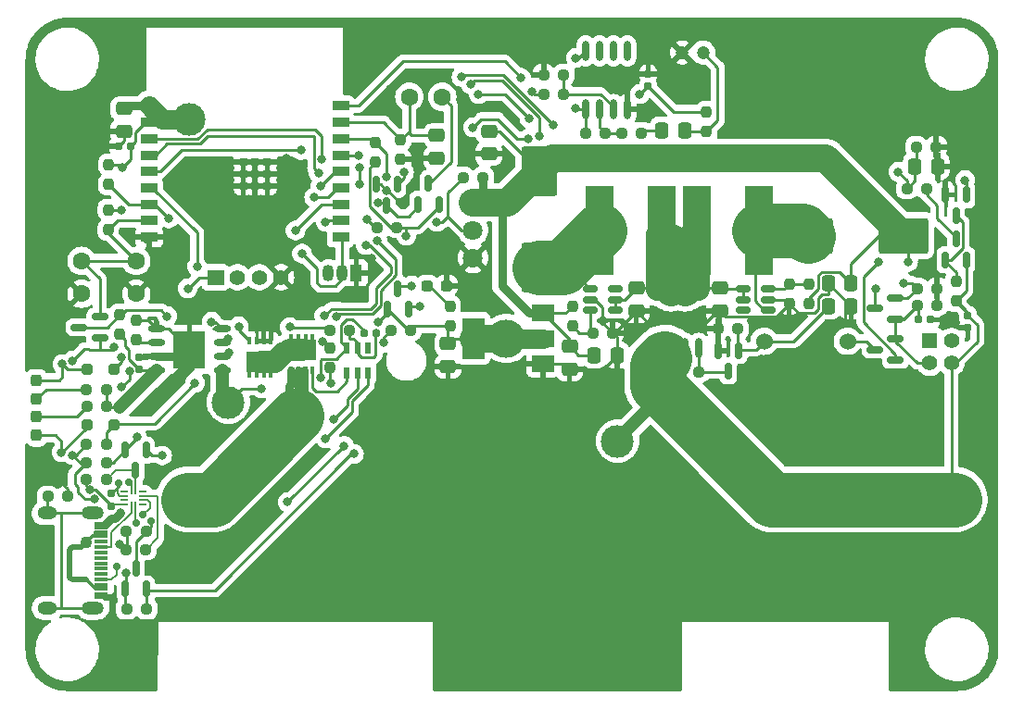
<source format=gbr>
%TF.GenerationSoftware,KiCad,Pcbnew,7.0.7*%
%TF.CreationDate,2023-10-01T15:31:46+02:00*%
%TF.ProjectId,LEDs,4c454473-2e6b-4696-9361-645f70636258,rev?*%
%TF.SameCoordinates,Original*%
%TF.FileFunction,Copper,L1,Top*%
%TF.FilePolarity,Positive*%
%FSLAX46Y46*%
G04 Gerber Fmt 4.6, Leading zero omitted, Abs format (unit mm)*
G04 Created by KiCad (PCBNEW 7.0.7) date 2023-10-01 15:31:46*
%MOMM*%
%LPD*%
G01*
G04 APERTURE LIST*
G04 Aperture macros list*
%AMRoundRect*
0 Rectangle with rounded corners*
0 $1 Rounding radius*
0 $2 $3 $4 $5 $6 $7 $8 $9 X,Y pos of 4 corners*
0 Add a 4 corners polygon primitive as box body*
4,1,4,$2,$3,$4,$5,$6,$7,$8,$9,$2,$3,0*
0 Add four circle primitives for the rounded corners*
1,1,$1+$1,$2,$3*
1,1,$1+$1,$4,$5*
1,1,$1+$1,$6,$7*
1,1,$1+$1,$8,$9*
0 Add four rect primitives between the rounded corners*
20,1,$1+$1,$2,$3,$4,$5,0*
20,1,$1+$1,$4,$5,$6,$7,0*
20,1,$1+$1,$6,$7,$8,$9,0*
20,1,$1+$1,$8,$9,$2,$3,0*%
G04 Aperture macros list end*
%TA.AperFunction,ComponentPad*%
%ADD10C,1.600000*%
%TD*%
%TA.AperFunction,SMDPad,CuDef*%
%ADD11RoundRect,0.237500X0.250000X0.237500X-0.250000X0.237500X-0.250000X-0.237500X0.250000X-0.237500X0*%
%TD*%
%TA.AperFunction,SMDPad,CuDef*%
%ADD12RoundRect,0.150000X-0.150000X0.587500X-0.150000X-0.587500X0.150000X-0.587500X0.150000X0.587500X0*%
%TD*%
%TA.AperFunction,ComponentPad*%
%ADD13R,1.524003X1.400000*%
%TD*%
%TA.AperFunction,ComponentPad*%
%ADD14C,1.400000*%
%TD*%
%TA.AperFunction,SMDPad,CuDef*%
%ADD15RoundRect,0.237500X0.237500X-0.250000X0.237500X0.250000X-0.237500X0.250000X-0.237500X-0.250000X0*%
%TD*%
%TA.AperFunction,SMDPad,CuDef*%
%ADD16RoundRect,0.150000X0.512500X0.150000X-0.512500X0.150000X-0.512500X-0.150000X0.512500X-0.150000X0*%
%TD*%
%TA.AperFunction,SMDPad,CuDef*%
%ADD17RoundRect,0.250000X0.475000X-0.337500X0.475000X0.337500X-0.475000X0.337500X-0.475000X-0.337500X0*%
%TD*%
%TA.AperFunction,SMDPad,CuDef*%
%ADD18RoundRect,0.155000X-0.212500X-0.155000X0.212500X-0.155000X0.212500X0.155000X-0.212500X0.155000X0*%
%TD*%
%TA.AperFunction,SMDPad,CuDef*%
%ADD19RoundRect,0.250000X0.337500X0.475000X-0.337500X0.475000X-0.337500X-0.475000X0.337500X-0.475000X0*%
%TD*%
%TA.AperFunction,SMDPad,CuDef*%
%ADD20RoundRect,0.150000X0.150000X-0.587500X0.150000X0.587500X-0.150000X0.587500X-0.150000X-0.587500X0*%
%TD*%
%TA.AperFunction,SMDPad,CuDef*%
%ADD21R,0.400000X0.700000*%
%TD*%
%TA.AperFunction,SMDPad,CuDef*%
%ADD22R,0.400000X0.500000*%
%TD*%
%TA.AperFunction,SMDPad,CuDef*%
%ADD23R,2.650013X1.940005*%
%TD*%
%TA.AperFunction,SMDPad,CuDef*%
%ADD24RoundRect,0.050000X0.050000X-0.375000X0.050000X0.375000X-0.050000X0.375000X-0.050000X-0.375000X0*%
%TD*%
%TA.AperFunction,SMDPad,CuDef*%
%ADD25RoundRect,0.050000X0.275000X-0.050000X0.275000X0.050000X-0.275000X0.050000X-0.275000X-0.050000X0*%
%TD*%
%TA.AperFunction,SMDPad,CuDef*%
%ADD26RoundRect,0.155000X-0.155000X0.212500X-0.155000X-0.212500X0.155000X-0.212500X0.155000X0.212500X0*%
%TD*%
%TA.AperFunction,SMDPad,CuDef*%
%ADD27RoundRect,0.237500X-0.237500X0.287500X-0.237500X-0.287500X0.237500X-0.287500X0.237500X0.287500X0*%
%TD*%
%TA.AperFunction,ComponentPad*%
%ADD28R,1.050000X1.500000*%
%TD*%
%TA.AperFunction,ComponentPad*%
%ADD29O,1.050000X1.500000*%
%TD*%
%TA.AperFunction,SMDPad,CuDef*%
%ADD30RoundRect,0.250000X-0.250000X-0.250000X0.250000X-0.250000X0.250000X0.250000X-0.250000X0.250000X0*%
%TD*%
%TA.AperFunction,SMDPad,CuDef*%
%ADD31R,0.532004X1.072009*%
%TD*%
%TA.AperFunction,SMDPad,CuDef*%
%ADD32R,2.600000X8.200000*%
%TD*%
%TA.AperFunction,SMDPad,CuDef*%
%ADD33RoundRect,0.237500X-0.250000X-0.237500X0.250000X-0.237500X0.250000X0.237500X-0.250000X0.237500X0*%
%TD*%
%TA.AperFunction,SMDPad,CuDef*%
%ADD34RoundRect,0.250000X-0.337500X-0.475000X0.337500X-0.475000X0.337500X0.475000X-0.337500X0.475000X0*%
%TD*%
%TA.AperFunction,SMDPad,CuDef*%
%ADD35O,1.600000X0.600000*%
%TD*%
%TA.AperFunction,SMDPad,CuDef*%
%ADD36R,3.000000X3.500000*%
%TD*%
%TA.AperFunction,SMDPad,CuDef*%
%ADD37R,1.500000X0.900000*%
%TD*%
%TA.AperFunction,SMDPad,CuDef*%
%ADD38R,0.700000X0.700000*%
%TD*%
%TA.AperFunction,SMDPad,CuDef*%
%ADD39O,0.629997X1.864999*%
%TD*%
%TA.AperFunction,SMDPad,CuDef*%
%ADD40RoundRect,0.150000X0.587500X0.150000X-0.587500X0.150000X-0.587500X-0.150000X0.587500X-0.150000X0*%
%TD*%
%TA.AperFunction,SMDPad,CuDef*%
%ADD41RoundRect,0.155000X0.155000X-0.212500X0.155000X0.212500X-0.155000X0.212500X-0.155000X-0.212500X0*%
%TD*%
%TA.AperFunction,SMDPad,CuDef*%
%ADD42RoundRect,0.250000X-0.475000X0.337500X-0.475000X-0.337500X0.475000X-0.337500X0.475000X0.337500X0*%
%TD*%
%TA.AperFunction,ComponentPad*%
%ADD43C,1.200000*%
%TD*%
%TA.AperFunction,SMDPad,CuDef*%
%ADD44RoundRect,0.237500X-0.237500X0.250000X-0.237500X-0.250000X0.237500X-0.250000X0.237500X0.250000X0*%
%TD*%
%TA.AperFunction,SMDPad,CuDef*%
%ADD45RoundRect,0.237500X0.237500X-0.287500X0.237500X0.287500X-0.237500X0.287500X-0.237500X-0.287500X0*%
%TD*%
%TA.AperFunction,SMDPad,CuDef*%
%ADD46R,2.000000X1.500000*%
%TD*%
%TA.AperFunction,SMDPad,CuDef*%
%ADD47R,2.000000X3.800000*%
%TD*%
%TA.AperFunction,SMDPad,CuDef*%
%ADD48RoundRect,0.150000X-0.512500X-0.150000X0.512500X-0.150000X0.512500X0.150000X-0.512500X0.150000X0*%
%TD*%
%TA.AperFunction,ComponentPad*%
%ADD49O,2.000000X1.200000*%
%TD*%
%TA.AperFunction,ComponentPad*%
%ADD50O,1.800000X1.200000*%
%TD*%
%TA.AperFunction,SMDPad,CuDef*%
%ADD51R,1.300000X0.300000*%
%TD*%
%TA.AperFunction,SMDPad,CuDef*%
%ADD52RoundRect,0.250000X-1.400000X-2.000000X1.400000X-2.000000X1.400000X2.000000X-1.400000X2.000000X0*%
%TD*%
%TA.AperFunction,ComponentPad*%
%ADD53R,1.400000X1.400000*%
%TD*%
%TA.AperFunction,SMDPad,CuDef*%
%ADD54RoundRect,0.237500X0.287500X0.237500X-0.287500X0.237500X-0.287500X-0.237500X0.287500X-0.237500X0*%
%TD*%
%TA.AperFunction,SMDPad,CuDef*%
%ADD55RoundRect,0.250000X-2.000000X1.400000X-2.000000X-1.400000X2.000000X-1.400000X2.000000X1.400000X0*%
%TD*%
%TA.AperFunction,ComponentPad*%
%ADD56C,1.524003*%
%TD*%
%TA.AperFunction,ComponentPad*%
%ADD57R,1.800000X1.574803*%
%TD*%
%TA.AperFunction,ComponentPad*%
%ADD58C,1.800000*%
%TD*%
%TA.AperFunction,ViaPad*%
%ADD59C,1.200000*%
%TD*%
%TA.AperFunction,ViaPad*%
%ADD60C,0.800000*%
%TD*%
%TA.AperFunction,ViaPad*%
%ADD61C,0.700000*%
%TD*%
%TA.AperFunction,ViaPad*%
%ADD62C,1.100000*%
%TD*%
%TA.AperFunction,ViaPad*%
%ADD63C,3.000000*%
%TD*%
%TA.AperFunction,ViaPad*%
%ADD64C,3.500000*%
%TD*%
%TA.AperFunction,Conductor*%
%ADD65C,0.200000*%
%TD*%
%TA.AperFunction,Conductor*%
%ADD66C,0.250000*%
%TD*%
%TA.AperFunction,Conductor*%
%ADD67C,0.800000*%
%TD*%
%TA.AperFunction,Conductor*%
%ADD68C,0.600000*%
%TD*%
%TA.AperFunction,Conductor*%
%ADD69C,1.200000*%
%TD*%
%TA.AperFunction,Conductor*%
%ADD70C,0.500000*%
%TD*%
%TA.AperFunction,Conductor*%
%ADD71C,0.400000*%
%TD*%
%TA.AperFunction,Conductor*%
%ADD72C,0.300000*%
%TD*%
%TA.AperFunction,Conductor*%
%ADD73C,5.000000*%
%TD*%
%TA.AperFunction,Conductor*%
%ADD74C,3.000000*%
%TD*%
%TA.AperFunction,Conductor*%
%ADD75C,2.000000*%
%TD*%
%TA.AperFunction,Conductor*%
%ADD76C,2.500000*%
%TD*%
%TA.AperFunction,Conductor*%
%ADD77C,1.800000*%
%TD*%
G04 APERTURE END LIST*
D10*
%TO.P,V1,1,1*%
%TO.N,Net-(U2-GND)*%
X73307492Y-115824000D03*
%TO.P,V1,2,2*%
%TO.N,PowerControl*%
X143307492Y-115824000D03*
%TD*%
D11*
%TO.P,R14,1*%
%TO.N,VBUS*%
X65832500Y-105780000D03*
%TO.P,R14,2*%
%TO.N,Net-(D6-A)*%
X64007500Y-105780000D03*
%TD*%
D12*
%TO.P,Q12,1,G*%
%TO.N,+3.3V*%
X69430000Y-111302500D03*
%TO.P,Q12,2,S*%
%TO.N,DET_U9.OUT1*%
X67530000Y-111302500D03*
%TO.P,Q12,3,D*%
%TO.N,Net-(Q12-D)*%
X68480000Y-113177500D03*
%TD*%
D13*
%TO.P,J2,1,1*%
%TO.N,+3.3V*%
X75788000Y-95504000D03*
D14*
%TO.P,J2,2,2*%
%TO.N,RXD*%
X77788000Y-95504000D03*
%TO.P,J2,3,3*%
%TO.N,TXD*%
X79788000Y-95504000D03*
%TO.P,J2,4,4*%
%TO.N,GND*%
X81788000Y-95504000D03*
%TD*%
D15*
%TO.P,R4,1*%
%TO.N,Net-(U1-PROG)*%
X68580000Y-101242500D03*
%TO.P,R4,2*%
%TO.N,GND*%
X68580000Y-99417500D03*
%TD*%
D16*
%TO.P,U4,1,SW*%
%TO.N,Net-(D2-A)*%
X126277500Y-98486000D03*
%TO.P,U4,2,GND*%
%TO.N,GND*%
X126277500Y-97536000D03*
%TO.P,U4,3,FB*%
%TO.N,Net-(U4-FB)*%
X126277500Y-96586000D03*
%TO.P,U4,4,EN*%
%TO.N,VBAT+*%
X124002500Y-96586000D03*
%TO.P,U4,5,IN*%
X124002500Y-97536000D03*
%TO.P,U4,6,NC*%
%TO.N,unconnected-(U4-NC-Pad6)*%
X124002500Y-98486000D03*
%TD*%
D15*
%TO.P,R25,1*%
%TO.N,+3.3V*%
X90424000Y-84986500D03*
%TO.P,R25,2*%
%TO.N,CTRL_LEDS*%
X90424000Y-83161500D03*
%TD*%
D17*
%TO.P,C12,1*%
%TO.N,GND*%
X67410000Y-82147500D03*
%TO.P,C12,2*%
%TO.N,+3.3V*%
X67410000Y-80072500D03*
%TD*%
D18*
%TO.P,C11,1*%
%TO.N,GND*%
X66922500Y-83510000D03*
%TO.P,C11,2*%
%TO.N,+3.3V*%
X68057500Y-83510000D03*
%TD*%
D11*
%TO.P,R23,1*%
%TO.N,Net-(Q7-G)*%
X123512500Y-100210000D03*
%TO.P,R23,2*%
%TO.N,GND*%
X121687500Y-100210000D03*
%TD*%
D19*
%TO.P,C7,1*%
%TO.N,+5V*%
X133817500Y-96040000D03*
%TO.P,C7,2*%
%TO.N,GND*%
X131742500Y-96040000D03*
%TD*%
D20*
%TO.P,Q3,1,G*%
%TO.N,+3.3V*%
X91506000Y-98395000D03*
%TO.P,Q3,2,S*%
%TO.N,CTRL_LEDS*%
X93406000Y-98395000D03*
%TO.P,Q3,3,D*%
%TO.N,Net-(Q3-D)*%
X92456000Y-96520000D03*
%TD*%
D21*
%TO.P,Q2,1,S*%
%TO.N,Net-(U2-GND)*%
X82694511Y-104018084D03*
%TO.P,Q2,2,S*%
X83344498Y-104018084D03*
%TO.P,Q2,3,S*%
X83994486Y-104018084D03*
%TO.P,Q2,4,G*%
%TO.N,Net-(Q2-G)*%
X84644473Y-104018084D03*
D22*
%TO.P,Q2,5,D*%
%TO.N,Net-(Q1-D-Pad5)*%
X84644473Y-100918008D03*
%TO.P,Q2,6,D*%
X83994486Y-100918008D03*
%TO.P,Q2,7,D*%
X83344498Y-100918008D03*
%TO.P,Q2,8,D*%
X82694511Y-100918008D03*
D23*
X83669365Y-102108000D03*
%TD*%
D24*
%TO.P,U9,1,CC1*%
%TO.N,CC1*%
X68090000Y-116415000D03*
%TO.P,U9,2,CC2*%
%TO.N,CC2*%
X68490000Y-116415000D03*
D25*
%TO.P,U9,3,CURRENT_MODE*%
%TO.N,unconnected-(U9-CURRENT_MODE-Pad3)*%
X69115000Y-116290000D03*
%TO.P,U9,4,PORT*%
%TO.N,GND*%
X69115000Y-115890000D03*
%TO.P,U9,5,VBUS_DET*%
%TO.N,Net-(U9-VBUS_DET)*%
X69115000Y-115490000D03*
%TO.P,U9,6,~{VCONN_FAULT}*%
%TO.N,unconnected-(U9-~{VCONN_FAULT}-Pad6)*%
X69115000Y-115090000D03*
D24*
%TO.P,U9,7,OUT1*%
%TO.N,Net-(Q12-D)*%
X68490000Y-114965000D03*
%TO.P,U9,8,OUT2*%
%TO.N,Net-(Q13-D)*%
X68090000Y-114965000D03*
D25*
%TO.P,U9,9,ID*%
%TO.N,unconnected-(U9-ID-Pad9)*%
X67465000Y-115090000D03*
%TO.P,U9,10,GND*%
%TO.N,GND*%
X67465000Y-115490000D03*
%TO.P,U9,11,DIR*%
%TO.N,unconnected-(U9-DIR-Pad11)*%
X67465000Y-115890000D03*
%TO.P,U9,12,VDD*%
%TO.N,VBUS*%
X67465000Y-116290000D03*
%TD*%
D26*
%TO.P,C19,1*%
%TO.N,GND*%
X66270000Y-115292500D03*
%TO.P,C19,2*%
%TO.N,VBUS*%
X66270000Y-116427500D03*
%TD*%
D27*
%TO.P,D6,1,K*%
%TO.N,U1.STDBY*%
X59436000Y-104916000D03*
%TO.P,D6,2,A*%
%TO.N,Net-(D6-A)*%
X59436000Y-106666000D03*
%TD*%
D28*
%TO.P,U7,1,GND*%
%TO.N,GND*%
X88646000Y-95093200D03*
D29*
%TO.P,U7,2,DQ*%
%TO.N,DET_U7.TEMP*%
X87376000Y-95093200D03*
%TO.P,U7,3,V_{DD}*%
%TO.N,+3.3V*%
X86106000Y-95093200D03*
%TD*%
D30*
%TO.P,D7,1,K*%
%TO.N,U1.STDBY*%
X64020000Y-103940000D03*
%TO.P,D7,2,A*%
%TO.N,DET_U1.STDBY*%
X66520000Y-103940000D03*
%TD*%
D11*
%TO.P,R29,1*%
%TO.N,Net-(Q10-D)*%
X140784500Y-87376000D03*
%TO.P,R29,2*%
%TO.N,ADC_BAT*%
X138959500Y-87376000D03*
%TD*%
D26*
%TO.P,C1,1*%
%TO.N,GND*%
X68834000Y-102810500D03*
%TO.P,C1,2*%
%TO.N,VBUS*%
X68834000Y-103945500D03*
%TD*%
D31*
%TO.P,U2,1,OD*%
%TO.N,Net-(Q2-G)*%
X87799530Y-104273098D03*
%TO.P,U2,2,VM*%
%TO.N,Net-(U2-VM)*%
X88749492Y-104273098D03*
%TO.P,U2,3,OC*%
%TO.N,Net-(Q1-G)*%
X89699454Y-104273098D03*
%TO.P,U2,4,TD*%
%TO.N,unconnected-(U2-TD-Pad4)*%
X89699454Y-101974902D03*
%TO.P,U2,5,VCC*%
%TO.N,Net-(U2-VCC)*%
X88749492Y-101974902D03*
%TO.P,U2,6,GND*%
%TO.N,Net-(U2-GND)*%
X87799530Y-101974902D03*
%TD*%
D32*
%TO.P,L2,1,1*%
%TO.N,VBAT+*%
X119800000Y-91186000D03*
%TO.P,L2,2,2*%
%TO.N,Net-(D2-A)*%
X125400000Y-91186000D03*
%TD*%
D12*
%TO.P,Q9,1,G*%
%TO.N,CTRL_ADC_EN*%
X144378000Y-87962500D03*
%TO.P,Q9,2,S*%
%TO.N,GND*%
X142478000Y-87962500D03*
%TO.P,Q9,3,D*%
%TO.N,Net-(Q10-G)*%
X143428000Y-89837500D03*
%TD*%
D33*
%TO.P,R30,1*%
%TO.N,ADC_BAT*%
X139803500Y-83566000D03*
%TO.P,R30,2*%
%TO.N,GND*%
X141628500Y-83566000D03*
%TD*%
D17*
%TO.P,C9,1*%
%TO.N,GND*%
X96012000Y-84603500D03*
%TO.P,C9,2*%
%TO.N,ADC_BRIGHT*%
X96012000Y-82528500D03*
%TD*%
D34*
%TO.P,C5,1*%
%TO.N,+5V*%
X110386500Y-102616000D03*
%TO.P,C5,2*%
%TO.N,GND*%
X112461500Y-102616000D03*
%TD*%
D32*
%TO.P,L1,1,1*%
%TO.N,VBAT+*%
X116510000Y-91186000D03*
%TO.P,L1,2,2*%
%TO.N,Net-(D1-A)*%
X110910000Y-91186000D03*
%TD*%
D33*
%TO.P,R36,1*%
%TO.N,+3.3V*%
X105767500Y-78740000D03*
%TO.P,R36,2*%
%TO.N,Net-(U8-INAP)*%
X107592500Y-78740000D03*
%TD*%
D35*
%TO.P,U1,1,TEMP*%
%TO.N,GND*%
X70406000Y-100202996D03*
%TO.P,U1,2,PROG*%
%TO.N,Net-(U1-PROG)*%
X70406000Y-101472999D03*
%TO.P,U1,3,GND*%
%TO.N,GND*%
X70406000Y-102743001D03*
%TO.P,U1,4,VCC*%
%TO.N,VBUS*%
X70406000Y-104013004D03*
%TO.P,U1,5,BAT*%
%TO.N,PowerControl*%
X76406000Y-104013004D03*
%TO.P,U1,6,STDBY*%
%TO.N,U1.STDBY*%
X76406000Y-102743001D03*
%TO.P,U1,7,CHRG*%
%TO.N,U1.CHRG*%
X76406000Y-101472999D03*
%TO.P,U1,8,CE*%
%TO.N,Net-(Q11-D)*%
X76406000Y-100202996D03*
D36*
%TO.P,U1,9,EP*%
%TO.N,GND*%
X73406000Y-102108000D03*
%TD*%
D37*
%TO.P,U5,1,3V3*%
%TO.N,+3.3V*%
X69708000Y-79822000D03*
%TO.P,U5,2,EN/CHIP_PU*%
X69708000Y-81322000D03*
%TO.P,U5,3,GPIO4/ADC1_CH4*%
%TO.N,CTRL_ADC_EN*%
X69708000Y-82822000D03*
%TO.P,U5,4,GPIO5/ADC2_CH0*%
%TO.N,CTRL_POWER_EN*%
X69708000Y-84322000D03*
%TO.P,U5,5,GPIO6*%
%TO.N,DET_SW1*%
X69708000Y-85822000D03*
%TO.P,U5,6,GPIO7*%
%TO.N,DET_U1.CHRG*%
X69708000Y-87322000D03*
%TO.P,U5,7,GPIO8*%
%TO.N,DET_U1.STDBY*%
X69708000Y-88822000D03*
%TO.P,U5,8,GPIO9*%
%TO.N,CPU_FLASH*%
X69708000Y-90322000D03*
%TO.P,U5,9,GND*%
%TO.N,GND*%
X69708000Y-91822000D03*
%TO.P,U5,10,GPIO10*%
%TO.N,DET_U7.TEMP*%
X87208000Y-91822000D03*
%TO.P,U5,11,GPIO20/U0RXD*%
%TO.N,RXD*%
X87208000Y-90322000D03*
%TO.P,U5,12,GPIO21/U0TXD*%
%TO.N,TXD*%
X87208000Y-88822000D03*
%TO.P,U5,13,GPIO18/USB_D-*%
%TO.N,DET_U9.OUT1*%
X87208000Y-87322000D03*
%TO.P,U5,14,GPIO19/USB_D+*%
%TO.N,DET_U9.OUT2*%
X87208000Y-85822000D03*
%TO.P,U5,15,GPIO3/ADC1_CH3*%
%TO.N,ADC_BAT*%
X87208000Y-84322000D03*
%TO.P,U5,16,GPIO2/ADC1_CH2*%
%TO.N,CTRL_LEDS*%
X87208000Y-82822000D03*
%TO.P,U5,17,GPIO1/ADC1_CH1/XTAL_32K_N*%
%TO.N,ADC_BRIGHT*%
X87208000Y-81322000D03*
%TO.P,U5,18,GPIO0/ADC1_CH0/XTAL_32K_P*%
%TO.N,ADC_MIC*%
X87208000Y-79822000D03*
D38*
%TO.P,U5,19,GND*%
%TO.N,GND*%
X78318000Y-84922000D03*
X78318000Y-86022000D03*
X78318000Y-87122000D03*
X79368000Y-84922000D03*
X79368000Y-86022000D03*
X79368000Y-87122000D03*
X80518000Y-84922000D03*
X80518000Y-86022000D03*
X80518000Y-87122000D03*
%TD*%
D33*
%TO.P,R24,1*%
%TO.N,PowerControl*%
X118131508Y-104140000D03*
%TO.P,R24,2*%
%TO.N,Net-(Q7-D)*%
X119956508Y-104140000D03*
%TD*%
D21*
%TO.P,Q1,1,S*%
%TO.N,GND*%
X80834346Y-101319962D03*
%TO.P,Q1,2,S*%
X80184359Y-101319962D03*
%TO.P,Q1,3,S*%
X79534371Y-101319962D03*
%TO.P,Q1,4,G*%
%TO.N,Net-(Q1-G)*%
X78884384Y-101319962D03*
D22*
%TO.P,Q1,5,D*%
%TO.N,Net-(Q1-D-Pad5)*%
X78884384Y-104420038D03*
%TO.P,Q1,6,D*%
X79534371Y-104420038D03*
%TO.P,Q1,7,D*%
X80184359Y-104420038D03*
%TO.P,Q1,8,D*%
X80834346Y-104420038D03*
D23*
X79859492Y-103230046D03*
%TD*%
D39*
%TO.P,U8,1,OUTA*%
%TO.N,ADC_MIC*%
X109600996Y-80152499D03*
%TO.P,U8,2,INAN*%
%TO.N,Net-(U8-INAN)*%
X110870999Y-80152499D03*
%TO.P,U8,3,INAP*%
%TO.N,Net-(U8-INAP)*%
X112141001Y-80152499D03*
%TO.P,U8,4,GND*%
%TO.N,GND*%
X113411004Y-80152499D03*
%TO.P,U8,5,INBP*%
%TO.N,unconnected-(U8-INBP-Pad5)*%
X113411004Y-74787501D03*
%TO.P,U8,6,INBN*%
%TO.N,unconnected-(U8-INBN-Pad6)*%
X112141001Y-74787501D03*
%TO.P,U8,7,OUTB*%
%TO.N,unconnected-(U8-OUTB-Pad7)*%
X110870999Y-74787501D03*
%TO.P,U8,8,VCC*%
%TO.N,+3.3V*%
X109600996Y-74787501D03*
%TD*%
D10*
%TO.P,SW3,1,A*%
%TO.N,GND*%
X68540000Y-97004000D03*
X63540000Y-97004000D03*
%TO.P,SW3,2,B*%
%TO.N,CPU_FLASH*%
X68540000Y-94004000D03*
X63540000Y-94004000D03*
%TD*%
D17*
%TO.P,C8,1*%
%TO.N,GND*%
X100756000Y-84222500D03*
%TO.P,C8,2*%
%TO.N,+5V*%
X100756000Y-82147500D03*
%TD*%
D19*
%TO.P,C15,1*%
%TO.N,GND*%
X141753500Y-85344000D03*
%TO.P,C15,2*%
%TO.N,ADC_BAT*%
X139678500Y-85344000D03*
%TD*%
D40*
%TO.P,Q6,1,G*%
%TO.N,Net-(Q6-G)*%
X137922000Y-99314000D03*
%TO.P,Q6,2,S*%
%TO.N,DET_SW1*%
X137922000Y-97414000D03*
%TO.P,Q6,3,D*%
%TO.N,+3.3V*%
X136047000Y-98364000D03*
%TD*%
D41*
%TO.P,C17,1*%
%TO.N,+3.3V*%
X115316000Y-78037500D03*
%TO.P,C17,2*%
%TO.N,GND*%
X115316000Y-76902500D03*
%TD*%
D33*
%TO.P,R21,1*%
%TO.N,Net-(Q6-G)*%
X139907000Y-98044000D03*
%TO.P,R21,2*%
%TO.N,GND*%
X141732000Y-98044000D03*
%TD*%
D42*
%TO.P,C14,1*%
%TO.N,+3.3V*%
X97028000Y-101578500D03*
%TO.P,C14,2*%
%TO.N,GND*%
X97028000Y-103653500D03*
%TD*%
D43*
%TO.P,MK1,1,+*%
%TO.N,Net-(MK1-+)*%
X120329962Y-74946000D03*
%TO.P,MK1,2,-*%
%TO.N,GND*%
X118430038Y-74946000D03*
%TD*%
D30*
%TO.P,D5,1,K*%
%TO.N,U1.CHRG*%
X64012500Y-109020000D03*
%TO.P,D5,2,A*%
%TO.N,DET_U1.CHRG*%
X66512500Y-109020000D03*
%TD*%
D20*
%TO.P,Q10,1,G*%
%TO.N,Net-(Q10-G)*%
X142478000Y-93901500D03*
%TO.P,Q10,2,S*%
%TO.N,PowerControl*%
X144378000Y-93901500D03*
%TO.P,Q10,3,D*%
%TO.N,Net-(Q10-D)*%
X143428000Y-92026500D03*
%TD*%
D11*
%TO.P,R1,1*%
%TO.N,GND*%
X62282500Y-115550000D03*
%TO.P,R1,2*%
%TO.N,Net-(J1-Shield-Pad0)*%
X60457500Y-115550000D03*
%TD*%
D44*
%TO.P,R26,1*%
%TO.N,+3.3V*%
X66040000Y-85193500D03*
%TO.P,R26,2*%
%TO.N,DET_U1.STDBY*%
X66040000Y-87018500D03*
%TD*%
D33*
%TO.P,R32,1*%
%TO.N,VBUS*%
X67617500Y-118760000D03*
%TO.P,R32,2*%
%TO.N,Net-(Q13-D)*%
X69442500Y-118760000D03*
%TD*%
D42*
%TO.P,C6,1*%
%TO.N,VBAT+*%
X121838000Y-96498500D03*
%TO.P,C6,2*%
%TO.N,GND*%
X121838000Y-98573500D03*
%TD*%
D44*
%TO.P,R34,1*%
%TO.N,+3.3V*%
X120650000Y-80367500D03*
%TO.P,R34,2*%
%TO.N,Net-(MK1-+)*%
X120650000Y-82192500D03*
%TD*%
D42*
%TO.P,C13,1*%
%TO.N,+5V*%
X108122000Y-101832500D03*
%TO.P,C13,2*%
%TO.N,GND*%
X108122000Y-103907500D03*
%TD*%
D33*
%TO.P,R35,1*%
%TO.N,Net-(U8-INAN)*%
X112879500Y-82296000D03*
%TO.P,R35,2*%
%TO.N,Net-(C16-Pad2)*%
X114704500Y-82296000D03*
%TD*%
D20*
%TO.P,Q13,1,G*%
%TO.N,+3.3V*%
X67560000Y-124027500D03*
%TO.P,Q13,2,S*%
%TO.N,DET_U9.OUT2*%
X69460000Y-124027500D03*
%TO.P,Q13,3,D*%
%TO.N,Net-(Q13-D)*%
X68510000Y-122152500D03*
%TD*%
D15*
%TO.P,R11,1*%
%TO.N,+3.3V*%
X97200000Y-99972500D03*
%TO.P,R11,2*%
%TO.N,Net-(D3-A)*%
X97200000Y-98147500D03*
%TD*%
D11*
%TO.P,R17,1*%
%TO.N,+5V*%
X100226500Y-86360000D03*
%TO.P,R17,2*%
%TO.N,Net-(Q3-D)*%
X98401500Y-86360000D03*
%TD*%
D33*
%TO.P,R2,1*%
%TO.N,VBUS*%
X67597500Y-120390000D03*
%TO.P,R2,2*%
%TO.N,Net-(U9-VBUS_DET)*%
X69422500Y-120390000D03*
%TD*%
D11*
%TO.P,R6,1*%
%TO.N,Net-(U2-VCC)*%
X88034500Y-100330000D03*
%TO.P,R6,2*%
%TO.N,PowerControl*%
X86209500Y-100330000D03*
%TD*%
D45*
%TO.P,D4,1,K*%
%TO.N,U1.CHRG*%
X59436000Y-109968000D03*
%TO.P,D4,2,A*%
%TO.N,Net-(D4-A)*%
X59436000Y-108218000D03*
%TD*%
D33*
%TO.P,R13,1*%
%TO.N,+3.3V*%
X63997500Y-110770000D03*
%TO.P,R13,2*%
%TO.N,DET_U1.CHRG*%
X65822500Y-110770000D03*
%TD*%
D18*
%TO.P,C18,1*%
%TO.N,Net-(Q6-G)*%
X139982500Y-99390000D03*
%TO.P,C18,2*%
%TO.N,GND*%
X141117500Y-99390000D03*
%TD*%
D10*
%TO.P,R19,1*%
%TO.N,Net-(Q5-D)*%
X96496000Y-78994000D03*
%TO.P,R19,2*%
%TO.N,ADC_BRIGHT*%
X93496000Y-78994000D03*
%TD*%
D46*
%TO.P,U6,1,GND*%
%TO.N,GND*%
X105684000Y-103392000D03*
%TO.P,U6,2,VO*%
%TO.N,+3.3V*%
X105684000Y-101092000D03*
D47*
X99384000Y-101092000D03*
D46*
%TO.P,U6,3,VI*%
%TO.N,+5V*%
X105684000Y-98792000D03*
%TD*%
D39*
%TO.P,Q8,1,S*%
%TO.N,PowerControl*%
X116123004Y-101996499D03*
%TO.P,Q8,2,S*%
X117393007Y-101996499D03*
%TO.P,Q8,3,S*%
X118663009Y-101996499D03*
%TO.P,Q8,4,G*%
%TO.N,Net-(Q7-D)*%
X119933012Y-101996499D03*
%TO.P,Q8,5,D*%
%TO.N,VBAT+*%
X119933012Y-96631501D03*
%TO.P,Q8,6,D*%
X118663009Y-96631501D03*
%TO.P,Q8,7,D*%
X117393007Y-96631501D03*
%TO.P,Q8,8,D*%
X116123004Y-96631501D03*
%TD*%
D33*
%TO.P,R3,1*%
%TO.N,VBUS*%
X63977500Y-114010000D03*
%TO.P,R3,2*%
%TO.N,Net-(Q12-D)*%
X65802500Y-114010000D03*
%TD*%
%TO.P,R22,1*%
%TO.N,DET_SW1*%
X139897000Y-96520000D03*
%TO.P,R22,2*%
%TO.N,GND*%
X141722000Y-96520000D03*
%TD*%
D42*
%TO.P,C4,1*%
%TO.N,VBAT+*%
X114218000Y-96498500D03*
%TO.P,C4,2*%
%TO.N,GND*%
X114218000Y-98573500D03*
%TD*%
D33*
%TO.P,R16,1*%
%TO.N,+3.3V*%
X63967500Y-112440000D03*
%TO.P,R16,2*%
%TO.N,DET_U9.OUT1*%
X65792500Y-112440000D03*
%TD*%
D48*
%TO.P,U3,1,SW*%
%TO.N,Net-(D1-A)*%
X110032500Y-96586000D03*
%TO.P,U3,2,GND*%
%TO.N,GND*%
X110032500Y-97536000D03*
%TO.P,U3,3,FB*%
%TO.N,Net-(U3-FB)*%
X110032500Y-98486000D03*
%TO.P,U3,4,EN*%
%TO.N,VBAT+*%
X112307500Y-98486000D03*
%TO.P,U3,5,IN*%
X112307500Y-97536000D03*
%TO.P,U3,6,NC*%
%TO.N,unconnected-(U3-NC-Pad6)*%
X112307500Y-96586000D03*
%TD*%
D33*
%TO.P,R37,1*%
%TO.N,GND*%
X105767500Y-76962000D03*
%TO.P,R37,2*%
%TO.N,Net-(U8-INAP)*%
X107592500Y-76962000D03*
%TD*%
D12*
%TO.P,Q4,1,G*%
%TO.N,CTRL_ADC_EN*%
X92390000Y-87025000D03*
%TO.P,Q4,2,S*%
%TO.N,GND*%
X90490000Y-87025000D03*
%TO.P,Q4,3,D*%
%TO.N,Net-(Q4-D)*%
X91440000Y-88900000D03*
%TD*%
D11*
%TO.P,R12,1*%
%TO.N,VBUS*%
X65852500Y-107300000D03*
%TO.P,R12,2*%
%TO.N,Net-(D4-A)*%
X64027500Y-107300000D03*
%TD*%
D44*
%TO.P,R5,1*%
%TO.N,GND*%
X86209492Y-101957500D03*
%TO.P,R5,2*%
%TO.N,Net-(U2-VM)*%
X86209492Y-103782500D03*
%TD*%
D12*
%TO.P,Q7,1,G*%
%TO.N,Net-(Q7-G)*%
X123580000Y-102192500D03*
%TO.P,Q7,2,S*%
%TO.N,GND*%
X121680000Y-102192500D03*
%TO.P,Q7,3,D*%
%TO.N,Net-(Q7-D)*%
X122630000Y-104067500D03*
%TD*%
D11*
%TO.P,R18,1*%
%TO.N,+3.3V*%
X92352500Y-90932000D03*
%TO.P,R18,2*%
%TO.N,Net-(Q4-D)*%
X90527500Y-90932000D03*
%TD*%
D15*
%TO.P,R28,1*%
%TO.N,PowerControl*%
X143428000Y-97686500D03*
%TO.P,R28,2*%
%TO.N,Net-(Q10-G)*%
X143428000Y-95861500D03*
%TD*%
%TO.P,R10,1*%
%TO.N,+5V*%
X129966000Y-97940500D03*
%TO.P,R10,2*%
%TO.N,Net-(U4-FB)*%
X129966000Y-96115500D03*
%TD*%
D11*
%TO.P,R27,1*%
%TO.N,+3.3V*%
X93622500Y-100330000D03*
%TO.P,R27,2*%
%TO.N,DET_U7.TEMP*%
X91797500Y-100330000D03*
%TD*%
D33*
%TO.P,R38,1*%
%TO.N,ADC_MIC*%
X109577500Y-82296000D03*
%TO.P,R38,2*%
%TO.N,Net-(U8-INAN)*%
X111402500Y-82296000D03*
%TD*%
D15*
%TO.P,R15,1*%
%TO.N,CPU_FLASH*%
X65990000Y-91142500D03*
%TO.P,R15,2*%
%TO.N,+3.3V*%
X65990000Y-89317500D03*
%TD*%
D34*
%TO.P,C10,1*%
%TO.N,Net-(Q7-G)*%
X131782500Y-98140000D03*
%TO.P,C10,2*%
%TO.N,GND*%
X133857500Y-98140000D03*
%TD*%
D49*
%TO.P,J1,0,Shield*%
%TO.N,Net-(J1-Shield-Pad0)*%
X64570791Y-117086879D03*
%TO.P,J1,1,Shield*%
X64570791Y-125737121D03*
D50*
%TO.P,J1,2,Shield*%
X60390883Y-125737121D03*
%TO.P,J1,3,Shield*%
X60390883Y-117086879D03*
D51*
%TO.P,J1,A1,GND*%
%TO.N,GND*%
X65339143Y-118061987D03*
%TO.P,J1,A4,VBUS*%
%TO.N,VBUS*%
X65339143Y-118862089D03*
%TO.P,J1,A5,CC1*%
%TO.N,CC1*%
X65339143Y-120162064D03*
%TO.P,J1,A6,DP1*%
%TO.N,unconnected-(J1-DP1-PadA6)*%
X65339143Y-121162064D03*
%TO.P,J1,A7,DN1*%
%TO.N,unconnected-(J1-DN1-PadA7)*%
X65339143Y-121661936D03*
%TO.P,J1,A8,SBU1*%
%TO.N,unconnected-(J1-SBU1-PadA8)*%
X65339143Y-122661682D03*
%TO.P,J1,A9,VBUS*%
%TO.N,VBUS*%
X65339143Y-123962165D03*
%TO.P,J1,A12,GND*%
%TO.N,GND*%
X65339143Y-124762013D03*
%TO.P,J1,B1,GND*%
X65339143Y-124462038D03*
%TO.P,J1,B4,VBUS*%
%TO.N,VBUS*%
X65339143Y-123661936D03*
%TO.P,J1,B5,CC2*%
%TO.N,CC2*%
X65339143Y-123162064D03*
%TO.P,J1,B6,DP2*%
%TO.N,unconnected-(J1-DP2-PadB6)*%
X65339143Y-122162064D03*
%TO.P,J1,B7,DN2*%
%TO.N,unconnected-(J1-DN2-PadB7)*%
X65339143Y-120661936D03*
%TO.P,J1,B8,SBU2*%
%TO.N,unconnected-(J1-SBU2-PadB8)*%
X65339143Y-119661936D03*
%TO.P,J1,B9,VBUS*%
%TO.N,VBUS*%
X65339143Y-119162064D03*
%TO.P,J1,B12,GND*%
%TO.N,GND*%
X65339143Y-118361962D03*
%TD*%
D52*
%TO.P,D1,1,K*%
%TO.N,+5V*%
X105328000Y-85770000D03*
%TO.P,D1,2,A*%
%TO.N,Net-(D1-A)*%
X105328000Y-94570000D03*
%TD*%
D40*
%TO.P,Q11,1,G*%
%TO.N,+3.3V*%
X65199500Y-101026000D03*
%TO.P,Q11,2,S*%
%TO.N,CPU_FLASH*%
X65199500Y-99126000D03*
%TO.P,Q11,3,D*%
%TO.N,Net-(Q11-D)*%
X63324500Y-100076000D03*
%TD*%
D53*
%TO.P,SW1,1,1*%
%TO.N,+5V*%
X141030000Y-101330000D03*
D14*
%TO.P,SW1,2,2*%
%TO.N,GND*%
X143030000Y-101330000D03*
%TO.P,SW1,3,3*%
%TO.N,Net-(Q6-G)*%
X141030000Y-103330000D03*
%TO.P,SW1,4,4*%
%TO.N,PowerControl*%
X143030000Y-103330000D03*
%TD*%
D54*
%TO.P,D3,1,K*%
%TO.N,GND*%
X96887000Y-96266000D03*
%TO.P,D3,2,A*%
%TO.N,Net-(D3-A)*%
X95137000Y-96266000D03*
%TD*%
D33*
%TO.P,R31,1*%
%TO.N,+3.3V*%
X67667500Y-125840000D03*
%TO.P,R31,2*%
%TO.N,DET_U9.OUT2*%
X69492500Y-125840000D03*
%TD*%
D44*
%TO.P,R20,1*%
%TO.N,ADC_BRIGHT*%
X92710000Y-82907500D03*
%TO.P,R20,2*%
%TO.N,GND*%
X92710000Y-84732500D03*
%TD*%
D55*
%TO.P,D2,1,K*%
%TO.N,+5V*%
X138684000Y-91694000D03*
%TO.P,D2,2,A*%
%TO.N,Net-(D2-A)*%
X129884000Y-91694000D03*
%TD*%
D33*
%TO.P,R7,1*%
%TO.N,Net-(U3-FB)*%
X110257500Y-100584000D03*
%TO.P,R7,2*%
%TO.N,GND*%
X112082500Y-100584000D03*
%TD*%
D44*
%TO.P,R9,1*%
%TO.N,Net-(U4-FB)*%
X128188000Y-96115500D03*
%TO.P,R9,2*%
%TO.N,GND*%
X128188000Y-97940500D03*
%TD*%
D19*
%TO.P,C16,1*%
%TO.N,Net-(MK1-+)*%
X118639500Y-82042000D03*
%TO.P,C16,2*%
%TO.N,Net-(C16-Pad2)*%
X116564500Y-82042000D03*
%TD*%
D44*
%TO.P,R8,1*%
%TO.N,+5V*%
X108376000Y-98147500D03*
%TO.P,R8,2*%
%TO.N,Net-(U3-FB)*%
X108376000Y-99972500D03*
%TD*%
D18*
%TO.P,C3,1*%
%TO.N,Net-(U2-GND)*%
X89348500Y-100584000D03*
%TO.P,C3,2*%
%TO.N,Net-(U2-VCC)*%
X90483500Y-100584000D03*
%TD*%
D56*
%TO.P,SW2,1,1*%
%TO.N,Net-(D8-A)*%
X133522008Y-101346000D03*
%TO.P,SW2,2,2*%
%TO.N,Net-(Q7-G)*%
X125901992Y-101346000D03*
%TD*%
D20*
%TO.P,Q5,1,G*%
%TO.N,Net-(Q4-D)*%
X94300000Y-88821500D03*
%TO.P,Q5,2,S*%
%TO.N,+3.3V*%
X96200000Y-88821500D03*
%TO.P,Q5,3,D*%
%TO.N,Net-(Q5-D)*%
X95250000Y-86946500D03*
%TD*%
D40*
%TO.P,D8,1,K*%
%TO.N,CTRL_POWER_EN*%
X137922000Y-103058000D03*
%TO.P,D8,2,K*%
%TO.N,Net-(Q6-G)*%
X137922000Y-101158000D03*
%TO.P,D8,3,A*%
%TO.N,Net-(D8-A)*%
X136047000Y-102108000D03*
%TD*%
D41*
%TO.P,C2,1*%
%TO.N,GND*%
X144526000Y-100135500D03*
%TO.P,C2,2*%
%TO.N,PowerControl*%
X144526000Y-99000500D03*
%TD*%
D15*
%TO.P,R33,1*%
%TO.N,VBUS*%
X67056000Y-100734500D03*
%TO.P,R33,2*%
%TO.N,Net-(Q11-D)*%
X67056000Y-98909500D03*
%TD*%
D57*
%TO.P,J3,1,1*%
%TO.N,+5V*%
X99314000Y-88645995D03*
D58*
%TO.P,J3,2,2*%
%TO.N,Net-(Q3-D)*%
X99314000Y-91186000D03*
%TO.P,J3,3,3*%
%TO.N,GND*%
X99314000Y-93726005D03*
%TD*%
D59*
%TO.N,GND*%
X109474000Y-107188000D03*
X110998000Y-117094000D03*
X81026000Y-121412000D03*
X71882000Y-105156000D03*
X144526000Y-80772000D03*
X90932000Y-111252000D03*
D60*
X89360000Y-97110000D03*
D59*
X74930000Y-109220000D03*
X124460000Y-81026000D03*
X123190000Y-73152000D03*
D60*
X67110000Y-117010000D03*
D59*
X137414000Y-79502000D03*
D61*
X66929243Y-114331322D03*
D59*
X87630000Y-118364000D03*
X131572000Y-76454000D03*
D60*
X133330000Y-99670000D03*
D59*
X145288000Y-123190000D03*
X102362000Y-73660000D03*
X89408000Y-74676000D03*
X136144000Y-83820000D03*
X115570000Y-74422000D03*
X124206000Y-77216000D03*
X95758000Y-72898000D03*
X79050000Y-123890000D03*
X133096000Y-111506000D03*
X131064000Y-101854000D03*
X94488000Y-123190000D03*
X139330000Y-105530000D03*
X125984000Y-121412000D03*
D61*
X69137117Y-117225649D03*
D59*
X139192000Y-121412000D03*
X145288000Y-106426000D03*
X61468000Y-114046000D03*
X146304000Y-95758000D03*
X118618000Y-124460000D03*
X97282000Y-118110000D03*
X67090000Y-128630000D03*
X67310000Y-77470000D03*
X106680000Y-123444000D03*
D60*
X91738307Y-78276307D03*
D59*
X85852000Y-122682000D03*
X136144000Y-73152000D03*
D60*
X82296000Y-84582000D03*
D59*
X130302000Y-81026000D03*
X59690000Y-123444000D03*
X66548000Y-73660000D03*
D61*
X71600000Y-121370000D03*
D59*
X72640000Y-111760000D03*
X112014000Y-72644000D03*
D60*
X90013195Y-93726005D03*
D59*
X132588000Y-107442000D03*
X116840000Y-117602000D03*
X62484000Y-83312000D03*
X142748000Y-99314000D03*
X59944000Y-119380000D03*
X98298000Y-107950000D03*
D60*
X91440000Y-87563000D03*
D59*
X127762000Y-99822000D03*
X61976000Y-87630000D03*
X60960000Y-100838000D03*
D60*
X85593873Y-101346000D03*
D59*
X63246000Y-80264000D03*
X95250000Y-111252000D03*
X127254000Y-108204000D03*
X132334000Y-124714000D03*
D60*
X66619863Y-117520754D03*
D59*
X102108000Y-120650000D03*
X146050000Y-86614000D03*
X138684000Y-109728000D03*
X140462000Y-94742000D03*
X61214000Y-91694000D03*
X134620000Y-103886000D03*
X124460000Y-104140000D03*
X104648000Y-111252000D03*
%TO.N,VBUS*%
X67056000Y-107363004D03*
D62*
X63939641Y-119737083D03*
D60*
X66988643Y-119922300D03*
X64314788Y-114892298D03*
D63*
%TO.N,PowerControl*%
X76962000Y-106934000D03*
D60*
X82580000Y-100068506D03*
D63*
X112522000Y-110490000D03*
D60*
X80010000Y-105664000D03*
%TO.N,Net-(U2-GND)*%
X84528155Y-106826883D03*
X85373368Y-104650346D03*
%TO.N,+5V*%
X139060000Y-94100000D03*
%TO.N,+3.3V*%
X67200000Y-89330000D03*
X64696175Y-115816175D03*
X66548000Y-101854000D03*
X62738000Y-103124000D03*
X67290000Y-85430000D03*
X114554000Y-78740000D03*
X136144000Y-96557000D03*
X104725299Y-78554701D03*
X93218000Y-91694000D03*
X90678000Y-99568000D03*
X62738000Y-111760000D03*
X73247500Y-96520000D03*
X108712000Y-75438000D03*
X67570000Y-122590000D03*
X70900000Y-111810000D03*
D64*
X102362000Y-101092000D03*
D63*
X73406000Y-81026000D03*
D60*
%TO.N,ADC_BAT*%
X105410000Y-82550000D03*
X88900000Y-84328000D03*
X138176000Y-85852000D03*
X99082313Y-77834927D03*
%TO.N,DET_U1.CHRG*%
X73914000Y-105156000D03*
X74100000Y-94510000D03*
%TO.N,DET_U1.STDBY*%
X67175500Y-102850000D03*
X71490000Y-90120000D03*
%TO.N,U1.CHRG*%
X76962549Y-101100717D03*
X67924500Y-104080000D03*
X61722000Y-111506000D03*
X67154027Y-105568627D03*
%TO.N,CTRL_POWER_EN*%
X88950000Y-87000000D03*
X136393701Y-94075500D03*
X104452503Y-80967497D03*
X85210000Y-85970000D03*
X88960000Y-85440000D03*
X99822000Y-78740000D03*
%TO.N,TXD*%
X83094299Y-91222299D03*
%TO.N,RXD*%
X85852000Y-90424000D03*
%TO.N,Net-(Q3-D)*%
X96012000Y-90424000D03*
X93726000Y-96266000D03*
%TO.N,Net-(Q1-G)*%
X77905868Y-99994132D03*
X85852000Y-110236000D03*
%TO.N,CTRL_LEDS*%
X94488000Y-98147500D03*
X91435747Y-86273653D03*
%TO.N,CTRL_ADC_EN*%
X144272000Y-86614000D03*
X99314000Y-81788000D03*
X85510000Y-84740000D03*
X93001500Y-85910000D03*
X104394000Y-82804000D03*
%TO.N,Net-(Q4-D)*%
X89662000Y-90170000D03*
X90678000Y-88646000D03*
%TO.N,DET_SW1*%
X138684000Y-96012000D03*
X98253693Y-77191500D03*
X106680000Y-81534000D03*
X83587000Y-83857000D03*
%TO.N,Net-(U2-VM)*%
X86576060Y-108487341D03*
X86297073Y-105193500D03*
%TO.N,DET_U7.TEMP*%
X83688348Y-93331750D03*
X91186000Y-101493500D03*
%TO.N,U1.STDBY*%
X76980701Y-102369392D03*
X61789789Y-103440070D03*
%TO.N,Net-(Q11-D)*%
X75434269Y-99571731D03*
X71374000Y-99060000D03*
%TO.N,ADC_MIC*%
X103690000Y-77250000D03*
X108712000Y-80010000D03*
D61*
%TO.N,CC2*%
X66720000Y-121915500D03*
X68561000Y-117992975D03*
D60*
%TO.N,DET_U9.OUT1*%
X87525541Y-110925541D03*
X85710000Y-99050000D03*
X82380000Y-116070000D03*
X68610000Y-110120000D03*
X84800000Y-88190000D03*
X89510000Y-92550000D03*
%TO.N,DET_U9.OUT2*%
X90560000Y-92150000D03*
X86830000Y-99120000D03*
X85372701Y-87157299D03*
X88420000Y-111660000D03*
D61*
%TO.N,Net-(Q13-D)*%
X67824969Y-114248988D03*
X69860500Y-117770000D03*
%TD*%
D65*
%TO.N,GND*%
X69770000Y-116592766D02*
X69137117Y-117225649D01*
D66*
X113411004Y-79883004D02*
X113411004Y-80152499D01*
X112082500Y-100584000D02*
X112207500Y-100584000D01*
D67*
X67110000Y-117030617D02*
X66619863Y-117520754D01*
D66*
X141722000Y-98034000D02*
X141732000Y-98044000D01*
X141732000Y-98044000D02*
X141986000Y-98044000D01*
D67*
X66233972Y-117520754D02*
X65642637Y-118112089D01*
D66*
X111125000Y-98244249D02*
X110416751Y-97536000D01*
X66929243Y-114633257D02*
X66270000Y-115292500D01*
X115212500Y-99568000D02*
X114218000Y-98573500D01*
X70406000Y-100202996D02*
X71500996Y-100202996D01*
X67410000Y-83022500D02*
X66922500Y-83510000D01*
X127017500Y-99111000D02*
X122375500Y-99111000D01*
D65*
X69115000Y-115890000D02*
X69534975Y-115890000D01*
D66*
X112461500Y-100963000D02*
X112082500Y-100584000D01*
X112082500Y-100584000D02*
X111125000Y-99626500D01*
X95883000Y-84732500D02*
X96012000Y-84603500D01*
X111125000Y-99626500D02*
X111125000Y-98244249D01*
X128188000Y-97940500D02*
X129000500Y-98753000D01*
X141753500Y-83691000D02*
X141628500Y-83566000D01*
X91440000Y-87563000D02*
X91512251Y-87563000D01*
X68540000Y-97004000D02*
X68540000Y-96917500D01*
D65*
X66307500Y-115490000D02*
X66210000Y-115392500D01*
D66*
X130870000Y-98380000D02*
X130870000Y-97426827D01*
X67410000Y-82147500D02*
X67410000Y-83022500D01*
X131742500Y-97090000D02*
X131742500Y-96040000D01*
X130870000Y-97426827D02*
X131206827Y-97090000D01*
X130497000Y-98753000D02*
X130870000Y-98380000D01*
X133842500Y-98140000D02*
X133857500Y-98140000D01*
D68*
X66375000Y-128335000D02*
X66670000Y-128630000D01*
D66*
X111170000Y-103907500D02*
X112461500Y-102616000D01*
X112207500Y-100584000D02*
X114218000Y-98573500D01*
X70338501Y-102810500D02*
X70406000Y-102743001D01*
X129000500Y-98753000D02*
X130497000Y-98753000D01*
X90490000Y-87025000D02*
X90902000Y-87025000D01*
D69*
X73406000Y-103632000D02*
X73406000Y-102108000D01*
D66*
X62282500Y-115550000D02*
X62282500Y-114860500D01*
X121838000Y-98573500D02*
X121644500Y-98573500D01*
X66929243Y-114331322D02*
X66929243Y-114633257D01*
X90902000Y-87025000D02*
X91440000Y-87563000D01*
X120650000Y-99568000D02*
X115212500Y-99568000D01*
X108122000Y-103907500D02*
X111170000Y-103907500D01*
X66670000Y-128630000D02*
X67090000Y-128630000D01*
X128188000Y-97940500D02*
X127783500Y-97536000D01*
X121838000Y-98573500D02*
X121838000Y-100179500D01*
X127783500Y-97536000D02*
X126277500Y-97536000D01*
D67*
X72770999Y-102743001D02*
X73406000Y-102108000D01*
D66*
X131206827Y-97090000D02*
X131742500Y-97090000D01*
D67*
X70406000Y-102743001D02*
X72770999Y-102743001D01*
D66*
X121650000Y-100367500D02*
X121687500Y-100330000D01*
D67*
X67110000Y-117010000D02*
X67110000Y-117030617D01*
D66*
X122375500Y-99111000D02*
X121838000Y-98573500D01*
D65*
X66840000Y-115284975D02*
X67045025Y-115490000D01*
D66*
X121644500Y-98573500D02*
X120650000Y-99568000D01*
X128188000Y-97940500D02*
X127017500Y-99111000D01*
X121650000Y-102108000D02*
X121650000Y-100367500D01*
X85593873Y-101346000D02*
X85597992Y-101346000D01*
D67*
X66619863Y-117520754D02*
X66233972Y-117520754D01*
D66*
X110416751Y-97536000D02*
X110032500Y-97536000D01*
X91512251Y-87563000D02*
X92409251Y-88460000D01*
D65*
X69770000Y-116125025D02*
X69770000Y-116592766D01*
D66*
X85597992Y-101346000D02*
X86209492Y-101957500D01*
X79534371Y-101319962D02*
X79534371Y-100434371D01*
D68*
X66375000Y-124745000D02*
X65675726Y-124745000D01*
D66*
X92409251Y-88460000D02*
X92440000Y-88460000D01*
X71500996Y-100202996D02*
X73406000Y-102108000D01*
X62282500Y-114860500D02*
X61468000Y-114046000D01*
X68580000Y-99417500D02*
X69620504Y-99417500D01*
X91440000Y-87563000D02*
X91518749Y-87563000D01*
X133330000Y-99670000D02*
X133330000Y-98667500D01*
X133330000Y-98667500D02*
X133857500Y-98140000D01*
D65*
X66840000Y-114420565D02*
X66840000Y-115284975D01*
X66929243Y-114331322D02*
X66840000Y-114420565D01*
D66*
X112461500Y-102616000D02*
X112461500Y-100963000D01*
D69*
X71882000Y-105156000D02*
X73406000Y-103632000D01*
D68*
X66375000Y-124745000D02*
X66375000Y-128335000D01*
D66*
X96887000Y-96266000D02*
X96887000Y-96153005D01*
X131742500Y-96040000D02*
X133842500Y-98140000D01*
X121838000Y-100179500D02*
X121687500Y-100330000D01*
X69328000Y-92202000D02*
X69708000Y-91822000D01*
D65*
X69534975Y-115890000D02*
X69770000Y-116125025D01*
D66*
X108122000Y-103907500D02*
X107606500Y-103392000D01*
X68834000Y-102810500D02*
X70338501Y-102810500D01*
D65*
X67045025Y-115490000D02*
X67465000Y-115490000D01*
D66*
X107606500Y-103392000D02*
X105684000Y-103392000D01*
X69620504Y-99417500D02*
X70406000Y-100202996D01*
%TO.N,VBUS*%
X65832500Y-107280000D02*
X65852500Y-107300000D01*
X66988643Y-119922300D02*
X67466343Y-120400000D01*
X67900000Y-102120000D02*
X67900000Y-103011500D01*
X63939641Y-119737083D02*
X63939641Y-119703769D01*
X65339143Y-118862089D02*
X64889975Y-118862089D01*
X67056000Y-100734500D02*
X67550000Y-101228500D01*
X64314788Y-114892298D02*
X63977500Y-114555010D01*
D69*
X69556502Y-104862502D02*
X70406000Y-104013004D01*
D66*
X67900000Y-103011500D02*
X68834000Y-103945500D01*
D70*
X62738000Y-120142000D02*
X62484000Y-120396000D01*
D66*
X64889975Y-118862089D02*
X64590000Y-119162064D01*
X67056000Y-107363004D02*
X65915504Y-107363004D01*
X63939641Y-119703769D02*
X64471839Y-119171571D01*
X67550000Y-101770000D02*
X67900000Y-102120000D01*
X65314270Y-123987038D02*
X64806448Y-123987038D01*
X65339143Y-123962165D02*
X65314270Y-123987038D01*
D65*
X66407500Y-116290000D02*
X66270000Y-116427500D01*
D69*
X67056000Y-107363004D02*
X69556502Y-104862502D01*
D66*
X63977500Y-114010000D02*
X64122500Y-114010000D01*
D70*
X63482397Y-120142000D02*
X62738000Y-120142000D01*
D66*
X64314788Y-114892298D02*
X64823475Y-114892298D01*
X66270000Y-116338823D02*
X66270000Y-116427500D01*
D71*
X63887314Y-119737083D02*
X63482397Y-120142000D01*
D65*
X67465000Y-116290000D02*
X66407500Y-116290000D01*
D70*
X62484000Y-120396000D02*
X62484000Y-122936000D01*
D66*
X67550000Y-101228500D02*
X67550000Y-101770000D01*
D70*
X63939641Y-123120231D02*
X62668231Y-123120231D01*
D66*
X65339143Y-123962165D02*
X64781575Y-123962165D01*
X67466343Y-120400000D02*
X67657500Y-120400000D01*
X67657500Y-118800000D02*
X67617500Y-118760000D01*
X65832500Y-105780000D02*
X65832500Y-107280000D01*
D72*
X65339143Y-119162064D02*
X64590000Y-119162064D01*
D66*
X67657500Y-120400000D02*
X67657500Y-118800000D01*
D72*
X65339143Y-118862089D02*
X64781321Y-118862089D01*
D71*
X63939641Y-119737083D02*
X63887314Y-119737083D01*
D66*
X68901504Y-104013004D02*
X68834000Y-103945500D01*
X70406000Y-104013004D02*
X68901504Y-104013004D01*
D70*
X62668231Y-123120231D02*
X62484000Y-122936000D01*
D66*
X63977500Y-114555010D02*
X63977500Y-114010000D01*
X64781575Y-123962165D02*
X63939641Y-123120231D01*
X65915504Y-107363004D02*
X65852500Y-107300000D01*
X64823475Y-114892298D02*
X66270000Y-116338823D01*
D73*
%TO.N,PowerControl*%
X116840000Y-102870000D02*
X116123004Y-103586996D01*
D67*
X117393007Y-105491993D02*
X116840000Y-106045000D01*
D66*
X76406000Y-106378000D02*
X76962000Y-106934000D01*
X143390529Y-103330000D02*
X143030000Y-103330000D01*
D69*
X76406000Y-104013004D02*
X76406000Y-106378000D01*
D67*
X116123004Y-105328004D02*
X116840000Y-106045000D01*
D66*
X145380000Y-101340529D02*
X143390529Y-103330000D01*
X144526000Y-99000500D02*
X144526000Y-98784500D01*
X142730000Y-115246508D02*
X143307492Y-115824000D01*
D67*
X112522000Y-110490000D02*
X112522000Y-110363000D01*
D66*
X80010000Y-105664000D02*
X78232000Y-105664000D01*
D73*
X116123004Y-103586996D02*
X116123004Y-105328004D01*
D72*
X144526000Y-98784500D02*
X143428000Y-97686500D01*
D73*
X126619000Y-115824000D02*
X116840000Y-106045000D01*
D66*
X78232000Y-105664000D02*
X76962000Y-106934000D01*
X144526000Y-99000500D02*
X145380000Y-99854500D01*
X143428000Y-97686500D02*
X144378000Y-96736500D01*
D69*
X112522000Y-110363000D02*
X116840000Y-106045000D01*
D66*
X143030000Y-115546508D02*
X143307492Y-115824000D01*
X145380000Y-99854500D02*
X145380000Y-101340529D01*
X82580000Y-100068506D02*
X82587494Y-100076000D01*
X143030000Y-103330000D02*
X143030000Y-115546508D01*
X144378000Y-96736500D02*
X144378000Y-94101500D01*
X85955500Y-100076000D02*
X86209500Y-100330000D01*
X82587494Y-100076000D02*
X85955500Y-100076000D01*
D73*
X143307492Y-115824000D02*
X126619000Y-115824000D01*
D67*
X117393007Y-101996499D02*
X117393007Y-105491993D01*
D66*
%TO.N,Net-(U2-GND)*%
X89348500Y-100584000D02*
X89348500Y-100361005D01*
X86804432Y-102970000D02*
X85498000Y-102970000D01*
D73*
X73307492Y-115824000D02*
X75531038Y-115824000D01*
D67*
X83185000Y-108170038D02*
X82694511Y-107679549D01*
X82550000Y-107535038D02*
X82550000Y-105410000D01*
D66*
X83994486Y-107360552D02*
X83185000Y-108170038D01*
D67*
X83344498Y-104018084D02*
X83344498Y-108010540D01*
X83185000Y-108170038D02*
X83844473Y-107510565D01*
D66*
X85498000Y-102970000D02*
X85373368Y-103094632D01*
D67*
X82694511Y-105265489D02*
X82694511Y-104018084D01*
D66*
X83344498Y-108010540D02*
X83185000Y-108170038D01*
X88305695Y-99318200D02*
X87763305Y-99318200D01*
D73*
X75531038Y-115824000D02*
X83185000Y-108170038D01*
D66*
X87222000Y-101397372D02*
X87799530Y-101974902D01*
X85373368Y-103094632D02*
X85373368Y-104650346D01*
X87222000Y-99859505D02*
X87222000Y-101397372D01*
X83185000Y-108170038D02*
X82550000Y-107535038D01*
X87763305Y-99318200D02*
X87222000Y-99859505D01*
X82550000Y-105410000D02*
X82694511Y-105265489D01*
D67*
X83844473Y-107510565D02*
X83844473Y-104018084D01*
D66*
X89348500Y-100361005D02*
X88305695Y-99318200D01*
X87799530Y-101974902D02*
X86804432Y-102970000D01*
%TO.N,Net-(U2-VCC)*%
X88749492Y-101472858D02*
X88749492Y-101974902D01*
X90377695Y-100293000D02*
X90483500Y-100293000D01*
X88034500Y-100330000D02*
X88034500Y-101113898D01*
X88034500Y-101113898D02*
X88390532Y-101113898D01*
X90204094Y-102835906D02*
X90424000Y-102616000D01*
X90424000Y-102616000D02*
X90424000Y-100643500D01*
X89108452Y-102835906D02*
X90204094Y-102835906D01*
X88390532Y-101113898D02*
X88749492Y-101472858D01*
X90424000Y-100643500D02*
X90483500Y-100584000D01*
X90483500Y-100293000D02*
X90483500Y-100584000D01*
X88749492Y-101974902D02*
X88749492Y-102476946D01*
X88749492Y-102476946D02*
X89108452Y-102835906D01*
%TO.N,VBAT+*%
X113180500Y-97536000D02*
X112307500Y-97536000D01*
X121925500Y-96586000D02*
X121838000Y-96498500D01*
X112307500Y-98486000D02*
X112307500Y-97536000D01*
X115990003Y-96498500D02*
X116123004Y-96631501D01*
X114218000Y-96498500D02*
X113180500Y-97536000D01*
D74*
X117393007Y-96631501D02*
X117393007Y-92069007D01*
D66*
X116123004Y-91572996D02*
X116510000Y-91186000D01*
D75*
X116123004Y-96631501D02*
X116123004Y-91572996D01*
D66*
X124002500Y-96586000D02*
X121925500Y-96586000D01*
X118663009Y-92322991D02*
X119800000Y-91186000D01*
X120066013Y-96498500D02*
X119933012Y-96631501D01*
X114218000Y-96498500D02*
X115990003Y-96498500D01*
X121838000Y-96498500D02*
X120066013Y-96498500D01*
X124002500Y-97536000D02*
X124002500Y-96586000D01*
D74*
X118663009Y-96631501D02*
X118663009Y-92322991D01*
D66*
X119933012Y-91319012D02*
X119800000Y-91186000D01*
X117393007Y-92069007D02*
X116510000Y-91186000D01*
D75*
X119933012Y-96631501D02*
X119933012Y-91319012D01*
D76*
%TO.N,+5V*%
X100584000Y-88645995D02*
X99314000Y-88645995D01*
D66*
X139060000Y-94100000D02*
X139060000Y-92070000D01*
X130830000Y-95326827D02*
X131166827Y-94990000D01*
X100756000Y-82147500D02*
X101705500Y-82147500D01*
D76*
X138684000Y-91694000D02*
X131572000Y-84582000D01*
D67*
X105684000Y-98792000D02*
X104434000Y-98792000D01*
D66*
X139060000Y-92070000D02*
X138684000Y-91694000D01*
D67*
X100226500Y-88288495D02*
X100584000Y-88645995D01*
D66*
X136398000Y-91694000D02*
X138684000Y-91694000D01*
X129966000Y-97940500D02*
X129966000Y-97398495D01*
D76*
X131572000Y-84582000D02*
X106516000Y-84582000D01*
X105328000Y-85770000D02*
X102452005Y-88645995D01*
D67*
X104434000Y-98792000D02*
X101944005Y-96302005D01*
D66*
X130830000Y-96534495D02*
X130830000Y-95326827D01*
X105684000Y-98792000D02*
X107731500Y-98792000D01*
D67*
X101944005Y-96302005D02*
X101944005Y-89153995D01*
D66*
X132767500Y-94990000D02*
X133817500Y-96040000D01*
X108122000Y-101230000D02*
X105684000Y-98792000D01*
X133817500Y-96040000D02*
X133817500Y-94274500D01*
X131166827Y-94990000D02*
X132767500Y-94990000D01*
X110386500Y-102616000D02*
X108905500Y-102616000D01*
D76*
X106516000Y-84582000D02*
X105328000Y-85770000D01*
D66*
X101705500Y-82147500D02*
X105328000Y-85770000D01*
X133817500Y-94274500D02*
X136398000Y-91694000D01*
X108122000Y-101832500D02*
X108122000Y-101230000D01*
D67*
X100226500Y-86360000D02*
X100226500Y-88288495D01*
D66*
X129966000Y-97398495D02*
X130830000Y-96534495D01*
X108905500Y-102616000D02*
X108122000Y-101832500D01*
D76*
X102452005Y-88645995D02*
X100584000Y-88645995D01*
D66*
X107731500Y-98792000D02*
X108376000Y-98147500D01*
%TO.N,ADC_BRIGHT*%
X92710000Y-82907500D02*
X91124500Y-81322000D01*
X93496000Y-78994000D02*
X93496000Y-82121500D01*
X93396750Y-82220750D02*
X92710000Y-82907500D01*
X93496000Y-82121500D02*
X93396750Y-82220750D01*
X96012000Y-82528500D02*
X93704500Y-82528500D01*
X93704500Y-82528500D02*
X93396750Y-82220750D01*
X91124500Y-81322000D02*
X87208000Y-81322000D01*
%TO.N,CPU_FLASH*%
X65990000Y-91454000D02*
X68540000Y-94004000D01*
X68540000Y-94004000D02*
X63540000Y-94004000D01*
X68540000Y-94004000D02*
X68540000Y-94090500D01*
X69708000Y-90322000D02*
X66810500Y-90322000D01*
X65199500Y-99126000D02*
X65199500Y-95663500D01*
X65990000Y-91142500D02*
X65990000Y-91454000D01*
X66810500Y-90322000D02*
X65990000Y-91142500D01*
X65199500Y-95663500D02*
X63540000Y-94004000D01*
%TO.N,+3.3V*%
X69937500Y-111810000D02*
X69430000Y-111302500D01*
X67200000Y-89330000D02*
X66002500Y-89330000D01*
X93622500Y-100330000D02*
X93441000Y-100330000D01*
X89865000Y-88986505D02*
X91810495Y-90932000D01*
X97514500Y-101092000D02*
X99384000Y-101092000D01*
X63007500Y-111760000D02*
X63997500Y-110770000D01*
X115256500Y-78037500D02*
X114554000Y-78740000D01*
X66294000Y-102108000D02*
X65278000Y-102108000D01*
X67560000Y-125732500D02*
X67667500Y-125840000D01*
X67610000Y-125892500D02*
X67677500Y-125960000D01*
X67570000Y-122590000D02*
X67570000Y-124017500D01*
X73247500Y-96520000D02*
X74263500Y-95504000D01*
X96200000Y-89021500D02*
X94289500Y-90932000D01*
X69358000Y-81322000D02*
X69708000Y-81322000D01*
X68460000Y-83107500D02*
X68460000Y-82240000D01*
X108712000Y-75438000D02*
X108950497Y-75438000D01*
X67570000Y-124120000D02*
X67610000Y-124160000D01*
X64198000Y-102108000D02*
X65278000Y-102108000D01*
X62939500Y-114409500D02*
X62939500Y-113468000D01*
X91506000Y-98395000D02*
X91506000Y-98740000D01*
X64190000Y-102100000D02*
X64198000Y-102108000D01*
X68460000Y-82240000D02*
X69378000Y-81322000D01*
X65199500Y-101026000D02*
X65199500Y-102029500D01*
D77*
X70912000Y-81026000D02*
X69708000Y-79822000D01*
D66*
X93441000Y-100330000D02*
X91506000Y-98395000D01*
X97028000Y-101578500D02*
X97028000Y-100144500D01*
X62939500Y-113468000D02*
X63967500Y-112440000D01*
X97028000Y-101578500D02*
X97514500Y-101092000D01*
D77*
X105684000Y-101092000D02*
X102362000Y-101092000D01*
D66*
X68057500Y-83510000D02*
X68057500Y-84662500D01*
X108950497Y-75438000D02*
X109600996Y-74787501D01*
X69378000Y-81322000D02*
X69708000Y-81322000D01*
X63243000Y-114713000D02*
X62939500Y-114409500D01*
X117646000Y-80367500D02*
X115316000Y-78037500D01*
X93980000Y-99972500D02*
X93622500Y-100330000D01*
X97028000Y-100144500D02*
X97200000Y-99972500D01*
X97200000Y-99972500D02*
X95422000Y-99972500D01*
X66548000Y-101854000D02*
X66294000Y-102108000D01*
X66040000Y-85193500D02*
X67053500Y-85193500D01*
X91810495Y-90932000D02*
X92352500Y-90932000D01*
X136047000Y-96654000D02*
X136047000Y-98364000D01*
X63243000Y-115148305D02*
X63243000Y-114713000D01*
D67*
X67660500Y-79822000D02*
X67410000Y-80072500D01*
D66*
X136144000Y-96557000D02*
X136047000Y-96654000D01*
X95422000Y-99972500D02*
X93980000Y-99972500D01*
X70900000Y-111810000D02*
X69937500Y-111810000D01*
X120650000Y-80367500D02*
X117646000Y-80367500D01*
X66002500Y-89330000D02*
X65990000Y-89317500D01*
D76*
X99384000Y-101092000D02*
X102362000Y-101092000D01*
D66*
X74263500Y-95504000D02*
X75788000Y-95504000D01*
X64696175Y-115816175D02*
X63910870Y-115816175D01*
X62738000Y-103124000D02*
X63762000Y-102100000D01*
X67570000Y-124017500D02*
X67560000Y-124027500D01*
X104725299Y-78554701D02*
X104910598Y-78740000D01*
X89865000Y-85545500D02*
X89865000Y-88986505D01*
X67560000Y-124027500D02*
X67560000Y-125732500D01*
X63418000Y-112440000D02*
X62738000Y-111760000D01*
X94289500Y-90932000D02*
X93218000Y-90932000D01*
D67*
X69708000Y-79822000D02*
X67660500Y-79822000D01*
D66*
X63762000Y-102100000D02*
X64190000Y-102100000D01*
X65199500Y-102029500D02*
X65278000Y-102108000D01*
X93218000Y-91694000D02*
X93218000Y-90932000D01*
X63910870Y-115816175D02*
X63243000Y-115148305D01*
X91506000Y-98740000D02*
X90678000Y-99568000D01*
X68057500Y-83510000D02*
X68460000Y-83107500D01*
X67053500Y-85193500D02*
X67290000Y-85430000D01*
X63967500Y-112440000D02*
X63418000Y-112440000D01*
X90424000Y-84986500D02*
X89865000Y-85545500D01*
X68057500Y-84662500D02*
X67290000Y-85430000D01*
X93218000Y-90932000D02*
X92352500Y-90932000D01*
D77*
X73406000Y-81026000D02*
X70912000Y-81026000D01*
D66*
X115316000Y-78037500D02*
X115256500Y-78037500D01*
X62738000Y-111760000D02*
X63007500Y-111760000D01*
X104910598Y-78740000D02*
X105767500Y-78740000D01*
%TO.N,ADC_BAT*%
X138959500Y-86635500D02*
X138959500Y-87376000D01*
X138176000Y-85852000D02*
X138959500Y-86635500D01*
X139678500Y-86657000D02*
X138959500Y-87376000D01*
X139803500Y-83566000D02*
X139803500Y-85219000D01*
X88894000Y-84322000D02*
X88900000Y-84328000D01*
X101979604Y-77470000D02*
X99447240Y-77470000D01*
X105410000Y-82550000D02*
X105410000Y-80900396D01*
X87208000Y-84322000D02*
X88894000Y-84322000D01*
X139803500Y-85219000D02*
X139678500Y-85344000D01*
X139678500Y-85344000D02*
X139678500Y-86657000D01*
X105410000Y-80900396D02*
X101979604Y-77470000D01*
X99447240Y-77470000D02*
X99082313Y-77834927D01*
D73*
%TO.N,Net-(D1-A)*%
X107526000Y-94570000D02*
X110910000Y-91186000D01*
X105328000Y-94570000D02*
X107526000Y-94570000D01*
D66*
X108016500Y-94570000D02*
X110032500Y-96586000D01*
X105328000Y-94570000D02*
X108016500Y-94570000D01*
D73*
%TO.N,Net-(D2-A)*%
X125400000Y-91186000D02*
X129376000Y-91186000D01*
D66*
X125095000Y-97687751D02*
X125095000Y-91491000D01*
X125095000Y-91491000D02*
X125400000Y-91186000D01*
X126277500Y-98486000D02*
X125893249Y-98486000D01*
X125893249Y-98486000D02*
X125095000Y-97687751D01*
D73*
X129376000Y-91186000D02*
X129884000Y-91694000D01*
D66*
%TO.N,Net-(D3-A)*%
X95137000Y-96266000D02*
X95318500Y-96266000D01*
X95318500Y-96266000D02*
X97200000Y-98147500D01*
%TO.N,DET_U1.CHRG*%
X69708000Y-87322000D02*
X70058000Y-87322000D01*
X65822500Y-109710000D02*
X66512500Y-109020000D01*
X65822500Y-110770000D02*
X65822500Y-109710000D01*
X70008000Y-87322000D02*
X74100000Y-91414000D01*
X66652500Y-108880000D02*
X66512500Y-109020000D01*
X66528000Y-109035500D02*
X66512500Y-109020000D01*
X70190000Y-108880000D02*
X66652500Y-108880000D01*
X74100000Y-91414000D02*
X74100000Y-94510000D01*
X69708000Y-87322000D02*
X70008000Y-87322000D01*
X73914000Y-105156000D02*
X70190000Y-108880000D01*
%TO.N,Net-(D4-A)*%
X59438000Y-108220000D02*
X63107500Y-108220000D01*
X59450000Y-108204000D02*
X59436000Y-108218000D01*
X59436000Y-108218000D02*
X59438000Y-108220000D01*
X63107500Y-108220000D02*
X64027500Y-107300000D01*
%TO.N,DET_U1.STDBY*%
X67175500Y-103284500D02*
X66520000Y-103940000D01*
X70192000Y-88822000D02*
X69708000Y-88822000D01*
X67843500Y-88822000D02*
X66040000Y-87018500D01*
X71490000Y-90120000D02*
X70192000Y-88822000D01*
X69708000Y-88822000D02*
X67843500Y-88822000D01*
X67175500Y-102850000D02*
X67175500Y-103284500D01*
%TO.N,U1.CHRG*%
X64012500Y-109020000D02*
X64012500Y-109215500D01*
X76962549Y-101100717D02*
X76590267Y-101472999D01*
X67154027Y-105568627D02*
X67174546Y-105568627D01*
X67924500Y-104818673D02*
X67924500Y-104080000D01*
X67174546Y-105568627D02*
X67924500Y-104818673D01*
X64012500Y-109215500D02*
X61722000Y-111506000D01*
X61200000Y-109968000D02*
X61722000Y-110490000D01*
X61722000Y-111506000D02*
X61722000Y-110490000D01*
X76590267Y-101472999D02*
X76406000Y-101472999D01*
X59436000Y-109968000D02*
X61200000Y-109968000D01*
%TO.N,CTRL_POWER_EN*%
X88950000Y-87000000D02*
X88950000Y-85450000D01*
X75099336Y-82550000D02*
X74348336Y-83301000D01*
X84820000Y-82550000D02*
X75099336Y-82550000D01*
X134984500Y-99636249D02*
X137922000Y-102573749D01*
X84785000Y-85545000D02*
X84785000Y-84439695D01*
X102225006Y-78740000D02*
X104452503Y-80967497D01*
X84785000Y-84439695D02*
X84820000Y-84404695D01*
X71350000Y-83301000D02*
X70329000Y-84322000D01*
X88950000Y-85450000D02*
X88960000Y-85440000D01*
X85210000Y-85970000D02*
X84785000Y-85545000D01*
X99822000Y-78740000D02*
X102225006Y-78740000D01*
X134984500Y-95484701D02*
X134984500Y-99636249D01*
X70329000Y-84322000D02*
X69708000Y-84322000D01*
X137922000Y-102573749D02*
X137922000Y-103058000D01*
X84820000Y-84404695D02*
X84820000Y-82550000D01*
X74348336Y-83301000D02*
X71350000Y-83301000D01*
X136393701Y-94075500D02*
X134984500Y-95484701D01*
%TO.N,Net-(Q6-G)*%
X139982500Y-98119500D02*
X139907000Y-98044000D01*
X139982500Y-99390000D02*
X139982500Y-98119500D01*
X140730000Y-103320000D02*
X139900000Y-103320000D01*
X139900000Y-103320000D02*
X137922000Y-101342000D01*
X137922000Y-99314000D02*
X138637000Y-99314000D01*
X137922000Y-99314000D02*
X137922000Y-101158000D01*
X138637000Y-99314000D02*
X139907000Y-98044000D01*
X137922000Y-101342000D02*
X137922000Y-101158000D01*
%TO.N,Net-(D6-A)*%
X64007500Y-105780000D02*
X60322000Y-105780000D01*
X59450000Y-106680000D02*
X59436000Y-106666000D01*
X60322000Y-105780000D02*
X59436000Y-106666000D01*
D65*
%TO.N,CC1*%
X66289143Y-120111936D02*
X66239015Y-120162064D01*
X68090000Y-116415000D02*
X68090000Y-116824314D01*
X68090000Y-116415000D02*
X68087117Y-116417883D01*
X68087117Y-116417883D02*
X68087117Y-117042743D01*
X68087117Y-117042743D02*
X66289143Y-118840717D01*
X66289143Y-118840717D02*
X66289143Y-120111936D01*
X66239015Y-120162064D02*
X65339143Y-120162064D01*
D66*
%TO.N,TXD*%
X87208000Y-88822000D02*
X85494598Y-88822000D01*
X85494598Y-88822000D02*
X83094299Y-91222299D01*
%TO.N,RXD*%
X85954000Y-90322000D02*
X85852000Y-90424000D01*
X87208000Y-90322000D02*
X85954000Y-90322000D01*
%TO.N,Net-(Q3-D)*%
X93726000Y-96266000D02*
X92710000Y-96266000D01*
X92710000Y-96266000D02*
X92456000Y-96520000D01*
X97028000Y-89916000D02*
X98298000Y-91186000D01*
X96520000Y-90424000D02*
X96012000Y-90424000D01*
X97028000Y-87733500D02*
X97028000Y-89916000D01*
X97028000Y-89916000D02*
X96520000Y-90424000D01*
X98298000Y-91186000D02*
X99314000Y-91186000D01*
X98401500Y-86360000D02*
X97028000Y-87733500D01*
%TO.N,Net-(Q1-G)*%
X89699454Y-105381851D02*
X89699454Y-104273098D01*
X77905868Y-100341446D02*
X78884384Y-101319962D01*
X88273511Y-106807794D02*
X89699454Y-105381851D01*
X88273511Y-107814489D02*
X88273511Y-106807794D01*
X77905868Y-99994132D02*
X77905868Y-100341446D01*
X85852000Y-110236000D02*
X88273511Y-107814489D01*
D75*
%TO.N,Net-(Q1-D-Pad5)*%
X82031769Y-102418084D02*
X81219807Y-103230046D01*
X81219807Y-103230046D02*
X79859492Y-103230046D01*
X83669365Y-102108000D02*
X82550000Y-102108000D01*
D66*
%TO.N,Net-(Q2-G)*%
X87799530Y-104273098D02*
X87799530Y-105059102D01*
X87799530Y-105059102D02*
X86940632Y-105918000D01*
X84928116Y-105918000D02*
X84644473Y-105634357D01*
X86940632Y-105918000D02*
X84928116Y-105918000D01*
X84644473Y-105634357D02*
X84644473Y-104018084D01*
%TO.N,CTRL_LEDS*%
X90084500Y-82822000D02*
X90424000Y-83161500D01*
X87208000Y-82822000D02*
X90084500Y-82822000D01*
X91435747Y-84173247D02*
X90424000Y-83161500D01*
X94488000Y-98147500D02*
X93653500Y-98147500D01*
X91435747Y-86273653D02*
X91435747Y-84173247D01*
X93653500Y-98147500D02*
X93406000Y-98395000D01*
%TO.N,CTRL_ADC_EN*%
X84890000Y-81970000D02*
X75042940Y-81970000D01*
X104394000Y-82804000D02*
X103378000Y-82804000D01*
X74161940Y-82851000D02*
X69737000Y-82851000D01*
X144378000Y-86720000D02*
X144272000Y-86614000D01*
X100076000Y-81026000D02*
X99314000Y-81788000D01*
X69708000Y-82822000D02*
X70008000Y-82822000D01*
X93001500Y-86413500D02*
X92390000Y-87025000D01*
X93001500Y-85910000D02*
X93001500Y-86413500D01*
X101600000Y-81026000D02*
X100076000Y-81026000D01*
X69726000Y-82804000D02*
X69708000Y-82822000D01*
X85510000Y-82590000D02*
X84890000Y-81970000D01*
X144378000Y-87962500D02*
X144378000Y-86720000D01*
X75042940Y-81970000D02*
X74161940Y-82851000D01*
X103378000Y-82804000D02*
X101600000Y-81026000D01*
X69737000Y-82851000D02*
X69708000Y-82822000D01*
X85510000Y-84740000D02*
X85510000Y-82590000D01*
%TO.N,Net-(Q4-D)*%
X91186000Y-88646000D02*
X91440000Y-88900000D01*
X90527500Y-90932000D02*
X90424000Y-90932000D01*
X90424000Y-90932000D02*
X89662000Y-90170000D01*
X92456000Y-89916000D02*
X93405500Y-89916000D01*
X90678000Y-88646000D02*
X91186000Y-88646000D01*
X91440000Y-88900000D02*
X92456000Y-89916000D01*
X93405500Y-89916000D02*
X94300000Y-89021500D01*
%TO.N,Net-(Q5-D)*%
X97295999Y-79793999D02*
X97295999Y-84945174D01*
X97295999Y-84945174D02*
X95494673Y-86746500D01*
X96496000Y-78994000D02*
X97295999Y-79793999D01*
X95494673Y-86746500D02*
X95250000Y-86746500D01*
%TO.N,DET_SW1*%
X72673000Y-83857000D02*
X70708000Y-85822000D01*
X139389000Y-96012000D02*
X139897000Y-96520000D01*
X137922000Y-97414000D02*
X139003000Y-97414000D01*
X102108000Y-76962000D02*
X98483193Y-76962000D01*
X102108000Y-76962000D02*
X106680000Y-81534000D01*
X139003000Y-97414000D02*
X139897000Y-96520000D01*
X138684000Y-96012000D02*
X139389000Y-96012000D01*
X98483193Y-76962000D02*
X98253693Y-77191500D01*
X83587000Y-83857000D02*
X72673000Y-83857000D01*
X70708000Y-85822000D02*
X69708000Y-85822000D01*
%TO.N,Net-(Q7-G)*%
X128576500Y-101346000D02*
X125901992Y-101346000D01*
X125139991Y-102108001D02*
X125901992Y-101346000D01*
X131782500Y-98140000D02*
X128576500Y-101346000D01*
X123550000Y-102108000D02*
X125139991Y-102108001D01*
X123512500Y-102070500D02*
X123550000Y-102108000D01*
X131722500Y-98044000D02*
X131826000Y-98044000D01*
X123512500Y-100330000D02*
X123512500Y-102070500D01*
%TO.N,Net-(Q7-D)*%
X119933012Y-101996499D02*
X119933012Y-104116504D01*
X119933012Y-104116504D02*
X119956508Y-104140000D01*
X122443000Y-104140000D02*
X122600000Y-103983000D01*
X119956508Y-104140000D02*
X122443000Y-104140000D01*
%TO.N,Net-(Q10-G)*%
X142478000Y-93901500D02*
X142962251Y-93901500D01*
X144053000Y-90462500D02*
X143428000Y-89837500D01*
X144053000Y-92810751D02*
X144053000Y-90462500D01*
X142628500Y-94101500D02*
X142478000Y-94101500D01*
X142962251Y-93901500D02*
X144053000Y-92810751D01*
X143428000Y-95051500D02*
X143428000Y-95861500D01*
X142478000Y-94101500D02*
X143428000Y-95051500D01*
%TO.N,Net-(Q10-D)*%
X141732000Y-88900000D02*
X140784500Y-87952500D01*
X143428000Y-91826500D02*
X141732000Y-90130500D01*
X140784500Y-87952500D02*
X140784500Y-87376000D01*
X141732000Y-90130500D02*
X141732000Y-88900000D01*
%TO.N,Net-(U1-PROG)*%
X70406000Y-101472999D02*
X68810499Y-101472999D01*
X68810499Y-101472999D02*
X68580000Y-101242500D01*
%TO.N,Net-(U2-VM)*%
X86576060Y-108487341D02*
X86584659Y-108487341D01*
X86584659Y-108487341D02*
X87823511Y-107248489D01*
X87823511Y-106621398D02*
X88749492Y-105695417D01*
X88749492Y-105695417D02*
X88749492Y-104273098D01*
X86209492Y-105105919D02*
X86209492Y-103782500D01*
X86297073Y-105193500D02*
X86209492Y-105105919D01*
X87823511Y-107248489D02*
X87823511Y-106621398D01*
%TO.N,Net-(U3-FB)*%
X110032500Y-98486000D02*
X110032500Y-100359000D01*
X110257500Y-100584000D02*
X108987500Y-100584000D01*
X110032500Y-100359000D02*
X110257500Y-100584000D01*
X108987500Y-100584000D02*
X108376000Y-99972500D01*
%TO.N,Net-(U4-FB)*%
X129966000Y-96115500D02*
X128188000Y-96115500D01*
X127717500Y-96586000D02*
X128188000Y-96115500D01*
X126277500Y-96586000D02*
X127717500Y-96586000D01*
%TO.N,DET_U7.TEMP*%
X85388000Y-96310000D02*
X86709200Y-96310000D01*
X87376000Y-95643200D02*
X87376000Y-95093200D01*
X85090000Y-94733402D02*
X85090000Y-96012000D01*
X83688348Y-93331750D02*
X85090000Y-94733402D01*
X87376000Y-95093200D02*
X87376000Y-91990000D01*
X91186000Y-101493500D02*
X91186000Y-100941500D01*
X91186000Y-100941500D02*
X91797500Y-100330000D01*
X85090000Y-96012000D02*
X85388000Y-96310000D01*
X87376000Y-91990000D02*
X87208000Y-91822000D01*
X86709200Y-96310000D02*
X87376000Y-95643200D01*
%TO.N,Net-(J1-Shield-Pad0)*%
X64570791Y-125737121D02*
X61722000Y-125737121D01*
X61722000Y-125737121D02*
X61722000Y-117086879D01*
X60390883Y-115616617D02*
X60457500Y-115550000D01*
X61722000Y-117086879D02*
X60450000Y-117086879D01*
X60390883Y-117086879D02*
X60390883Y-115616617D01*
X61722000Y-125737121D02*
X60450000Y-125737121D01*
X60390883Y-115563383D02*
X60267500Y-115440000D01*
X64570791Y-117086879D02*
X61722000Y-117086879D01*
%TO.N,U1.STDBY*%
X61476578Y-104916000D02*
X61789789Y-104602789D01*
X76607092Y-102743001D02*
X76406000Y-102743001D01*
X76980701Y-102369392D02*
X76607092Y-102743001D01*
X59436000Y-104916000D02*
X61476578Y-104916000D01*
X64020000Y-103940000D02*
X62289719Y-103940000D01*
X62289719Y-103940000D02*
X61789789Y-103440070D01*
X61789789Y-103440070D02*
X61789789Y-104602789D01*
%TO.N,Net-(D8-A)*%
X133522008Y-101346000D02*
X135285000Y-101346000D01*
X135285000Y-101346000D02*
X136047000Y-102108000D01*
%TO.N,Net-(Q11-D)*%
X75774735Y-99571731D02*
X76406000Y-100202996D01*
X75434269Y-99571731D02*
X75774735Y-99571731D01*
X67206500Y-98909500D02*
X67616000Y-98500000D01*
X65889500Y-100076000D02*
X67056000Y-98909500D01*
X76406000Y-100202996D02*
X75564996Y-100202996D01*
X70814000Y-98500000D02*
X71374000Y-99060000D01*
X63324500Y-100076000D02*
X65889500Y-100076000D01*
X67616000Y-98500000D02*
X70814000Y-98500000D01*
X67056000Y-98909500D02*
X67206500Y-98909500D01*
%TO.N,Net-(MK1-+)*%
X121666000Y-81176500D02*
X121666000Y-76282038D01*
X121666000Y-76282038D02*
X120329962Y-74946000D01*
X120650000Y-82192500D02*
X121666000Y-81176500D01*
X118790000Y-82192500D02*
X118639500Y-82042000D01*
X120650000Y-82192500D02*
X118790000Y-82192500D01*
%TO.N,ADC_MIC*%
X108854499Y-80152499D02*
X108712000Y-80010000D01*
X88834000Y-79822000D02*
X87208000Y-79822000D01*
X109577500Y-80175995D02*
X109600996Y-80152499D01*
X103690000Y-77250000D02*
X102206500Y-75766500D01*
X102206500Y-75766500D02*
X92889500Y-75766500D01*
X109600996Y-80152499D02*
X108854499Y-80152499D01*
X92889500Y-75766500D02*
X88834000Y-79822000D01*
X109577500Y-82296000D02*
X109577500Y-80175995D01*
%TO.N,Net-(C16-Pad2)*%
X116564500Y-82042000D02*
X114958500Y-82042000D01*
X114958500Y-82042000D02*
X114704500Y-82296000D01*
%TO.N,Net-(U8-INAN)*%
X110870999Y-81764499D02*
X111402500Y-82296000D01*
X110870999Y-80152499D02*
X110870999Y-81764499D01*
X112879500Y-82296000D02*
X111402500Y-82296000D01*
%TO.N,Net-(U8-INAP)*%
X112141001Y-79899905D02*
X112141001Y-80152499D01*
X107592500Y-78740000D02*
X110981096Y-78740000D01*
X110981096Y-78740000D02*
X112141001Y-79899905D01*
X107592500Y-76962000D02*
X107592500Y-78740000D01*
D65*
%TO.N,CC2*%
X68487117Y-116956410D02*
X68490000Y-116953527D01*
X66720000Y-121915500D02*
X66720000Y-122680825D01*
X66720000Y-122680825D02*
X66238761Y-123162064D01*
X68490000Y-116953527D02*
X68490000Y-116415000D01*
X68487117Y-117919092D02*
X68487117Y-116956410D01*
X68561000Y-117992975D02*
X68487117Y-117919092D01*
X66238761Y-123162064D02*
X65339143Y-123162064D01*
D66*
%TO.N,DET_U9.OUT1*%
X86908000Y-87322000D02*
X86040000Y-88190000D01*
X87208000Y-87322000D02*
X86908000Y-87322000D01*
X86040000Y-88190000D02*
X84800000Y-88190000D01*
X91800000Y-94487505D02*
X91800000Y-95130353D01*
X66392500Y-112440000D02*
X67530000Y-111302500D01*
X90431000Y-97912604D02*
X89925404Y-98418200D01*
X82381082Y-116070000D02*
X82380000Y-116070000D01*
X87130305Y-98395000D02*
X86365000Y-98395000D01*
X65792500Y-112440000D02*
X66392500Y-112440000D01*
X90431000Y-96499353D02*
X90431000Y-97912604D01*
X89925404Y-98418200D02*
X87153505Y-98418200D01*
X87525541Y-110925541D02*
X82381082Y-116070000D01*
X89862495Y-92550000D02*
X91800000Y-94487505D01*
X68610000Y-110120000D02*
X68610000Y-110222500D01*
X87208000Y-87322000D02*
X87508000Y-87322000D01*
X89510000Y-92550000D02*
X89862495Y-92550000D01*
X87153505Y-98418200D02*
X87130305Y-98395000D01*
X91800000Y-95130353D02*
X90431000Y-96499353D01*
X68610000Y-110222500D02*
X67530000Y-111302500D01*
X86365000Y-98395000D02*
X85710000Y-99050000D01*
D65*
%TO.N,Net-(Q12-D)*%
X66695000Y-113177500D02*
X65832500Y-114040000D01*
X68480000Y-113177500D02*
X66695000Y-113177500D01*
X68490000Y-113187500D02*
X68480000Y-113177500D01*
X65832500Y-114040000D02*
X65802500Y-114010000D01*
X68490000Y-114965000D02*
X68490000Y-113187500D01*
D66*
%TO.N,DET_U9.OUT2*%
X90111800Y-98868200D02*
X87081800Y-98868200D01*
X92250000Y-93840000D02*
X92250000Y-95316749D01*
X90881000Y-96685749D02*
X90881000Y-98099000D01*
X69502500Y-124167500D02*
X69510000Y-124160000D01*
X69592500Y-124160000D02*
X69460000Y-124027500D01*
X87208000Y-85822000D02*
X86708000Y-85822000D01*
X87081800Y-98868200D02*
X86830000Y-99120000D01*
X69492500Y-124060000D02*
X69460000Y-124027500D01*
X86908000Y-85822000D02*
X87208000Y-85822000D01*
X90881000Y-98099000D02*
X90111800Y-98868200D01*
X69492500Y-125840000D02*
X69492500Y-124060000D01*
X88420000Y-111660000D02*
X88199852Y-111660000D01*
X75699852Y-124160000D02*
X69592500Y-124160000D01*
X86878000Y-85852000D02*
X86908000Y-85822000D01*
X92250000Y-95316749D02*
X90881000Y-96685749D01*
X86708000Y-85822000D02*
X85372701Y-87157299D01*
X90560000Y-92150000D02*
X92250000Y-93840000D01*
X88199852Y-111660000D02*
X75699852Y-124160000D01*
%TO.N,Net-(Q13-D)*%
X68510000Y-119692500D02*
X69442500Y-118760000D01*
D65*
X68090000Y-114514019D02*
X68090000Y-114965000D01*
D66*
X68510000Y-122152500D02*
X68510000Y-119692500D01*
D65*
X67824969Y-114248988D02*
X68090000Y-114514019D01*
D66*
X69860500Y-118342000D02*
X69442500Y-118760000D01*
X69860500Y-117770000D02*
X69860500Y-118342000D01*
D65*
%TO.N,Net-(U9-VBUS_DET)*%
X70507492Y-116983798D02*
X70510000Y-116986306D01*
X70510000Y-119372500D02*
X69482500Y-120400000D01*
X70510000Y-116986306D02*
X70510000Y-119372500D01*
X69115000Y-115490000D02*
X70420000Y-115490000D01*
X70420000Y-115490000D02*
X70507492Y-115577492D01*
X70507492Y-115577492D02*
X70507492Y-116983798D01*
%TD*%
%TA.AperFunction,Conductor*%
%TO.N,GND*%
G36*
X118400000Y-127000000D02*
G01*
X118400000Y-133225500D01*
X118380315Y-133292539D01*
X118327511Y-133338294D01*
X118276000Y-133349500D01*
X95783580Y-133349500D01*
X95716541Y-133329815D01*
X95670786Y-133277011D01*
X95659581Y-133225887D01*
X95640125Y-127000000D01*
X95640000Y-126960000D01*
X118400000Y-126530000D01*
X118400000Y-127000000D01*
G37*
%TD.AperFunction*%
%TD*%
%TA.AperFunction,Conductor*%
%TO.N,GND*%
G36*
X143511513Y-71755575D02*
G01*
X143574875Y-71758687D01*
X143662455Y-71762989D01*
X143888034Y-71774812D01*
X143893842Y-71775393D01*
X144073383Y-71802025D01*
X144270138Y-71833188D01*
X144275449Y-71834271D01*
X144456852Y-71879711D01*
X144617397Y-71922730D01*
X144644283Y-71929934D01*
X144649127Y-71931446D01*
X144827420Y-71995240D01*
X145006749Y-72064078D01*
X145010992Y-72065893D01*
X145183402Y-72147437D01*
X145353703Y-72234210D01*
X145357403Y-72236259D01*
X145521713Y-72334743D01*
X145681623Y-72438590D01*
X145684789Y-72440789D01*
X145839105Y-72555237D01*
X145987201Y-72675162D01*
X145989820Y-72677407D01*
X146020503Y-72705216D01*
X146109720Y-72786078D01*
X146131313Y-72805648D01*
X146133517Y-72807747D01*
X146267251Y-72941481D01*
X146269350Y-72943685D01*
X146397591Y-73085178D01*
X146399836Y-73087797D01*
X146519762Y-73235894D01*
X146634209Y-73390209D01*
X146636408Y-73393375D01*
X146740260Y-73553292D01*
X146838730Y-73717579D01*
X146840794Y-73721307D01*
X146927567Y-73891609D01*
X147009094Y-74063982D01*
X147010930Y-74068274D01*
X147079762Y-74247588D01*
X147143552Y-74425873D01*
X147145064Y-74430715D01*
X147195295Y-74618174D01*
X147240721Y-74799524D01*
X147241816Y-74804893D01*
X147272980Y-75001660D01*
X147299602Y-75181131D01*
X147300188Y-75186987D01*
X147312014Y-75412627D01*
X147319425Y-75563487D01*
X147319500Y-75566530D01*
X147319500Y-126999999D01*
X144908570Y-126997590D01*
X144681317Y-126880950D01*
X144524358Y-126822648D01*
X144358605Y-126761079D01*
X144023969Y-126680216D01*
X143879426Y-126662999D01*
X143682130Y-126639500D01*
X143424010Y-126639500D01*
X143166345Y-126654791D01*
X143166342Y-126654791D01*
X142827514Y-126715687D01*
X142498260Y-126816232D01*
X142183221Y-126955008D01*
X142183219Y-126955008D01*
X142183217Y-126955010D01*
X142115842Y-126994801D01*
X137310000Y-126990000D01*
X137310031Y-127000000D01*
X118400000Y-127000000D01*
X118400000Y-126530000D01*
X95640000Y-126960000D01*
X95640125Y-127000000D01*
X70579861Y-127000000D01*
X70580000Y-126990000D01*
X63624924Y-126995719D01*
X63401317Y-126880950D01*
X63244358Y-126822648D01*
X63078605Y-126761079D01*
X62743969Y-126680216D01*
X62599426Y-126662999D01*
X62402130Y-126639500D01*
X62144010Y-126639500D01*
X61886345Y-126654791D01*
X61886342Y-126654791D01*
X61598882Y-126706455D01*
X61529418Y-126698939D01*
X61475044Y-126655061D01*
X61453024Y-126588752D01*
X61470349Y-126521065D01*
X61483232Y-126503210D01*
X61566478Y-126407139D01*
X61625255Y-126369367D01*
X61674557Y-126366972D01*
X61674628Y-126365858D01*
X61682403Y-126366346D01*
X61682412Y-126366348D01*
X61739724Y-126362742D01*
X61743597Y-126362621D01*
X63201271Y-126362621D01*
X63268310Y-126382306D01*
X63302278Y-126414694D01*
X63335300Y-126461068D01*
X63335311Y-126461080D01*
X63487411Y-126606106D01*
X63582369Y-126667132D01*
X63664219Y-126719734D01*
X63859334Y-126797846D01*
X63962520Y-126817733D01*
X64065705Y-126837621D01*
X64065706Y-126837621D01*
X65023210Y-126837621D01*
X65023216Y-126837621D01*
X65180009Y-126822649D01*
X65381666Y-126763437D01*
X65568473Y-126667132D01*
X65583823Y-126655061D01*
X65668140Y-126588752D01*
X65733677Y-126537213D01*
X65871310Y-126378377D01*
X65880337Y-126362743D01*
X65976392Y-126196370D01*
X65976391Y-126196370D01*
X65976395Y-126196365D01*
X66045135Y-125997754D01*
X66075045Y-125789723D01*
X66065045Y-125579791D01*
X66054854Y-125537783D01*
X66058177Y-125467995D01*
X66098705Y-125411080D01*
X66132025Y-125392368D01*
X66231229Y-125355367D01*
X66231236Y-125355363D01*
X66346330Y-125269203D01*
X66346333Y-125269200D01*
X66432493Y-125154106D01*
X66432497Y-125154099D01*
X66482739Y-125019392D01*
X66482741Y-125019385D01*
X66489142Y-124959857D01*
X66489143Y-124959840D01*
X66489143Y-124912013D01*
X65749829Y-124912013D01*
X65682790Y-124892328D01*
X65664259Y-124877756D01*
X65654165Y-124868131D01*
X65611915Y-124840979D01*
X65566160Y-124788175D01*
X65556216Y-124719017D01*
X65585241Y-124655461D01*
X65644019Y-124617687D01*
X65678954Y-124612664D01*
X66037014Y-124612664D01*
X66037015Y-124612664D01*
X66096626Y-124606256D01*
X66231474Y-124555961D01*
X66346689Y-124469711D01*
X66427526Y-124361726D01*
X66474965Y-124326215D01*
X66489143Y-124312038D01*
X66489143Y-124264210D01*
X66489142Y-124264196D01*
X66485218Y-124227700D01*
X66485218Y-124201194D01*
X66489643Y-124160038D01*
X66489642Y-123859816D01*
X66489643Y-123859809D01*
X66489642Y-123787620D01*
X66509326Y-123720582D01*
X66538156Y-123689244D01*
X66560014Y-123672472D01*
X66625184Y-123647278D01*
X66693628Y-123661317D01*
X66743618Y-123710131D01*
X66759500Y-123770848D01*
X66759500Y-124680696D01*
X66762401Y-124717567D01*
X66762402Y-124717573D01*
X66808254Y-124875393D01*
X66808257Y-124875400D01*
X66868051Y-124976508D01*
X66885234Y-125044232D01*
X66863074Y-125110494D01*
X66849002Y-125127307D01*
X66834661Y-125141648D01*
X66744093Y-125288481D01*
X66744091Y-125288484D01*
X66744092Y-125288484D01*
X66689826Y-125452247D01*
X66689826Y-125452248D01*
X66689825Y-125452248D01*
X66679500Y-125553315D01*
X66679500Y-126126669D01*
X66679501Y-126126687D01*
X66689825Y-126227752D01*
X66744092Y-126391515D01*
X66744093Y-126391518D01*
X66758388Y-126414694D01*
X66834660Y-126538350D01*
X66956650Y-126660340D01*
X67103484Y-126750908D01*
X67267247Y-126805174D01*
X67368323Y-126815500D01*
X67966676Y-126815499D01*
X67966684Y-126815498D01*
X67966687Y-126815498D01*
X68022030Y-126809844D01*
X68067753Y-126805174D01*
X68231516Y-126750908D01*
X68378350Y-126660340D01*
X68492319Y-126546370D01*
X68553642Y-126512886D01*
X68623334Y-126517870D01*
X68667681Y-126546371D01*
X68781650Y-126660340D01*
X68928484Y-126750908D01*
X69092247Y-126805174D01*
X69193323Y-126815500D01*
X69791676Y-126815499D01*
X69791684Y-126815498D01*
X69791687Y-126815498D01*
X69847030Y-126809844D01*
X69892753Y-126805174D01*
X70056516Y-126750908D01*
X70203350Y-126660340D01*
X70325340Y-126538350D01*
X70415908Y-126391516D01*
X70470174Y-126227753D01*
X70480500Y-126126677D01*
X70480499Y-125553324D01*
X70470174Y-125452247D01*
X70415908Y-125288484D01*
X70325340Y-125141650D01*
X70223026Y-125039336D01*
X70189541Y-124978013D01*
X70194525Y-124908321D01*
X70203977Y-124888531D01*
X70210349Y-124877756D01*
X70211744Y-124875398D01*
X70211887Y-124874903D01*
X70212105Y-124874561D01*
X70214843Y-124868237D01*
X70215863Y-124868678D01*
X70249496Y-124816018D01*
X70312969Y-124786813D01*
X70330964Y-124785500D01*
X75617109Y-124785500D01*
X75632729Y-124787224D01*
X75632756Y-124786939D01*
X75640512Y-124787671D01*
X75640519Y-124787673D01*
X75709666Y-124785500D01*
X75739202Y-124785500D01*
X75746080Y-124784630D01*
X75751893Y-124784172D01*
X75798479Y-124782709D01*
X75817721Y-124777117D01*
X75836764Y-124773174D01*
X75856644Y-124770664D01*
X75899974Y-124753507D01*
X75905498Y-124751617D01*
X75909248Y-124750527D01*
X75950242Y-124738618D01*
X75967481Y-124728422D01*
X75984955Y-124719862D01*
X76003579Y-124712488D01*
X76003579Y-124712487D01*
X76003584Y-124712486D01*
X76041301Y-124685082D01*
X76046157Y-124681892D01*
X76086272Y-124658170D01*
X76100441Y-124643999D01*
X76115231Y-124631368D01*
X76131439Y-124619594D01*
X76161151Y-124583676D01*
X76165064Y-124579376D01*
X88161125Y-112583315D01*
X88222446Y-112549832D01*
X88274581Y-112549708D01*
X88325354Y-112560500D01*
X88325356Y-112560500D01*
X88514644Y-112560500D01*
X88514646Y-112560500D01*
X88699803Y-112521144D01*
X88872730Y-112444151D01*
X89025871Y-112332888D01*
X89152533Y-112192216D01*
X89247179Y-112028284D01*
X89305674Y-111848256D01*
X89325460Y-111660000D01*
X89305674Y-111471744D01*
X89247179Y-111291716D01*
X89152533Y-111127784D01*
X89025871Y-110987112D01*
X89020451Y-110983174D01*
X88872734Y-110875851D01*
X88872729Y-110875848D01*
X88699807Y-110798857D01*
X88699802Y-110798855D01*
X88554001Y-110767865D01*
X88514646Y-110759500D01*
X88514645Y-110759500D01*
X88508524Y-110759500D01*
X88441485Y-110739815D01*
X88395730Y-110687011D01*
X88390593Y-110673818D01*
X88352722Y-110557262D01*
X88352719Y-110557256D01*
X88258074Y-110393325D01*
X88131412Y-110252653D01*
X88131411Y-110252652D01*
X87978275Y-110141392D01*
X87978270Y-110141389D01*
X87805348Y-110064398D01*
X87805343Y-110064396D01*
X87659076Y-110033307D01*
X87620187Y-110025041D01*
X87430895Y-110025041D01*
X87398438Y-110031939D01*
X87245738Y-110064396D01*
X87239554Y-110066406D01*
X87238920Y-110064454D01*
X87179231Y-110072450D01*
X87115959Y-110042813D01*
X87078753Y-109983673D01*
X87079427Y-109913807D01*
X87110379Y-109862209D01*
X88657297Y-108315291D01*
X88669559Y-108305469D01*
X88669376Y-108305248D01*
X88675378Y-108300281D01*
X88675388Y-108300275D01*
X88722752Y-108249837D01*
X88743631Y-108228959D01*
X88747884Y-108223475D01*
X88751661Y-108219052D01*
X88783573Y-108185071D01*
X88793225Y-108167512D01*
X88803900Y-108151261D01*
X88816185Y-108135425D01*
X88834697Y-108092641D01*
X88837253Y-108087424D01*
X88859708Y-108046581D01*
X88864691Y-108027169D01*
X88870988Y-108008780D01*
X88878949Y-107990384D01*
X88886240Y-107944342D01*
X88887419Y-107938651D01*
X88899011Y-107893508D01*
X88899011Y-107873472D01*
X88900538Y-107854071D01*
X88903671Y-107834293D01*
X88899286Y-107787904D01*
X88899011Y-107782066D01*
X88899011Y-107118246D01*
X88918696Y-107051207D01*
X88935330Y-107030565D01*
X89501494Y-106464401D01*
X90083242Y-105882652D01*
X90095496Y-105872837D01*
X90095313Y-105872615D01*
X90101320Y-105867643D01*
X90101331Y-105867637D01*
X90132536Y-105834407D01*
X90148681Y-105817215D01*
X90159125Y-105806769D01*
X90169574Y-105796322D01*
X90173833Y-105790829D01*
X90177606Y-105786412D01*
X90209516Y-105752433D01*
X90219169Y-105734871D01*
X90229843Y-105718621D01*
X90242127Y-105702787D01*
X90260634Y-105660018D01*
X90263203Y-105654775D01*
X90265407Y-105650764D01*
X90285651Y-105613943D01*
X90290631Y-105594542D01*
X90296932Y-105576139D01*
X90304892Y-105557747D01*
X90312184Y-105511700D01*
X90313365Y-105506003D01*
X90324954Y-105460870D01*
X90324954Y-105440834D01*
X90326481Y-105421433D01*
X90327451Y-105415309D01*
X90329614Y-105401655D01*
X90325229Y-105355266D01*
X90324954Y-105349428D01*
X90324954Y-105205312D01*
X90344639Y-105138273D01*
X90349680Y-105131011D01*
X90409252Y-105051434D01*
X90459547Y-104916586D01*
X90465956Y-104856976D01*
X90465955Y-103689221D01*
X90459547Y-103629610D01*
X90459069Y-103628329D01*
X90433456Y-103559656D01*
X90429841Y-103549966D01*
X90424858Y-103480276D01*
X90458343Y-103418953D01*
X90500379Y-103391341D01*
X90507821Y-103388394D01*
X90507821Y-103388393D01*
X90507826Y-103388392D01*
X90545543Y-103360988D01*
X90550399Y-103357798D01*
X90590514Y-103334076D01*
X90604683Y-103319905D01*
X90619473Y-103307274D01*
X90635681Y-103295500D01*
X90665387Y-103259589D01*
X90669312Y-103255277D01*
X90732826Y-103191763D01*
X90807791Y-103116798D01*
X90820050Y-103106979D01*
X90819867Y-103106758D01*
X90825876Y-103101787D01*
X90834914Y-103092163D01*
X90873227Y-103051363D01*
X90894120Y-103030471D01*
X90898379Y-103024978D01*
X90902152Y-103020561D01*
X90934062Y-102986582D01*
X90943715Y-102969020D01*
X90954389Y-102952770D01*
X90966673Y-102936936D01*
X90985180Y-102894167D01*
X90987749Y-102888924D01*
X90989953Y-102884913D01*
X91010197Y-102848092D01*
X91015177Y-102828691D01*
X91021478Y-102810288D01*
X91029438Y-102791896D01*
X91036730Y-102745849D01*
X91037911Y-102740152D01*
X91049500Y-102695019D01*
X91049500Y-102674982D01*
X91051027Y-102655582D01*
X91051167Y-102654699D01*
X91054160Y-102635804D01*
X91049775Y-102589415D01*
X91049500Y-102583577D01*
X91049500Y-102518000D01*
X91069185Y-102450961D01*
X91121989Y-102405206D01*
X91173500Y-102394000D01*
X91280642Y-102394000D01*
X91280646Y-102394000D01*
X91316225Y-102386437D01*
X91385887Y-102391752D01*
X91441621Y-102433888D01*
X91465728Y-102499467D01*
X91459362Y-102547764D01*
X91422882Y-102654693D01*
X91422881Y-102654699D01*
X91396668Y-102796614D01*
X91375726Y-102909999D01*
X91373681Y-102921068D01*
X91373680Y-102921075D01*
X91363787Y-103191763D01*
X91393413Y-103461013D01*
X91393415Y-103461024D01*
X91461926Y-103723082D01*
X91461928Y-103723088D01*
X91567870Y-103972390D01*
X91686334Y-104166500D01*
X91708979Y-104203605D01*
X91708986Y-104203615D01*
X91882253Y-104411819D01*
X91882259Y-104411824D01*
X92012341Y-104528377D01*
X92083998Y-104592582D01*
X92309910Y-104742044D01*
X92555176Y-104857020D01*
X92555183Y-104857022D01*
X92555185Y-104857023D01*
X92814557Y-104935057D01*
X92814564Y-104935058D01*
X92814569Y-104935060D01*
X93082561Y-104974500D01*
X93082566Y-104974500D01*
X93285636Y-104974500D01*
X93337133Y-104970730D01*
X93488156Y-104959677D01*
X93600758Y-104934593D01*
X93752546Y-104900782D01*
X93752548Y-104900781D01*
X93752553Y-104900780D01*
X94005558Y-104804014D01*
X94241777Y-104671441D01*
X94456177Y-104505888D01*
X94644186Y-104310881D01*
X94801799Y-104090579D01*
X94897983Y-103903500D01*
X95803001Y-103903500D01*
X95803001Y-104040986D01*
X95813494Y-104143697D01*
X95868641Y-104310119D01*
X95868643Y-104310124D01*
X95960684Y-104459345D01*
X96084654Y-104583315D01*
X96233875Y-104675356D01*
X96233880Y-104675358D01*
X96400302Y-104730505D01*
X96400309Y-104730506D01*
X96503019Y-104740999D01*
X96777999Y-104740999D01*
X96778000Y-104740998D01*
X96778000Y-103903500D01*
X97278000Y-103903500D01*
X97278000Y-104740999D01*
X97552972Y-104740999D01*
X97552986Y-104740998D01*
X97655697Y-104730505D01*
X97822119Y-104675358D01*
X97822124Y-104675356D01*
X97971345Y-104583315D01*
X98095315Y-104459345D01*
X98187356Y-104310124D01*
X98187358Y-104310119D01*
X98242505Y-104143697D01*
X98242506Y-104143690D01*
X98252999Y-104040986D01*
X98253000Y-104040973D01*
X98253000Y-103903500D01*
X97278000Y-103903500D01*
X96778000Y-103903500D01*
X95803001Y-103903500D01*
X94897983Y-103903500D01*
X94904666Y-103890501D01*
X94925649Y-103849690D01*
X94925651Y-103849684D01*
X94925656Y-103849675D01*
X94996505Y-103642000D01*
X104184000Y-103642000D01*
X104184000Y-104189844D01*
X104190401Y-104249372D01*
X104190403Y-104249379D01*
X104240645Y-104384086D01*
X104240649Y-104384093D01*
X104326809Y-104499187D01*
X104326812Y-104499190D01*
X104441906Y-104585350D01*
X104441913Y-104585354D01*
X104576620Y-104635596D01*
X104576627Y-104635598D01*
X104636155Y-104641999D01*
X104636172Y-104642000D01*
X105434000Y-104642000D01*
X105434000Y-103642000D01*
X104184000Y-103642000D01*
X94996505Y-103642000D01*
X95013118Y-103593305D01*
X95062319Y-103326933D01*
X95072212Y-103056235D01*
X95042586Y-102786982D01*
X94974072Y-102524912D01*
X94868130Y-102275610D01*
X94727018Y-102044390D01*
X94704817Y-102017713D01*
X94553746Y-101836180D01*
X94553740Y-101836175D01*
X94352002Y-101655418D01*
X94290537Y-101614753D01*
X94126090Y-101505956D01*
X94101644Y-101494496D01*
X94049299Y-101448219D01*
X94030283Y-101380986D01*
X94050634Y-101314146D01*
X94103891Y-101268919D01*
X94115259Y-101264520D01*
X94186516Y-101240908D01*
X94333350Y-101150340D01*
X94455340Y-101028350D01*
X94545908Y-100881516D01*
X94600174Y-100717753D01*
X94601027Y-100709394D01*
X94627426Y-100644703D01*
X94684608Y-100604553D01*
X94724386Y-100598000D01*
X95342981Y-100598000D01*
X95845650Y-100598000D01*
X95912689Y-100617685D01*
X95958444Y-100670489D01*
X95968388Y-100739647D01*
X95951189Y-100787094D01*
X95922259Y-100834000D01*
X95868187Y-100921663D01*
X95868185Y-100921668D01*
X95851925Y-100970737D01*
X95813001Y-101088203D01*
X95813001Y-101088204D01*
X95813000Y-101088204D01*
X95802500Y-101190983D01*
X95802500Y-101966001D01*
X95802501Y-101966019D01*
X95813000Y-102068796D01*
X95813001Y-102068799D01*
X95868185Y-102235331D01*
X95868187Y-102235336D01*
X95885162Y-102262857D01*
X95960288Y-102384656D01*
X96084344Y-102508712D01*
X96087628Y-102510737D01*
X96087653Y-102510753D01*
X96089445Y-102512746D01*
X96090011Y-102513193D01*
X96089934Y-102513289D01*
X96134379Y-102562699D01*
X96145603Y-102631661D01*
X96117761Y-102695744D01*
X96087665Y-102721826D01*
X96084660Y-102723679D01*
X96084655Y-102723683D01*
X95960684Y-102847654D01*
X95868643Y-102996875D01*
X95868641Y-102996880D01*
X95813494Y-103163302D01*
X95813493Y-103163309D01*
X95803000Y-103266013D01*
X95803000Y-103403500D01*
X98057255Y-103403500D01*
X98124294Y-103423185D01*
X98131565Y-103428233D01*
X98141665Y-103435793D01*
X98141671Y-103435797D01*
X98276517Y-103486091D01*
X98276516Y-103486091D01*
X98283444Y-103486835D01*
X98336127Y-103492500D01*
X100431872Y-103492499D01*
X100491483Y-103486091D01*
X100626331Y-103435796D01*
X100741546Y-103349546D01*
X100827796Y-103234331D01*
X100878091Y-103099483D01*
X100884500Y-103039873D01*
X100884500Y-103039853D01*
X100884665Y-103036773D01*
X100907904Y-102970881D01*
X100963078Y-102928013D01*
X101032669Y-102921780D01*
X101077377Y-102940296D01*
X101234335Y-103045172D01*
X101498923Y-103175652D01*
X101723287Y-103251814D01*
X101765077Y-103266000D01*
X101778278Y-103270481D01*
X102067620Y-103328034D01*
X102095888Y-103329886D01*
X102361993Y-103347329D01*
X102362000Y-103347329D01*
X102362007Y-103347329D01*
X102597675Y-103331881D01*
X102656380Y-103328034D01*
X102945722Y-103270481D01*
X103225077Y-103175652D01*
X103489665Y-103045172D01*
X103734957Y-102881273D01*
X103956758Y-102686758D01*
X103958738Y-102684500D01*
X103966770Y-102675342D01*
X104025770Y-102637916D01*
X104095639Y-102638330D01*
X104154192Y-102676452D01*
X104182840Y-102740178D01*
X104184000Y-102757098D01*
X104184000Y-103142000D01*
X105810000Y-103142000D01*
X105877039Y-103161685D01*
X105922794Y-103214489D01*
X105934000Y-103266000D01*
X105934000Y-104642000D01*
X106731828Y-104642000D01*
X106731844Y-104641999D01*
X106791372Y-104635598D01*
X106791376Y-104635597D01*
X106871038Y-104605885D01*
X106940730Y-104600901D01*
X107002053Y-104634385D01*
X107019910Y-104656969D01*
X107054682Y-104713343D01*
X107178654Y-104837315D01*
X107327875Y-104929356D01*
X107327880Y-104929358D01*
X107494302Y-104984505D01*
X107494309Y-104984506D01*
X107597019Y-104994999D01*
X107871998Y-104994999D01*
X107871999Y-104994998D01*
X107872000Y-104157500D01*
X108372000Y-104157500D01*
X108372000Y-104994999D01*
X108646972Y-104994999D01*
X108646986Y-104994998D01*
X108749697Y-104984505D01*
X108916119Y-104929358D01*
X108916124Y-104929356D01*
X109065345Y-104837315D01*
X109189315Y-104713345D01*
X109281356Y-104564124D01*
X109281358Y-104564119D01*
X109336505Y-104397697D01*
X109336506Y-104397690D01*
X109346999Y-104294986D01*
X109347000Y-104294973D01*
X109347000Y-104157500D01*
X108372000Y-104157500D01*
X107872000Y-104157500D01*
X107872000Y-103781500D01*
X107891685Y-103714460D01*
X107944489Y-103668706D01*
X107996000Y-103657500D01*
X109346998Y-103657500D01*
X109362883Y-103641615D01*
X109424206Y-103608129D01*
X109493897Y-103613113D01*
X109538246Y-103641614D01*
X109580344Y-103683712D01*
X109729666Y-103775814D01*
X109896203Y-103830999D01*
X109998991Y-103841500D01*
X110774008Y-103841499D01*
X110774016Y-103841498D01*
X110774019Y-103841498D01*
X110849876Y-103833749D01*
X110876797Y-103830999D01*
X111043334Y-103775814D01*
X111192656Y-103683712D01*
X111316712Y-103559656D01*
X111318752Y-103556347D01*
X111320745Y-103554555D01*
X111321193Y-103553989D01*
X111321289Y-103554065D01*
X111370694Y-103509623D01*
X111439656Y-103498395D01*
X111503740Y-103526234D01*
X111529829Y-103556339D01*
X111531681Y-103559341D01*
X111531683Y-103559344D01*
X111655654Y-103683315D01*
X111804875Y-103775356D01*
X111804880Y-103775358D01*
X111971302Y-103830505D01*
X111971309Y-103830506D01*
X112074019Y-103840999D01*
X112211499Y-103840999D01*
X112211500Y-103840998D01*
X112211500Y-102490000D01*
X112231185Y-102422961D01*
X112283989Y-102377206D01*
X112335500Y-102366000D01*
X112587500Y-102366000D01*
X112654539Y-102385685D01*
X112700294Y-102438489D01*
X112711500Y-102490000D01*
X112711499Y-103840999D01*
X112848972Y-103840999D01*
X112848986Y-103840998D01*
X112951698Y-103830505D01*
X112959498Y-103827921D01*
X113029326Y-103825518D01*
X113089369Y-103861248D01*
X113120562Y-103923768D01*
X113122504Y-103945626D01*
X113122504Y-105415309D01*
X113125158Y-105460869D01*
X113137742Y-105676931D01*
X113137743Y-105676942D01*
X113198432Y-106021131D01*
X113198434Y-106021138D01*
X113298678Y-106355976D01*
X113437111Y-106676899D01*
X113437117Y-106676912D01*
X113611874Y-106979601D01*
X113820587Y-107259951D01*
X113820589Y-107259953D01*
X113820592Y-107259957D01*
X113858383Y-107300013D01*
X113890069Y-107362282D01*
X113883061Y-107431800D01*
X113855869Y-107472787D01*
X112862799Y-108465857D01*
X112801476Y-108499342D01*
X112766272Y-108501860D01*
X112522001Y-108484390D01*
X112521999Y-108484390D01*
X112236566Y-108504804D01*
X111956962Y-108565628D01*
X111688833Y-108665635D01*
X111437690Y-108802770D01*
X111437682Y-108802775D01*
X111208612Y-108974254D01*
X111208594Y-108974270D01*
X111006270Y-109176594D01*
X111006254Y-109176612D01*
X110834775Y-109405682D01*
X110834770Y-109405690D01*
X110697635Y-109656833D01*
X110597628Y-109924962D01*
X110536804Y-110204566D01*
X110516390Y-110489998D01*
X110516390Y-110490001D01*
X110536804Y-110775433D01*
X110597628Y-111055037D01*
X110597630Y-111055043D01*
X110597631Y-111055046D01*
X110680708Y-111277784D01*
X110697635Y-111323166D01*
X110834770Y-111574309D01*
X110834775Y-111574317D01*
X111006254Y-111803387D01*
X111006270Y-111803405D01*
X111208594Y-112005729D01*
X111208612Y-112005745D01*
X111437682Y-112177224D01*
X111437690Y-112177229D01*
X111688833Y-112314364D01*
X111688832Y-112314364D01*
X111688836Y-112314365D01*
X111688839Y-112314367D01*
X111956954Y-112414369D01*
X111956960Y-112414370D01*
X111956962Y-112414371D01*
X112236566Y-112475195D01*
X112236568Y-112475195D01*
X112236572Y-112475196D01*
X112467946Y-112491744D01*
X112521999Y-112495610D01*
X112522000Y-112495610D01*
X112522001Y-112495610D01*
X112550595Y-112493564D01*
X112807428Y-112475196D01*
X112899418Y-112455185D01*
X113087037Y-112414371D01*
X113087037Y-112414370D01*
X113087046Y-112414369D01*
X113355161Y-112314367D01*
X113606315Y-112177226D01*
X113835395Y-112005739D01*
X114037739Y-111803395D01*
X114209226Y-111574315D01*
X114346367Y-111323161D01*
X114446369Y-111055046D01*
X114458813Y-110997842D01*
X114507195Y-110775433D01*
X114507195Y-110775432D01*
X114507196Y-110775428D01*
X114527610Y-110490000D01*
X114507196Y-110204572D01*
X114473271Y-110048621D01*
X114478255Y-109978932D01*
X114506754Y-109934586D01*
X115408817Y-109032523D01*
X115470138Y-108999040D01*
X115539830Y-109004024D01*
X115584177Y-109032525D01*
X119960668Y-113409016D01*
X124402786Y-117851134D01*
X124406431Y-117855113D01*
X124432810Y-117886550D01*
X124432817Y-117886558D01*
X124487416Y-117938069D01*
X124528188Y-117976537D01*
X124559063Y-118007412D01*
X124559063Y-118007411D01*
X124591669Y-118036427D01*
X124687038Y-118126404D01*
X124687041Y-118126407D01*
X124687047Y-118126412D01*
X124719974Y-118150925D01*
X124719976Y-118150926D01*
X124724170Y-118154342D01*
X124754829Y-118181627D01*
X124802058Y-118214697D01*
X124862212Y-118256817D01*
X124967402Y-118335129D01*
X125002962Y-118355659D01*
X125007521Y-118358564D01*
X125041138Y-118382103D01*
X125041143Y-118382106D01*
X125041145Y-118382107D01*
X125156533Y-118444323D01*
X125270094Y-118509888D01*
X125270098Y-118509890D01*
X125270103Y-118509892D01*
X125307791Y-118526149D01*
X125312656Y-118528505D01*
X125329024Y-118537330D01*
X125348785Y-118547985D01*
X125470626Y-118596389D01*
X125591029Y-118648326D01*
X125630364Y-118660102D01*
X125635467Y-118661876D01*
X125673609Y-118677029D01*
X125800243Y-118710960D01*
X125925864Y-118748569D01*
X125966305Y-118755699D01*
X125971553Y-118756862D01*
X126011217Y-118767491D01*
X126140950Y-118786494D01*
X126270073Y-118809262D01*
X126311055Y-118811648D01*
X126316408Y-118812194D01*
X126357046Y-118818148D01*
X126466263Y-118821325D01*
X126488106Y-118821961D01*
X126509901Y-118823230D01*
X126531695Y-118824500D01*
X126575363Y-118824500D01*
X126578251Y-118824584D01*
X126706416Y-118828313D01*
X126747302Y-118824735D01*
X126752706Y-118824500D01*
X143394795Y-118824500D01*
X143394797Y-118824500D01*
X143656419Y-118809262D01*
X143700346Y-118801516D01*
X144000619Y-118748571D01*
X144000622Y-118748569D01*
X144000628Y-118748569D01*
X144335463Y-118648326D01*
X144656396Y-118509889D01*
X144959088Y-118335130D01*
X145239445Y-118126412D01*
X145493675Y-117886558D01*
X145718341Y-117618811D01*
X145760445Y-117554796D01*
X145910403Y-117326796D01*
X145922136Y-117303435D01*
X146067269Y-117014451D01*
X146186811Y-116686011D01*
X146267415Y-116345914D01*
X146307992Y-115998759D01*
X146307992Y-115649241D01*
X146267415Y-115302086D01*
X146186811Y-114961989D01*
X146067269Y-114633549D01*
X146067268Y-114633547D01*
X146067265Y-114633541D01*
X145910403Y-114321203D01*
X145718345Y-114029194D01*
X145718339Y-114029186D01*
X145582724Y-113867567D01*
X145493675Y-113761442D01*
X145370745Y-113645463D01*
X145239447Y-113521589D01*
X145239441Y-113521584D01*
X144959089Y-113312870D01*
X144656400Y-113138113D01*
X144656387Y-113138107D01*
X144335464Y-112999674D01*
X144000626Y-112899430D01*
X144000619Y-112899428D01*
X143757968Y-112856643D01*
X143695365Y-112825616D01*
X143659474Y-112765669D01*
X143655500Y-112734527D01*
X143655500Y-104423765D01*
X143675185Y-104356726D01*
X143714220Y-104318340D01*
X143756562Y-104292124D01*
X143911226Y-104151129D01*
X143920979Y-104142238D01*
X143920982Y-104142235D01*
X144055058Y-103964689D01*
X144154229Y-103765528D01*
X144215115Y-103551536D01*
X144227480Y-103418086D01*
X144253266Y-103353150D01*
X144263262Y-103341855D01*
X145763787Y-101841330D01*
X145776042Y-101831515D01*
X145775859Y-101831293D01*
X145781866Y-101826321D01*
X145781877Y-101826315D01*
X145820142Y-101785567D01*
X145829227Y-101775893D01*
X145839671Y-101765447D01*
X145850120Y-101755000D01*
X145854379Y-101749507D01*
X145858152Y-101745090D01*
X145890062Y-101711111D01*
X145899715Y-101693549D01*
X145910389Y-101677299D01*
X145922673Y-101661465D01*
X145941180Y-101618696D01*
X145943749Y-101613453D01*
X145966196Y-101572622D01*
X145966197Y-101572621D01*
X145971177Y-101553220D01*
X145977478Y-101534817D01*
X145985438Y-101516425D01*
X145992730Y-101470378D01*
X145993911Y-101464681D01*
X146005500Y-101419548D01*
X146005500Y-101399511D01*
X146007027Y-101380111D01*
X146007412Y-101377680D01*
X146010160Y-101360333D01*
X146005775Y-101313944D01*
X146005500Y-101308106D01*
X146005500Y-99937237D01*
X146007224Y-99921623D01*
X146006938Y-99921596D01*
X146007672Y-99913833D01*
X146005500Y-99844702D01*
X146005500Y-99815151D01*
X146005500Y-99815150D01*
X146004629Y-99808259D01*
X146004172Y-99802445D01*
X146002709Y-99755874D01*
X146002709Y-99755872D01*
X145997120Y-99736637D01*
X145993174Y-99717584D01*
X145990664Y-99697708D01*
X145973501Y-99654359D01*
X145971614Y-99648846D01*
X145971472Y-99648358D01*
X145958617Y-99604110D01*
X145951583Y-99592216D01*
X145948421Y-99586869D01*
X145939860Y-99569393D01*
X145932486Y-99550769D01*
X145932486Y-99550767D01*
X145917175Y-99529694D01*
X145905083Y-99513050D01*
X145901900Y-99508205D01*
X145878170Y-99468079D01*
X145878165Y-99468073D01*
X145864005Y-99453913D01*
X145851370Y-99439120D01*
X145841596Y-99425669D01*
X145839594Y-99422913D01*
X145839593Y-99422912D01*
X145803693Y-99393213D01*
X145799381Y-99389290D01*
X145372818Y-98962727D01*
X145339333Y-98901404D01*
X145336499Y-98875046D01*
X145336499Y-98721798D01*
X145334620Y-98697909D01*
X145333576Y-98684642D01*
X145287370Y-98525600D01*
X145212042Y-98398228D01*
X145203065Y-98383049D01*
X145203058Y-98383040D01*
X145085959Y-98265941D01*
X145085956Y-98265939D01*
X145085954Y-98265937D01*
X144943400Y-98181630D01*
X144943398Y-98181629D01*
X144943396Y-98181628D01*
X144832566Y-98149429D01*
X144779480Y-98118034D01*
X144439818Y-97778372D01*
X144406333Y-97717049D01*
X144403499Y-97690691D01*
X144403499Y-97646953D01*
X144423184Y-97579914D01*
X144439818Y-97559272D01*
X144600578Y-97398512D01*
X144761788Y-97237301D01*
X144774042Y-97227486D01*
X144773859Y-97227264D01*
X144779866Y-97222292D01*
X144779877Y-97222286D01*
X144815668Y-97184172D01*
X144827227Y-97171864D01*
X144837671Y-97161418D01*
X144848120Y-97150971D01*
X144852379Y-97145478D01*
X144856152Y-97141061D01*
X144888062Y-97107082D01*
X144897715Y-97089520D01*
X144908389Y-97073270D01*
X144920673Y-97057436D01*
X144939180Y-97014667D01*
X144941749Y-97009424D01*
X144959551Y-96977043D01*
X144964197Y-96968592D01*
X144969177Y-96949191D01*
X144975478Y-96930788D01*
X144983438Y-96912396D01*
X144990730Y-96866349D01*
X144991911Y-96860652D01*
X145003500Y-96815519D01*
X145003500Y-96795483D01*
X145005027Y-96776082D01*
X145005402Y-96773717D01*
X145008160Y-96756304D01*
X145003775Y-96709915D01*
X145003500Y-96704077D01*
X145003500Y-94984808D01*
X145023185Y-94917769D01*
X145039817Y-94897128D01*
X145046081Y-94890865D01*
X145129744Y-94749398D01*
X145175598Y-94591569D01*
X145178500Y-94554694D01*
X145178500Y-93248306D01*
X145175598Y-93211431D01*
X145164788Y-93174224D01*
X145129745Y-93053606D01*
X145129744Y-93053603D01*
X145129744Y-93053602D01*
X145046081Y-92912135D01*
X145046079Y-92912133D01*
X145046076Y-92912129D01*
X144929870Y-92795923D01*
X144929862Y-92795917D01*
X144794387Y-92715798D01*
X144788398Y-92712256D01*
X144788397Y-92712255D01*
X144788396Y-92712255D01*
X144767903Y-92706301D01*
X144709018Y-92668693D01*
X144679813Y-92605220D01*
X144678500Y-92587225D01*
X144678500Y-90545237D01*
X144680224Y-90529623D01*
X144679938Y-90529596D01*
X144680672Y-90521833D01*
X144678500Y-90452702D01*
X144678500Y-90423151D01*
X144678500Y-90423150D01*
X144677629Y-90416259D01*
X144677172Y-90410445D01*
X144677098Y-90408100D01*
X144675709Y-90363872D01*
X144670120Y-90344637D01*
X144666174Y-90325584D01*
X144665973Y-90323990D01*
X144663664Y-90305708D01*
X144646501Y-90262359D01*
X144644614Y-90256846D01*
X144640881Y-90243998D01*
X144631617Y-90212110D01*
X144626609Y-90203642D01*
X144621421Y-90194869D01*
X144612860Y-90177393D01*
X144605486Y-90158769D01*
X144605486Y-90158767D01*
X144592722Y-90141200D01*
X144578083Y-90121050D01*
X144574900Y-90116205D01*
X144551170Y-90076079D01*
X144551165Y-90076073D01*
X144537005Y-90061913D01*
X144524370Y-90047120D01*
X144512593Y-90030912D01*
X144476693Y-90001213D01*
X144472381Y-89997290D01*
X144264819Y-89789728D01*
X144231334Y-89728405D01*
X144228500Y-89702047D01*
X144228500Y-89324500D01*
X144248185Y-89257461D01*
X144300989Y-89211706D01*
X144352500Y-89200500D01*
X144593696Y-89200500D01*
X144612131Y-89199049D01*
X144630569Y-89197598D01*
X144630571Y-89197597D01*
X144630573Y-89197597D01*
X144677050Y-89184094D01*
X144788398Y-89151744D01*
X144929865Y-89068081D01*
X145046081Y-88951865D01*
X145129744Y-88810398D01*
X145169119Y-88674869D01*
X145175597Y-88652573D01*
X145175598Y-88652567D01*
X145178500Y-88615696D01*
X145178500Y-87309304D01*
X145175598Y-87272432D01*
X145175597Y-87272426D01*
X145129745Y-87114606D01*
X145129744Y-87114602D01*
X145114794Y-87089324D01*
X145110769Y-87082518D01*
X145093586Y-87014796D01*
X145099568Y-86981083D01*
X145157674Y-86802256D01*
X145177460Y-86614000D01*
X145157674Y-86425744D01*
X145099179Y-86245716D01*
X145004533Y-86081784D01*
X144877871Y-85941112D01*
X144871146Y-85936226D01*
X144724734Y-85829851D01*
X144724729Y-85829848D01*
X144551807Y-85752857D01*
X144551802Y-85752855D01*
X144405412Y-85721740D01*
X144366646Y-85713500D01*
X144177354Y-85713500D01*
X144144897Y-85720398D01*
X143992197Y-85752855D01*
X143992192Y-85752857D01*
X143819270Y-85829848D01*
X143819265Y-85829851D01*
X143666129Y-85941111D01*
X143539466Y-86081785D01*
X143444821Y-86245715D01*
X143444818Y-86245722D01*
X143388243Y-86419844D01*
X143386326Y-86425744D01*
X143366540Y-86614000D01*
X143386326Y-86802256D01*
X143386327Y-86802259D01*
X143444818Y-86982277D01*
X143444821Y-86982284D01*
X143539467Y-87146216D01*
X143548739Y-87156513D01*
X143551958Y-87160089D01*
X143582187Y-87223081D01*
X143579624Y-87265854D01*
X143581540Y-87266204D01*
X143580401Y-87272437D01*
X143577500Y-87309304D01*
X143577500Y-88475500D01*
X143557815Y-88542539D01*
X143505011Y-88588294D01*
X143453500Y-88599500D01*
X143402000Y-88599500D01*
X143334961Y-88579815D01*
X143289206Y-88527011D01*
X143278000Y-88475500D01*
X143278000Y-88212500D01*
X142728000Y-88212500D01*
X142728000Y-88868184D01*
X142710733Y-88931304D01*
X142676254Y-88989605D01*
X142676254Y-88989606D01*
X142630402Y-89147426D01*
X142630401Y-89147432D01*
X142627500Y-89184304D01*
X142627500Y-89842047D01*
X142607815Y-89909086D01*
X142555011Y-89954841D01*
X142485853Y-89964785D01*
X142422297Y-89935760D01*
X142415817Y-89929726D01*
X142393817Y-89907725D01*
X142360333Y-89846401D01*
X142357500Y-89820046D01*
X142357500Y-88982737D01*
X142359224Y-88967123D01*
X142358938Y-88967096D01*
X142359672Y-88959333D01*
X142358661Y-88927170D01*
X142357500Y-88890202D01*
X142357500Y-88860650D01*
X142356629Y-88853759D01*
X142356172Y-88847945D01*
X142354992Y-88810398D01*
X142354709Y-88801372D01*
X142349120Y-88782137D01*
X142345174Y-88763084D01*
X142342664Y-88743208D01*
X142325501Y-88699859D01*
X142323614Y-88694346D01*
X142317955Y-88674869D01*
X142310617Y-88649610D01*
X142300421Y-88632369D01*
X142291860Y-88614893D01*
X142288596Y-88606650D01*
X142284486Y-88596268D01*
X142257079Y-88558545D01*
X142253900Y-88553705D01*
X142245262Y-88539099D01*
X142228000Y-88475988D01*
X142228000Y-86727703D01*
X142728000Y-86727703D01*
X142728000Y-87712500D01*
X143278000Y-87712500D01*
X143278000Y-87309356D01*
X143275100Y-87272510D01*
X143275099Y-87272504D01*
X143229283Y-87114806D01*
X143229282Y-87114803D01*
X143145685Y-86973447D01*
X143145678Y-86973438D01*
X143029561Y-86857321D01*
X143029552Y-86857314D01*
X142888196Y-86773717D01*
X142888193Y-86773716D01*
X142730494Y-86727900D01*
X142730497Y-86727900D01*
X142728000Y-86727703D01*
X142228000Y-86727703D01*
X142228000Y-86709956D01*
X142215876Y-86689696D01*
X142218108Y-86619862D01*
X142257741Y-86562321D01*
X142296904Y-86540874D01*
X142410119Y-86503358D01*
X142410124Y-86503356D01*
X142559345Y-86411315D01*
X142683315Y-86287345D01*
X142775356Y-86138124D01*
X142775358Y-86138119D01*
X142830505Y-85971697D01*
X142830506Y-85971690D01*
X142840999Y-85868986D01*
X142841000Y-85868973D01*
X142841000Y-85594000D01*
X142003500Y-85594000D01*
X142003500Y-86568999D01*
X142021293Y-86586792D01*
X142027735Y-86588684D01*
X142073490Y-86641488D01*
X142083434Y-86710646D01*
X142054409Y-86774202D01*
X142023817Y-86799731D01*
X141926446Y-86857315D01*
X141926441Y-86857319D01*
X141912621Y-86871139D01*
X141851297Y-86904622D01*
X141781605Y-86899636D01*
X141725673Y-86857763D01*
X141711564Y-86830744D01*
X141710958Y-86831027D01*
X141707909Y-86824488D01*
X141707908Y-86824484D01*
X141617340Y-86677650D01*
X141539819Y-86600129D01*
X141506334Y-86538806D01*
X141503500Y-86512448D01*
X141503500Y-84581000D01*
X141502500Y-84581000D01*
X141435461Y-84561315D01*
X141389706Y-84508511D01*
X141378500Y-84457000D01*
X141378500Y-83816000D01*
X141878500Y-83816000D01*
X141878500Y-84079000D01*
X141879500Y-84079000D01*
X141946539Y-84098685D01*
X141992294Y-84151489D01*
X142003500Y-84203000D01*
X142003500Y-85094000D01*
X142840999Y-85094000D01*
X142840999Y-84819028D01*
X142840998Y-84819013D01*
X142830505Y-84716302D01*
X142775358Y-84549880D01*
X142775356Y-84549875D01*
X142683315Y-84400654D01*
X142562989Y-84280328D01*
X142529504Y-84219005D01*
X142534488Y-84149313D01*
X142545133Y-84127547D01*
X142551453Y-84117301D01*
X142605680Y-83953652D01*
X142615999Y-83852654D01*
X142616000Y-83852641D01*
X142616000Y-83816000D01*
X141878500Y-83816000D01*
X141378500Y-83816000D01*
X141378500Y-82591000D01*
X141878500Y-82591000D01*
X141878500Y-83316000D01*
X142615999Y-83316000D01*
X142615999Y-83279360D01*
X142615998Y-83279345D01*
X142605680Y-83178347D01*
X142551453Y-83014699D01*
X142551448Y-83014688D01*
X142460947Y-82867965D01*
X142460944Y-82867961D01*
X142339038Y-82746055D01*
X142339034Y-82746052D01*
X142192311Y-82655551D01*
X142192300Y-82655546D01*
X142028652Y-82601319D01*
X141927654Y-82591000D01*
X141878500Y-82591000D01*
X141378500Y-82591000D01*
X141378499Y-82590999D01*
X141329361Y-82591000D01*
X141329343Y-82591001D01*
X141228347Y-82601319D01*
X141064699Y-82655546D01*
X141064688Y-82655551D01*
X140917965Y-82746052D01*
X140804034Y-82859983D01*
X140742711Y-82893467D01*
X140673019Y-82888483D01*
X140628672Y-82859982D01*
X140514351Y-82745661D01*
X140514350Y-82745660D01*
X140393195Y-82670931D01*
X140367518Y-82655093D01*
X140367513Y-82655091D01*
X140347668Y-82648515D01*
X140203753Y-82600826D01*
X140203751Y-82600825D01*
X140102678Y-82590500D01*
X139504330Y-82590500D01*
X139504312Y-82590501D01*
X139403247Y-82600825D01*
X139239484Y-82655092D01*
X139239481Y-82655093D01*
X139092648Y-82745661D01*
X138970661Y-82867648D01*
X138880093Y-83014481D01*
X138880091Y-83014486D01*
X138857589Y-83082392D01*
X138825826Y-83178247D01*
X138825826Y-83178248D01*
X138825825Y-83178248D01*
X138815500Y-83279315D01*
X138815500Y-83852669D01*
X138815501Y-83852687D01*
X138825825Y-83953752D01*
X138880092Y-84117515D01*
X138880096Y-84117523D01*
X138886237Y-84127480D01*
X138904675Y-84194874D01*
X138883750Y-84261536D01*
X138868378Y-84280254D01*
X138748287Y-84400345D01*
X138656187Y-84549663D01*
X138656185Y-84549668D01*
X138645803Y-84581000D01*
X138601001Y-84716203D01*
X138601001Y-84716204D01*
X138601000Y-84716204D01*
X138590500Y-84818983D01*
X138590500Y-84866359D01*
X138570815Y-84933398D01*
X138518011Y-84979153D01*
X138448853Y-84989097D01*
X138440720Y-84987649D01*
X138270647Y-84951500D01*
X138270646Y-84951500D01*
X138081354Y-84951500D01*
X138048897Y-84958398D01*
X137896197Y-84990855D01*
X137896192Y-84990857D01*
X137723270Y-85067848D01*
X137723265Y-85067851D01*
X137570129Y-85179111D01*
X137443466Y-85319785D01*
X137348821Y-85483715D01*
X137348818Y-85483722D01*
X137291007Y-85661648D01*
X137290326Y-85663744D01*
X137270540Y-85852000D01*
X137290326Y-86040256D01*
X137290327Y-86040259D01*
X137348818Y-86220277D01*
X137348821Y-86220284D01*
X137443467Y-86384216D01*
X137550743Y-86503358D01*
X137570129Y-86524888D01*
X137723265Y-86636148D01*
X137723270Y-86636151D01*
X137896191Y-86713142D01*
X137896193Y-86713142D01*
X137896197Y-86713144D01*
X137925857Y-86719448D01*
X137987337Y-86752639D01*
X138021114Y-86813802D01*
X138017781Y-86879742D01*
X137981826Y-86988247D01*
X137981825Y-86988248D01*
X137971500Y-87089315D01*
X137971500Y-87662669D01*
X137971501Y-87662687D01*
X137981825Y-87763752D01*
X138014098Y-87861142D01*
X138034528Y-87922797D01*
X138036092Y-87927515D01*
X138036093Y-87927518D01*
X138059581Y-87965598D01*
X138126660Y-88074350D01*
X138248650Y-88196340D01*
X138395484Y-88286908D01*
X138559247Y-88341174D01*
X138660323Y-88351500D01*
X139258676Y-88351499D01*
X139258684Y-88351498D01*
X139258687Y-88351498D01*
X139314030Y-88345844D01*
X139359753Y-88341174D01*
X139523516Y-88286908D01*
X139670350Y-88196340D01*
X139784319Y-88082370D01*
X139845642Y-88048886D01*
X139915334Y-88053870D01*
X139959681Y-88082371D01*
X140073650Y-88196340D01*
X140220484Y-88286908D01*
X140220486Y-88286908D01*
X140220487Y-88286909D01*
X140227029Y-88289960D01*
X140226450Y-88291201D01*
X140277479Y-88326531D01*
X140283947Y-88335847D01*
X140286327Y-88338915D01*
X140286330Y-88338920D01*
X140286334Y-88338924D01*
X140300491Y-88353081D01*
X140313126Y-88367874D01*
X140324904Y-88384084D01*
X140324906Y-88384087D01*
X140360809Y-88413788D01*
X140365120Y-88417710D01*
X140720175Y-88772765D01*
X141070181Y-89122771D01*
X141103666Y-89184094D01*
X141106500Y-89210452D01*
X141106500Y-89471652D01*
X141086815Y-89538691D01*
X141034011Y-89584446D01*
X140964853Y-89594390D01*
X140943500Y-89589358D01*
X140836797Y-89554001D01*
X140836795Y-89554000D01*
X140734016Y-89543500D01*
X140734009Y-89543500D01*
X139060443Y-89543500D01*
X138993404Y-89523815D01*
X138972762Y-89507181D01*
X135907793Y-86442212D01*
X132832929Y-83367348D01*
X132777631Y-83307751D01*
X132765988Y-83295202D01*
X132765987Y-83295200D01*
X132746105Y-83279345D01*
X132689020Y-83233821D01*
X132614397Y-83169602D01*
X132589506Y-83153961D01*
X132583832Y-83149936D01*
X132560856Y-83131613D01*
X132475602Y-83082392D01*
X132392251Y-83030019D01*
X132392241Y-83030014D01*
X132365304Y-83018261D01*
X132359094Y-83015126D01*
X132333645Y-83000432D01*
X132333641Y-83000431D01*
X132241999Y-82964464D01*
X132151776Y-82925100D01*
X132151768Y-82925098D01*
X132123382Y-82917491D01*
X132116777Y-82915317D01*
X132089420Y-82904581D01*
X132040728Y-82893467D01*
X131993430Y-82882671D01*
X131993429Y-82882671D01*
X131898349Y-82857194D01*
X131874674Y-82854527D01*
X131869140Y-82853903D01*
X131862285Y-82852738D01*
X131833629Y-82846197D01*
X131833624Y-82846196D01*
X131735460Y-82838841D01*
X131637635Y-82827818D01*
X131539269Y-82831500D01*
X121707781Y-82831500D01*
X121640742Y-82811815D01*
X121594987Y-82759011D01*
X121585043Y-82689853D01*
X121590075Y-82668496D01*
X121593261Y-82658882D01*
X121615174Y-82592753D01*
X121625500Y-82491677D01*
X121625499Y-82152951D01*
X121645183Y-82085913D01*
X121661813Y-82065276D01*
X122049788Y-81677301D01*
X122062042Y-81667486D01*
X122061859Y-81667264D01*
X122067866Y-81662292D01*
X122067877Y-81662286D01*
X122098775Y-81629382D01*
X122115227Y-81611864D01*
X122125671Y-81601418D01*
X122136120Y-81590971D01*
X122140379Y-81585478D01*
X122144152Y-81581061D01*
X122176062Y-81547082D01*
X122185715Y-81529520D01*
X122196389Y-81513270D01*
X122208673Y-81497436D01*
X122227180Y-81454667D01*
X122229749Y-81449424D01*
X122234651Y-81440508D01*
X122252197Y-81408592D01*
X122257177Y-81389191D01*
X122263478Y-81370788D01*
X122271438Y-81352396D01*
X122278730Y-81306349D01*
X122279911Y-81300652D01*
X122291500Y-81255519D01*
X122291500Y-81235483D01*
X122293027Y-81216082D01*
X122293068Y-81215826D01*
X122296160Y-81196304D01*
X122291775Y-81149915D01*
X122291500Y-81144077D01*
X122291500Y-76364776D01*
X122293224Y-76349162D01*
X122292938Y-76349135D01*
X122293672Y-76341372D01*
X122291500Y-76272241D01*
X122291500Y-76242689D01*
X122291500Y-76242688D01*
X122290629Y-76235797D01*
X122290172Y-76229983D01*
X122288709Y-76183410D01*
X122283122Y-76164182D01*
X122279174Y-76145122D01*
X122276664Y-76125246D01*
X122276663Y-76125244D01*
X122276663Y-76125242D01*
X122259512Y-76081925D01*
X122257619Y-76076396D01*
X122244618Y-76031647D01*
X122244616Y-76031644D01*
X122234423Y-76014409D01*
X122225861Y-75996932D01*
X122218487Y-75978308D01*
X122218486Y-75978306D01*
X122191079Y-75940583D01*
X122187888Y-75935724D01*
X122187663Y-75935344D01*
X122164170Y-75895618D01*
X122164168Y-75895616D01*
X122164165Y-75895612D01*
X122150006Y-75881453D01*
X122137368Y-75866657D01*
X122125594Y-75850451D01*
X122098433Y-75827982D01*
X122089688Y-75820747D01*
X122085376Y-75816824D01*
X121747450Y-75478897D01*
X140605673Y-75478897D01*
X140610779Y-75651115D01*
X140615875Y-75823008D01*
X140643644Y-76009022D01*
X140663502Y-76142052D01*
X140666703Y-76163491D01*
X140666704Y-76163496D01*
X140757445Y-76495574D01*
X140886829Y-76814602D01*
X140886830Y-76814604D01*
X141053031Y-77116075D01*
X141053032Y-77116077D01*
X141136398Y-77232262D01*
X141253730Y-77395785D01*
X141292583Y-77438256D01*
X141406331Y-77562596D01*
X141486099Y-77649791D01*
X141746880Y-77874531D01*
X141746885Y-77874534D01*
X141746887Y-77874536D01*
X141746891Y-77874539D01*
X142032405Y-78066848D01*
X142032407Y-78066849D01*
X142032410Y-78066851D01*
X142338683Y-78224050D01*
X142661399Y-78343922D01*
X142996027Y-78424783D01*
X143337870Y-78465500D01*
X143337877Y-78465500D01*
X143595988Y-78465500D01*
X143595990Y-78465500D01*
X143853655Y-78450209D01*
X144192486Y-78389313D01*
X144521736Y-78288769D01*
X144836783Y-78149990D01*
X145133206Y-77974924D01*
X145406842Y-77766027D01*
X145653851Y-77526233D01*
X145870764Y-77258907D01*
X146054538Y-76967802D01*
X146202592Y-76657006D01*
X146301389Y-76364776D01*
X146312848Y-76330881D01*
X146346254Y-76172176D01*
X146383758Y-75994002D01*
X146414327Y-75651103D01*
X146404125Y-75306994D01*
X146353297Y-74966508D01*
X146262554Y-74634423D01*
X146133172Y-74315401D01*
X146130227Y-74310059D01*
X145966968Y-74013924D01*
X145966967Y-74013922D01*
X145873010Y-73882977D01*
X145766270Y-73734215D01*
X145533901Y-73480209D01*
X145476351Y-73430613D01*
X145405923Y-73369918D01*
X145273120Y-73255469D01*
X145273115Y-73255465D01*
X145273112Y-73255463D01*
X145273108Y-73255460D01*
X144987594Y-73063151D01*
X144987590Y-73063149D01*
X144825605Y-72980008D01*
X144681317Y-72905950D01*
X144587971Y-72871277D01*
X144358605Y-72786079D01*
X144023969Y-72705216D01*
X143879426Y-72687999D01*
X143682130Y-72664500D01*
X143424010Y-72664500D01*
X143166345Y-72679791D01*
X143166342Y-72679791D01*
X142827514Y-72740687D01*
X142498260Y-72841232D01*
X142183221Y-72980008D01*
X142183219Y-72980008D01*
X142183217Y-72980010D01*
X142042445Y-73063149D01*
X141886790Y-73155078D01*
X141886785Y-73155082D01*
X141613156Y-73363974D01*
X141613147Y-73363982D01*
X141366149Y-73603766D01*
X141149233Y-73871097D01*
X141149228Y-73871103D01*
X140965464Y-74162194D01*
X140965459Y-74162204D01*
X140817409Y-74472990D01*
X140817405Y-74473001D01*
X140707151Y-74799118D01*
X140636241Y-75135999D01*
X140636241Y-75136004D01*
X140605673Y-75478884D01*
X140605673Y-75478893D01*
X140605673Y-75478897D01*
X121747450Y-75478897D01*
X121457627Y-75189074D01*
X121424142Y-75127751D01*
X121421837Y-75089957D01*
X121435177Y-74946000D01*
X121416359Y-74742917D01*
X121360544Y-74546750D01*
X121355938Y-74537500D01*
X121294194Y-74413500D01*
X121269635Y-74364179D01*
X121146726Y-74201421D01*
X121146724Y-74201418D01*
X120996003Y-74064019D01*
X120996001Y-74064017D01*
X120822604Y-73956655D01*
X120822597Y-73956651D01*
X120633667Y-73883460D01*
X120632418Y-73882976D01*
X120431938Y-73845500D01*
X120227986Y-73845500D01*
X120027506Y-73882976D01*
X120027503Y-73882976D01*
X120027503Y-73882977D01*
X119837326Y-73956651D01*
X119837319Y-73956655D01*
X119663922Y-74064017D01*
X119663920Y-74064019D01*
X119513199Y-74201419D01*
X119431158Y-74310059D01*
X119386078Y-74343510D01*
X118930599Y-74798990D01*
X118869276Y-74832475D01*
X118799584Y-74827491D01*
X118743651Y-74785619D01*
X118739109Y-74779130D01*
X118691113Y-74705667D01*
X118691112Y-74705665D01*
X118598929Y-74633916D01*
X118598926Y-74633915D01*
X118591446Y-74628093D01*
X118550633Y-74571382D01*
X118546958Y-74501609D01*
X118579927Y-74442558D01*
X119010726Y-74011758D01*
X119010725Y-74011757D01*
X118922456Y-73957104D01*
X118922449Y-73957100D01*
X118732359Y-73883460D01*
X118531966Y-73846000D01*
X118328110Y-73846000D01*
X118127716Y-73883460D01*
X117937626Y-73957100D01*
X117937622Y-73957102D01*
X117849348Y-74011758D01*
X118283622Y-74446032D01*
X118317107Y-74507355D01*
X118312123Y-74577047D01*
X118270251Y-74632980D01*
X118254960Y-74642767D01*
X118212083Y-74665970D01*
X118212082Y-74665971D01*
X118132965Y-74751916D01*
X118129470Y-74759884D01*
X118084512Y-74813367D01*
X118017775Y-74834054D01*
X117950448Y-74815376D01*
X117928236Y-74797749D01*
X117492571Y-74362085D01*
X117492570Y-74362085D01*
X117490794Y-74364439D01*
X117490792Y-74364442D01*
X117399924Y-74546930D01*
X117399921Y-74546936D01*
X117344135Y-74743007D01*
X117344134Y-74743010D01*
X117325325Y-74945999D01*
X117325325Y-74946000D01*
X117344134Y-75148989D01*
X117344135Y-75148992D01*
X117399921Y-75345063D01*
X117399924Y-75345069D01*
X117490792Y-75527556D01*
X117490793Y-75527557D01*
X117492571Y-75529912D01*
X117929475Y-75093008D01*
X117990798Y-75059523D01*
X118060489Y-75064507D01*
X118116423Y-75106378D01*
X118120965Y-75112867D01*
X118168964Y-75186336D01*
X118268629Y-75263908D01*
X118309442Y-75320618D01*
X118313117Y-75390391D01*
X118280148Y-75449442D01*
X117849348Y-75880240D01*
X117849349Y-75880241D01*
X117937619Y-75934895D01*
X117937626Y-75934899D01*
X118127716Y-76008539D01*
X118328110Y-76046000D01*
X118531966Y-76046000D01*
X118732359Y-76008539D01*
X118922452Y-75934897D01*
X119010726Y-75880240D01*
X118576453Y-75445967D01*
X118542968Y-75384644D01*
X118547952Y-75314952D01*
X118589824Y-75259019D01*
X118605099Y-75249241D01*
X118647993Y-75226029D01*
X118727109Y-75140086D01*
X118730603Y-75132120D01*
X118775554Y-75078637D01*
X118842289Y-75057944D01*
X118909618Y-75076616D01*
X118931839Y-75094249D01*
X119383767Y-75546176D01*
X119391853Y-75547953D01*
X119431153Y-75581934D01*
X119513199Y-75690581D01*
X119663920Y-75827980D01*
X119663922Y-75827982D01*
X119748322Y-75880240D01*
X119837325Y-75935348D01*
X120027506Y-76009024D01*
X120227986Y-76046500D01*
X120227988Y-76046500D01*
X120431935Y-76046500D01*
X120431938Y-76046500D01*
X120463680Y-76040566D01*
X120533193Y-76047597D01*
X120574145Y-76074774D01*
X121004181Y-76504809D01*
X121037666Y-76566132D01*
X121040500Y-76592490D01*
X121040500Y-79255500D01*
X121020815Y-79322539D01*
X120968011Y-79368294D01*
X120916500Y-79379500D01*
X120363330Y-79379500D01*
X120363312Y-79379501D01*
X120262247Y-79389825D01*
X120098484Y-79444092D01*
X120098481Y-79444093D01*
X119951648Y-79534661D01*
X119829659Y-79656650D01*
X119813348Y-79683096D01*
X119761400Y-79729821D01*
X119707809Y-79742000D01*
X117956452Y-79742000D01*
X117889413Y-79722315D01*
X117868771Y-79705681D01*
X116162818Y-77999727D01*
X116129333Y-77938404D01*
X116126499Y-77912046D01*
X116126499Y-77758798D01*
X116123576Y-77721645D01*
X116123576Y-77721642D01*
X116077370Y-77562600D01*
X116059644Y-77532627D01*
X116042462Y-77464905D01*
X116059646Y-77406386D01*
X116076905Y-77377202D01*
X116076908Y-77377194D01*
X116123077Y-77218283D01*
X116123078Y-77218277D01*
X116126000Y-77181152D01*
X116126000Y-77152500D01*
X114506000Y-77152500D01*
X114506000Y-77181152D01*
X114508921Y-77218277D01*
X114508922Y-77218283D01*
X114555091Y-77377194D01*
X114555093Y-77377199D01*
X114572355Y-77406389D01*
X114589536Y-77474113D01*
X114572355Y-77532627D01*
X114554631Y-77562596D01*
X114554628Y-77562604D01*
X114508424Y-77721637D01*
X114508423Y-77721643D01*
X114507090Y-77738589D01*
X114482205Y-77803877D01*
X114425974Y-77845348D01*
X114409253Y-77850149D01*
X114274197Y-77878855D01*
X114274192Y-77878857D01*
X114101270Y-77955848D01*
X114101265Y-77955851D01*
X113948129Y-78067111D01*
X113821466Y-78207785D01*
X113726821Y-78371715D01*
X113726818Y-78371722D01*
X113669701Y-78547511D01*
X113668326Y-78551744D01*
X113650432Y-78722000D01*
X113648540Y-78740000D01*
X113660664Y-78855358D01*
X113661004Y-78861843D01*
X113661004Y-79902499D01*
X114226002Y-79902499D01*
X114226002Y-79744026D01*
X114245687Y-79676987D01*
X114298491Y-79631232D01*
X114367649Y-79621288D01*
X114375766Y-79622732D01*
X114459354Y-79640500D01*
X114459355Y-79640500D01*
X114648644Y-79640500D01*
X114648646Y-79640500D01*
X114833803Y-79601144D01*
X115006730Y-79524151D01*
X115159871Y-79412888D01*
X115286533Y-79272216D01*
X115344673Y-79171513D01*
X115395241Y-79123297D01*
X115463848Y-79110074D01*
X115528713Y-79136042D01*
X115539742Y-79145832D01*
X116998729Y-80604819D01*
X117032214Y-80666142D01*
X117027230Y-80735834D01*
X116985358Y-80791767D01*
X116919894Y-80816184D01*
X116911048Y-80816500D01*
X116176998Y-80816500D01*
X116176980Y-80816501D01*
X116074203Y-80827000D01*
X116074200Y-80827001D01*
X115907668Y-80882185D01*
X115907663Y-80882187D01*
X115758342Y-80974289D01*
X115634289Y-81098342D01*
X115606216Y-81143855D01*
X115542186Y-81247666D01*
X115542185Y-81247668D01*
X115527000Y-81293494D01*
X115514630Y-81330826D01*
X115514405Y-81331504D01*
X115474632Y-81388949D01*
X115410116Y-81415772D01*
X115396699Y-81416500D01*
X115354602Y-81416500D01*
X115289505Y-81398038D01*
X115268516Y-81385092D01*
X115104753Y-81330826D01*
X115104751Y-81330825D01*
X115003678Y-81320500D01*
X114405330Y-81320500D01*
X114405312Y-81320501D01*
X114304247Y-81330825D01*
X114304240Y-81330827D01*
X114274323Y-81340741D01*
X114204495Y-81343143D01*
X114144453Y-81307411D01*
X114113261Y-81244890D01*
X114120822Y-81175431D01*
X114130328Y-81157061D01*
X114149937Y-81125853D01*
X114210597Y-80952496D01*
X114226001Y-80815776D01*
X114226002Y-80815772D01*
X114226002Y-80402499D01*
X113285004Y-80402499D01*
X113217965Y-80382814D01*
X113172210Y-80330010D01*
X113161004Y-80278499D01*
X113161004Y-78759024D01*
X113161003Y-78759024D01*
X113055153Y-78796063D01*
X113055149Y-78796065D01*
X112899645Y-78893775D01*
X112864037Y-78929384D01*
X112802714Y-78962869D01*
X112733022Y-78957885D01*
X112688675Y-78929384D01*
X112652673Y-78893382D01*
X112497070Y-78795610D01*
X112338144Y-78740000D01*
X112323615Y-78734916D01*
X112323614Y-78734915D01*
X112323609Y-78734914D01*
X112141004Y-78714340D01*
X112140998Y-78714340D01*
X111958392Y-78734914D01*
X111951601Y-78736465D01*
X111951256Y-78734955D01*
X111889685Y-78738084D01*
X111830855Y-78705168D01*
X111481899Y-78356212D01*
X111472076Y-78343950D01*
X111471855Y-78344134D01*
X111466882Y-78338123D01*
X111416460Y-78290773D01*
X111406015Y-78280328D01*
X111395571Y-78269883D01*
X111390082Y-78265625D01*
X111385657Y-78261847D01*
X111351678Y-78229938D01*
X111351676Y-78229936D01*
X111351673Y-78229935D01*
X111334125Y-78220288D01*
X111317859Y-78209604D01*
X111315513Y-78207784D01*
X111302032Y-78197327D01*
X111302031Y-78197326D01*
X111302029Y-78197325D01*
X111259264Y-78178818D01*
X111254018Y-78176248D01*
X111213189Y-78153803D01*
X111213188Y-78153802D01*
X111193789Y-78148822D01*
X111175377Y-78142518D01*
X111156994Y-78134562D01*
X111156988Y-78134560D01*
X111110970Y-78127272D01*
X111105248Y-78126087D01*
X111060117Y-78114500D01*
X111060115Y-78114500D01*
X111040080Y-78114500D01*
X111020682Y-78112973D01*
X111013258Y-78111797D01*
X111000901Y-78109840D01*
X111000900Y-78109840D01*
X110954512Y-78114225D01*
X110948674Y-78114500D01*
X108539481Y-78114500D01*
X108472442Y-78094815D01*
X108433942Y-78055596D01*
X108432120Y-78052642D01*
X108425340Y-78041650D01*
X108322371Y-77938681D01*
X108288886Y-77877358D01*
X108293870Y-77807666D01*
X108322371Y-77763319D01*
X108364053Y-77721637D01*
X108425340Y-77660350D01*
X108515908Y-77513516D01*
X108570174Y-77349753D01*
X108580500Y-77248677D01*
X108580499Y-76675324D01*
X108578167Y-76652499D01*
X114505999Y-76652499D01*
X114506000Y-76652500D01*
X115066000Y-76652500D01*
X115065999Y-76037269D01*
X115566000Y-76037269D01*
X115566000Y-76652500D01*
X116126000Y-76652500D01*
X116126000Y-76623848D01*
X116123078Y-76586722D01*
X116123077Y-76586716D01*
X116076908Y-76427805D01*
X116076907Y-76427802D01*
X115992666Y-76285357D01*
X115992660Y-76285349D01*
X115875650Y-76168339D01*
X115875642Y-76168333D01*
X115733197Y-76084092D01*
X115733194Y-76084090D01*
X115574280Y-76037921D01*
X115574281Y-76037921D01*
X115566000Y-76037269D01*
X115065999Y-76037269D01*
X115057718Y-76037921D01*
X114898805Y-76084090D01*
X114898802Y-76084092D01*
X114756357Y-76168333D01*
X114756349Y-76168339D01*
X114639339Y-76285349D01*
X114639333Y-76285357D01*
X114555092Y-76427802D01*
X114555091Y-76427805D01*
X114508922Y-76586716D01*
X114508921Y-76586722D01*
X114506000Y-76623848D01*
X114505999Y-76652499D01*
X108578167Y-76652499D01*
X108570174Y-76574247D01*
X108547164Y-76504809D01*
X108546068Y-76501503D01*
X108543667Y-76431676D01*
X108579398Y-76371634D01*
X108641918Y-76340441D01*
X108663775Y-76338500D01*
X108806644Y-76338500D01*
X108806646Y-76338500D01*
X108991803Y-76299144D01*
X109164730Y-76222151D01*
X109210496Y-76188899D01*
X109276302Y-76165419D01*
X109324337Y-76172176D01*
X109418384Y-76205085D01*
X109600993Y-76225660D01*
X109600996Y-76225660D01*
X109600999Y-76225660D01*
X109783604Y-76205085D01*
X109783605Y-76205084D01*
X109783610Y-76205084D01*
X109957066Y-76144389D01*
X110112668Y-76046618D01*
X110148316Y-76010969D01*
X110209637Y-75977484D01*
X110279329Y-75982468D01*
X110323678Y-76010968D01*
X110359327Y-76046618D01*
X110514929Y-76144389D01*
X110688385Y-76205084D01*
X110688388Y-76205084D01*
X110688390Y-76205085D01*
X110870996Y-76225660D01*
X110870999Y-76225660D01*
X110871002Y-76225660D01*
X111053607Y-76205085D01*
X111053608Y-76205084D01*
X111053613Y-76205084D01*
X111227069Y-76144389D01*
X111382671Y-76046618D01*
X111418318Y-76010970D01*
X111479642Y-75977485D01*
X111549334Y-75982469D01*
X111593681Y-76010970D01*
X111629329Y-76046618D01*
X111784931Y-76144389D01*
X111958387Y-76205084D01*
X111958390Y-76205084D01*
X111958392Y-76205085D01*
X112140998Y-76225660D01*
X112141001Y-76225660D01*
X112141004Y-76225660D01*
X112323609Y-76205085D01*
X112323610Y-76205084D01*
X112323615Y-76205084D01*
X112497071Y-76144389D01*
X112652673Y-76046618D01*
X112688321Y-76010969D01*
X112749642Y-75977484D01*
X112819334Y-75982468D01*
X112863682Y-76010968D01*
X112899332Y-76046618D01*
X113054934Y-76144389D01*
X113228390Y-76205084D01*
X113228393Y-76205084D01*
X113228395Y-76205085D01*
X113411001Y-76225660D01*
X113411004Y-76225660D01*
X113411007Y-76225660D01*
X113593612Y-76205085D01*
X113593613Y-76205084D01*
X113593618Y-76205084D01*
X113767074Y-76144389D01*
X113922676Y-76046618D01*
X114052620Y-75916674D01*
X114150391Y-75761072D01*
X114211086Y-75587616D01*
X114211727Y-75581934D01*
X114223337Y-75478884D01*
X114226502Y-75450798D01*
X114226502Y-74124204D01*
X114211086Y-73987386D01*
X114150391Y-73813930D01*
X114052620Y-73658328D01*
X113922676Y-73528384D01*
X113767073Y-73430612D01*
X113593612Y-73369916D01*
X113411007Y-73349342D01*
X113411001Y-73349342D01*
X113228395Y-73369916D01*
X113054934Y-73430612D01*
X112899328Y-73528386D01*
X112899327Y-73528387D01*
X112863680Y-73564033D01*
X112802356Y-73597517D01*
X112732665Y-73592531D01*
X112688320Y-73564031D01*
X112652673Y-73528384D01*
X112497070Y-73430612D01*
X112323609Y-73369916D01*
X112141004Y-73349342D01*
X112140998Y-73349342D01*
X111958392Y-73369916D01*
X111784931Y-73430612D01*
X111629328Y-73528384D01*
X111593681Y-73564032D01*
X111532358Y-73597517D01*
X111462666Y-73592533D01*
X111418319Y-73564032D01*
X111382671Y-73528384D01*
X111227068Y-73430612D01*
X111053607Y-73369916D01*
X110871002Y-73349342D01*
X110870996Y-73349342D01*
X110688390Y-73369916D01*
X110514929Y-73430612D01*
X110359323Y-73528386D01*
X110359322Y-73528387D01*
X110323675Y-73564033D01*
X110262351Y-73597517D01*
X110192660Y-73592531D01*
X110148315Y-73564031D01*
X110112668Y-73528384D01*
X109957065Y-73430612D01*
X109783604Y-73369916D01*
X109600999Y-73349342D01*
X109600993Y-73349342D01*
X109418387Y-73369916D01*
X109244926Y-73430612D01*
X109089323Y-73528384D01*
X108959380Y-73658327D01*
X108861608Y-73813930D01*
X108800912Y-73987391D01*
X108785498Y-74124199D01*
X108785498Y-74413500D01*
X108765813Y-74480539D01*
X108713009Y-74526294D01*
X108661498Y-74537500D01*
X108617354Y-74537500D01*
X108584897Y-74544398D01*
X108432197Y-74576855D01*
X108432192Y-74576857D01*
X108259270Y-74653848D01*
X108259265Y-74653851D01*
X108106129Y-74765111D01*
X107979466Y-74905785D01*
X107884821Y-75069715D01*
X107884818Y-75069722D01*
X107827994Y-75244609D01*
X107826326Y-75249744D01*
X107806540Y-75438000D01*
X107826326Y-75626256D01*
X107826327Y-75626259D01*
X107884820Y-75806282D01*
X107887394Y-75812063D01*
X107896680Y-75881312D01*
X107867052Y-75944589D01*
X107807918Y-75981804D01*
X107774115Y-75986500D01*
X107293330Y-75986500D01*
X107293312Y-75986501D01*
X107192247Y-75996825D01*
X107028484Y-76051092D01*
X107028481Y-76051093D01*
X106881651Y-76141659D01*
X106767327Y-76255983D01*
X106706004Y-76289467D01*
X106636312Y-76284483D01*
X106591965Y-76255982D01*
X106478038Y-76142055D01*
X106478034Y-76142052D01*
X106331311Y-76051551D01*
X106331300Y-76051546D01*
X106167652Y-75997319D01*
X106066654Y-75987000D01*
X106017500Y-75987000D01*
X106017500Y-77088000D01*
X105997815Y-77155039D01*
X105945011Y-77200794D01*
X105893500Y-77212000D01*
X104769007Y-77212000D01*
X104731898Y-77232262D01*
X104662207Y-77227276D01*
X104606274Y-77185403D01*
X104582223Y-77124059D01*
X104575674Y-77061744D01*
X104517179Y-76881716D01*
X104422533Y-76717784D01*
X104417325Y-76712000D01*
X104780000Y-76712000D01*
X105517499Y-76712000D01*
X105517500Y-75987000D01*
X105517499Y-75986999D01*
X105468361Y-75987000D01*
X105468343Y-75987001D01*
X105367347Y-75997319D01*
X105203699Y-76051546D01*
X105203688Y-76051551D01*
X105056965Y-76142052D01*
X105056961Y-76142055D01*
X104935055Y-76263961D01*
X104935052Y-76263965D01*
X104844551Y-76410688D01*
X104844546Y-76410699D01*
X104790319Y-76574347D01*
X104780000Y-76675345D01*
X104780000Y-76712000D01*
X104417325Y-76712000D01*
X104295871Y-76577112D01*
X104295870Y-76577111D01*
X104142734Y-76465851D01*
X104142729Y-76465848D01*
X103969807Y-76388857D01*
X103969802Y-76388855D01*
X103792112Y-76351087D01*
X103784646Y-76349500D01*
X103784645Y-76349500D01*
X103725452Y-76349500D01*
X103658413Y-76329815D01*
X103637771Y-76313181D01*
X103175041Y-75850451D01*
X102707303Y-75382712D01*
X102697480Y-75370450D01*
X102697259Y-75370634D01*
X102692286Y-75364623D01*
X102671457Y-75345063D01*
X102641864Y-75317273D01*
X102631419Y-75306828D01*
X102620975Y-75296383D01*
X102615486Y-75292125D01*
X102611061Y-75288347D01*
X102577082Y-75256438D01*
X102577080Y-75256436D01*
X102577077Y-75256435D01*
X102559529Y-75246788D01*
X102543263Y-75236104D01*
X102527436Y-75223827D01*
X102527435Y-75223826D01*
X102527433Y-75223825D01*
X102484668Y-75205318D01*
X102479422Y-75202748D01*
X102438593Y-75180303D01*
X102438592Y-75180302D01*
X102419193Y-75175322D01*
X102400781Y-75169018D01*
X102382398Y-75161062D01*
X102382392Y-75161060D01*
X102336374Y-75153772D01*
X102330652Y-75152587D01*
X102285521Y-75141000D01*
X102285519Y-75141000D01*
X102265484Y-75141000D01*
X102246086Y-75139473D01*
X102238662Y-75138297D01*
X102226305Y-75136340D01*
X102226304Y-75136340D01*
X102179916Y-75140725D01*
X102174078Y-75141000D01*
X92972238Y-75141000D01*
X92956621Y-75139276D01*
X92956594Y-75139562D01*
X92948832Y-75138827D01*
X92879704Y-75141000D01*
X92850150Y-75141000D01*
X92849429Y-75141090D01*
X92843257Y-75141869D01*
X92837445Y-75142326D01*
X92790873Y-75143790D01*
X92790872Y-75143790D01*
X92771629Y-75149381D01*
X92752579Y-75153325D01*
X92732711Y-75155834D01*
X92689384Y-75172988D01*
X92683858Y-75174879D01*
X92639114Y-75187879D01*
X92639110Y-75187881D01*
X92621866Y-75198079D01*
X92604405Y-75206633D01*
X92585774Y-75214010D01*
X92585762Y-75214017D01*
X92548070Y-75241402D01*
X92543187Y-75244609D01*
X92503080Y-75268329D01*
X92488914Y-75282495D01*
X92474124Y-75295127D01*
X92457914Y-75306904D01*
X92457911Y-75306907D01*
X92428210Y-75342809D01*
X92424277Y-75347131D01*
X88611228Y-79160181D01*
X88549905Y-79193666D01*
X88523547Y-79196500D01*
X88511861Y-79196500D01*
X88444822Y-79176815D01*
X88407362Y-79136581D01*
X88407112Y-79136769D01*
X88405364Y-79134434D01*
X88403027Y-79131924D01*
X88401797Y-79129673D01*
X88401796Y-79129669D01*
X88401793Y-79129665D01*
X88401792Y-79129663D01*
X88315547Y-79014455D01*
X88315544Y-79014452D01*
X88200335Y-78928206D01*
X88200328Y-78928202D01*
X88065482Y-78877908D01*
X88065483Y-78877908D01*
X88005883Y-78871501D01*
X88005881Y-78871500D01*
X88005873Y-78871500D01*
X88005865Y-78871500D01*
X87582000Y-78871500D01*
X87514961Y-78851815D01*
X87469206Y-78799011D01*
X87458000Y-78747500D01*
X87458000Y-72722000D01*
X69458000Y-72722000D01*
X69458000Y-78340095D01*
X69438315Y-78407134D01*
X69385511Y-78452889D01*
X69372818Y-78457862D01*
X69156362Y-78529210D01*
X68945815Y-78641032D01*
X68945809Y-78641036D01*
X68757197Y-78786826D01*
X68757195Y-78786828D01*
X68757193Y-78786829D01*
X68757193Y-78786830D01*
X68670345Y-78881383D01*
X68610502Y-78917438D01*
X68579025Y-78921500D01*
X67741127Y-78921500D01*
X67721728Y-78919973D01*
X67707889Y-78917781D01*
X67707888Y-78917781D01*
X67638546Y-78921415D01*
X67635303Y-78921500D01*
X67613308Y-78921500D01*
X67597903Y-78923118D01*
X67591433Y-78923798D01*
X67588202Y-78924052D01*
X67518856Y-78927687D01*
X67505309Y-78931317D01*
X67486186Y-78934860D01*
X67472245Y-78936325D01*
X67472243Y-78936325D01*
X67406202Y-78957784D01*
X67403090Y-78958705D01*
X67329737Y-78978361D01*
X67329549Y-78977662D01*
X67292658Y-78984500D01*
X66884998Y-78984500D01*
X66884980Y-78984501D01*
X66782203Y-78995000D01*
X66782200Y-78995001D01*
X66615668Y-79050185D01*
X66615663Y-79050187D01*
X66466342Y-79142289D01*
X66342289Y-79266342D01*
X66250187Y-79415663D01*
X66250185Y-79415668D01*
X66225466Y-79490266D01*
X66195001Y-79582203D01*
X66195001Y-79582204D01*
X66195000Y-79582204D01*
X66184500Y-79684983D01*
X66184500Y-80460001D01*
X66184501Y-80460019D01*
X66195000Y-80562796D01*
X66195001Y-80562799D01*
X66250185Y-80729331D01*
X66250187Y-80729336D01*
X66281022Y-80779327D01*
X66342288Y-80878656D01*
X66466344Y-81002712D01*
X66468191Y-81003851D01*
X66469653Y-81004753D01*
X66471445Y-81006746D01*
X66472011Y-81007193D01*
X66471934Y-81007289D01*
X66516379Y-81056699D01*
X66527603Y-81125661D01*
X66499761Y-81189744D01*
X66469665Y-81215826D01*
X66466660Y-81217679D01*
X66466655Y-81217683D01*
X66342684Y-81341654D01*
X66250643Y-81490875D01*
X66250641Y-81490880D01*
X66195494Y-81657302D01*
X66195493Y-81657309D01*
X66185000Y-81760013D01*
X66185000Y-81897500D01*
X67536000Y-81897500D01*
X67603039Y-81917185D01*
X67648794Y-81969989D01*
X67660000Y-82021500D01*
X67660000Y-82273500D01*
X67640315Y-82340539D01*
X67587511Y-82386294D01*
X67536000Y-82397500D01*
X66185001Y-82397500D01*
X66185001Y-82534986D01*
X66195494Y-82637697D01*
X66247472Y-82794556D01*
X66249874Y-82864384D01*
X66217450Y-82921239D01*
X66188336Y-82950354D01*
X66188331Y-82950360D01*
X66104092Y-83092802D01*
X66104090Y-83092805D01*
X66057921Y-83251718D01*
X66057270Y-83260000D01*
X67048500Y-83260000D01*
X67115539Y-83279685D01*
X67161294Y-83332489D01*
X67172500Y-83384000D01*
X67172500Y-83636000D01*
X67152815Y-83703039D01*
X67100011Y-83748794D01*
X67048500Y-83760000D01*
X66057270Y-83760000D01*
X66057921Y-83768281D01*
X66104090Y-83927194D01*
X66104094Y-83927201D01*
X66158016Y-84018380D01*
X66175199Y-84086104D01*
X66153039Y-84152366D01*
X66098572Y-84196129D01*
X66051284Y-84205500D01*
X65753331Y-84205500D01*
X65753312Y-84205501D01*
X65652247Y-84215825D01*
X65488484Y-84270092D01*
X65488481Y-84270093D01*
X65341648Y-84360661D01*
X65219661Y-84482648D01*
X65129093Y-84629481D01*
X65129091Y-84629486D01*
X65110420Y-84685833D01*
X65074826Y-84793247D01*
X65074826Y-84793248D01*
X65074825Y-84793248D01*
X65064500Y-84894315D01*
X65064500Y-85492669D01*
X65064501Y-85492687D01*
X65074825Y-85593752D01*
X65098019Y-85663744D01*
X65129092Y-85757516D01*
X65210278Y-85889140D01*
X65219661Y-85904351D01*
X65333629Y-86018319D01*
X65367114Y-86079642D01*
X65362130Y-86149334D01*
X65333629Y-86193681D01*
X65219661Y-86307648D01*
X65129093Y-86454481D01*
X65129091Y-86454486D01*
X65106507Y-86522641D01*
X65074826Y-86618247D01*
X65074826Y-86618248D01*
X65074825Y-86618248D01*
X65064500Y-86719315D01*
X65064500Y-87317669D01*
X65064501Y-87317687D01*
X65074825Y-87418752D01*
X65105397Y-87511011D01*
X65128052Y-87579379D01*
X65129092Y-87582515D01*
X65129093Y-87582518D01*
X65142984Y-87605039D01*
X65219660Y-87729350D01*
X65341650Y-87851340D01*
X65488484Y-87941908D01*
X65652247Y-87996174D01*
X65753323Y-88006500D01*
X66092047Y-88006499D01*
X66159086Y-88026183D01*
X66179723Y-88042813D01*
X66217763Y-88080853D01*
X66254729Y-88117819D01*
X66288213Y-88179143D01*
X66283228Y-88248834D01*
X66241357Y-88304768D01*
X66175892Y-88329184D01*
X66167047Y-88329500D01*
X65703330Y-88329500D01*
X65703312Y-88329501D01*
X65602247Y-88339825D01*
X65438484Y-88394092D01*
X65438481Y-88394093D01*
X65291648Y-88484661D01*
X65169661Y-88606648D01*
X65079093Y-88753481D01*
X65079091Y-88753486D01*
X65068225Y-88786278D01*
X65024826Y-88917247D01*
X65024826Y-88917248D01*
X65024825Y-88917248D01*
X65014500Y-89018315D01*
X65014500Y-89616669D01*
X65014501Y-89616687D01*
X65024825Y-89717752D01*
X65040322Y-89764517D01*
X65079092Y-89881516D01*
X65151773Y-89999351D01*
X65169661Y-90028351D01*
X65283629Y-90142319D01*
X65317114Y-90203642D01*
X65312130Y-90273334D01*
X65283629Y-90317681D01*
X65169661Y-90431648D01*
X65079093Y-90578481D01*
X65079091Y-90578486D01*
X65056829Y-90645669D01*
X65024826Y-90742247D01*
X65024826Y-90742248D01*
X65024825Y-90742248D01*
X65014500Y-90843315D01*
X65014500Y-91441669D01*
X65014501Y-91441687D01*
X65024825Y-91542752D01*
X65053853Y-91630350D01*
X65078825Y-91705711D01*
X65079092Y-91706515D01*
X65079093Y-91706518D01*
X65095862Y-91733704D01*
X65169660Y-91853350D01*
X65291650Y-91975340D01*
X65438484Y-92065908D01*
X65602247Y-92120174D01*
X65703323Y-92130500D01*
X65730545Y-92130499D01*
X65797583Y-92150181D01*
X65818228Y-92166818D01*
X66818229Y-93166819D01*
X66851714Y-93228142D01*
X66846730Y-93297834D01*
X66804858Y-93353767D01*
X66739394Y-93378184D01*
X66730548Y-93378500D01*
X64754188Y-93378500D01*
X64687149Y-93358815D01*
X64652613Y-93325623D01*
X64540045Y-93164858D01*
X64379141Y-93003954D01*
X64192734Y-92873432D01*
X64192732Y-92873431D01*
X63986497Y-92777261D01*
X63986488Y-92777258D01*
X63766697Y-92718366D01*
X63766693Y-92718365D01*
X63766692Y-92718365D01*
X63766691Y-92718364D01*
X63766686Y-92718364D01*
X63540002Y-92698532D01*
X63539998Y-92698532D01*
X63313313Y-92718364D01*
X63313302Y-92718366D01*
X63093511Y-92777258D01*
X63093502Y-92777261D01*
X62887267Y-92873431D01*
X62887265Y-92873432D01*
X62700858Y-93003954D01*
X62539954Y-93164858D01*
X62409432Y-93351265D01*
X62409431Y-93351267D01*
X62313261Y-93557502D01*
X62313258Y-93557511D01*
X62254366Y-93777302D01*
X62254364Y-93777313D01*
X62234532Y-94003998D01*
X62234532Y-94004001D01*
X62254364Y-94230686D01*
X62254366Y-94230697D01*
X62313258Y-94450488D01*
X62313261Y-94450497D01*
X62409431Y-94656732D01*
X62409432Y-94656734D01*
X62539954Y-94843141D01*
X62700858Y-95004045D01*
X62703500Y-95005895D01*
X62887266Y-95134568D01*
X63093504Y-95230739D01*
X63093509Y-95230740D01*
X63093511Y-95230741D01*
X63097885Y-95231913D01*
X63313308Y-95289635D01*
X63470791Y-95303413D01*
X63539998Y-95309468D01*
X63540000Y-95309468D01*
X63540002Y-95309468D01*
X63596673Y-95304509D01*
X63766692Y-95289635D01*
X63835048Y-95271319D01*
X63904897Y-95272982D01*
X63954822Y-95303413D01*
X64238597Y-95587188D01*
X64318785Y-95667375D01*
X64352270Y-95728698D01*
X64347286Y-95798389D01*
X64305415Y-95854323D01*
X64239950Y-95878740D01*
X64178700Y-95867438D01*
X63986331Y-95777735D01*
X63986317Y-95777730D01*
X63766610Y-95718860D01*
X63766599Y-95718858D01*
X63540002Y-95699034D01*
X63539998Y-95699034D01*
X63313400Y-95718858D01*
X63313389Y-95718860D01*
X63093682Y-95777730D01*
X63093673Y-95777734D01*
X62887513Y-95873868D01*
X62814526Y-95924973D01*
X63280883Y-96391330D01*
X63314368Y-96452653D01*
X63309384Y-96522345D01*
X63272357Y-96571805D01*
X63273602Y-96573241D01*
X63266900Y-96579047D01*
X63266900Y-96579048D01*
X63262572Y-96582798D01*
X63158237Y-96673203D01*
X63123046Y-96727962D01*
X63070242Y-96773717D01*
X63001084Y-96783661D01*
X62937528Y-96754636D01*
X62931050Y-96748604D01*
X62460973Y-96278526D01*
X62460972Y-96278527D01*
X62409868Y-96351513D01*
X62313734Y-96557673D01*
X62313730Y-96557682D01*
X62254860Y-96777389D01*
X62254858Y-96777400D01*
X62235034Y-97003997D01*
X62235034Y-97004002D01*
X62254858Y-97230599D01*
X62254860Y-97230610D01*
X62313730Y-97450317D01*
X62313734Y-97450326D01*
X62409865Y-97656481D01*
X62409866Y-97656483D01*
X62460973Y-97729471D01*
X62460973Y-97729472D01*
X62931049Y-97259395D01*
X62992372Y-97225910D01*
X63062063Y-97230894D01*
X63117997Y-97272765D01*
X63123045Y-97280036D01*
X63158238Y-97334797D01*
X63158239Y-97334798D01*
X63192876Y-97364811D01*
X63273602Y-97434759D01*
X63271293Y-97437422D01*
X63306006Y-97477499D01*
X63315935Y-97546660D01*
X63286898Y-97610210D01*
X63280882Y-97616669D01*
X62814526Y-98083025D01*
X62814526Y-98083026D01*
X62887512Y-98134131D01*
X62887516Y-98134133D01*
X63093673Y-98230265D01*
X63093682Y-98230269D01*
X63313389Y-98289139D01*
X63313400Y-98289141D01*
X63539998Y-98308966D01*
X63540002Y-98308966D01*
X63766599Y-98289141D01*
X63766610Y-98289139D01*
X63986317Y-98230269D01*
X63986326Y-98230265D01*
X64192483Y-98134133D01*
X64192489Y-98134129D01*
X64378876Y-98003619D01*
X64445082Y-97981291D01*
X64512849Y-97998301D01*
X64560663Y-98049248D01*
X64574000Y-98105193D01*
X64574000Y-98216541D01*
X64554315Y-98283580D01*
X64501511Y-98329335D01*
X64484595Y-98335617D01*
X64351606Y-98374254D01*
X64351603Y-98374255D01*
X64210137Y-98457917D01*
X64210129Y-98457923D01*
X64093923Y-98574129D01*
X64093917Y-98574137D01*
X64010255Y-98715603D01*
X64010254Y-98715606D01*
X63964402Y-98873426D01*
X63964401Y-98873432D01*
X63961500Y-98910304D01*
X63961500Y-99151500D01*
X63941815Y-99218539D01*
X63889011Y-99264294D01*
X63837500Y-99275500D01*
X62671304Y-99275500D01*
X62634432Y-99278401D01*
X62634426Y-99278402D01*
X62476606Y-99324254D01*
X62476603Y-99324255D01*
X62335137Y-99407917D01*
X62335129Y-99407923D01*
X62218923Y-99524129D01*
X62218917Y-99524137D01*
X62135255Y-99665603D01*
X62135254Y-99665606D01*
X62089402Y-99823426D01*
X62089401Y-99823432D01*
X62086500Y-99860304D01*
X62086500Y-100291696D01*
X62089401Y-100328567D01*
X62089402Y-100328573D01*
X62135254Y-100486393D01*
X62135255Y-100486396D01*
X62135256Y-100486398D01*
X62159038Y-100526611D01*
X62218917Y-100627862D01*
X62218923Y-100627870D01*
X62335129Y-100744076D01*
X62335133Y-100744079D01*
X62335135Y-100744081D01*
X62476602Y-100827744D01*
X62498135Y-100834000D01*
X62634426Y-100873597D01*
X62634429Y-100873597D01*
X62634431Y-100873598D01*
X62646722Y-100874565D01*
X62671304Y-100876500D01*
X62671306Y-100876500D01*
X63837500Y-100876500D01*
X63904539Y-100896185D01*
X63950294Y-100948989D01*
X63961500Y-101000500D01*
X63961500Y-101241696D01*
X63964401Y-101278567D01*
X63964402Y-101278570D01*
X63969619Y-101296527D01*
X63974679Y-101313944D01*
X63975249Y-101315904D01*
X63975050Y-101385774D01*
X63937108Y-101444444D01*
X63873470Y-101473288D01*
X63856173Y-101474500D01*
X63844743Y-101474500D01*
X63829122Y-101472775D01*
X63829095Y-101473061D01*
X63821333Y-101472326D01*
X63752172Y-101474500D01*
X63722649Y-101474500D01*
X63715778Y-101475367D01*
X63709959Y-101475825D01*
X63663374Y-101477289D01*
X63663368Y-101477290D01*
X63644126Y-101482880D01*
X63625087Y-101486823D01*
X63605217Y-101489334D01*
X63605203Y-101489337D01*
X63561883Y-101506488D01*
X63556358Y-101508380D01*
X63511613Y-101521380D01*
X63511610Y-101521381D01*
X63494366Y-101531579D01*
X63476905Y-101540133D01*
X63458274Y-101547510D01*
X63458262Y-101547517D01*
X63420570Y-101574902D01*
X63415687Y-101578109D01*
X63375580Y-101601829D01*
X63361414Y-101615995D01*
X63346624Y-101628627D01*
X63330414Y-101640404D01*
X63330411Y-101640407D01*
X63300710Y-101676309D01*
X63296777Y-101680631D01*
X62790228Y-102187181D01*
X62728905Y-102220666D01*
X62702547Y-102223500D01*
X62643354Y-102223500D01*
X62610897Y-102230398D01*
X62458197Y-102262855D01*
X62458192Y-102262857D01*
X62285270Y-102339848D01*
X62285265Y-102339851D01*
X62132135Y-102451106D01*
X62132127Y-102451113D01*
X62073386Y-102516350D01*
X62013899Y-102552997D01*
X61955458Y-102554666D01*
X61884435Y-102539570D01*
X61695143Y-102539570D01*
X61662686Y-102546468D01*
X61509986Y-102578925D01*
X61509981Y-102578927D01*
X61337059Y-102655918D01*
X61337054Y-102655921D01*
X61183918Y-102767181D01*
X61057255Y-102907855D01*
X60962610Y-103071785D01*
X60962607Y-103071792D01*
X60904116Y-103251810D01*
X60904115Y-103251814D01*
X60884329Y-103440070D01*
X60904115Y-103628326D01*
X60904116Y-103628329D01*
X60962607Y-103808347D01*
X60962610Y-103808354D01*
X61057256Y-103972286D01*
X61093919Y-104013004D01*
X61132439Y-104055785D01*
X61162669Y-104118776D01*
X61164289Y-104138757D01*
X61164289Y-104166500D01*
X61144604Y-104233539D01*
X61091800Y-104279294D01*
X61040289Y-104290500D01*
X60401321Y-104290500D01*
X60334282Y-104270815D01*
X60295782Y-104231596D01*
X60278523Y-104203615D01*
X60256340Y-104167650D01*
X60134350Y-104045660D01*
X60015389Y-103972284D01*
X59987518Y-103955093D01*
X59987513Y-103955091D01*
X59972626Y-103950158D01*
X59823753Y-103900826D01*
X59823751Y-103900825D01*
X59722678Y-103890500D01*
X59149330Y-103890500D01*
X59149312Y-103890501D01*
X59048247Y-103900825D01*
X58884484Y-103955092D01*
X58884481Y-103955093D01*
X58737648Y-104045661D01*
X58632181Y-104151129D01*
X58570858Y-104184614D01*
X58501166Y-104179630D01*
X58445233Y-104137758D01*
X58420816Y-104072294D01*
X58420500Y-104063448D01*
X58420500Y-75566527D01*
X58420575Y-75563485D01*
X58424730Y-75478897D01*
X59325673Y-75478897D01*
X59330779Y-75651115D01*
X59335875Y-75823008D01*
X59363644Y-76009022D01*
X59383502Y-76142052D01*
X59386703Y-76163491D01*
X59386704Y-76163496D01*
X59477445Y-76495574D01*
X59606829Y-76814602D01*
X59606830Y-76814604D01*
X59773031Y-77116075D01*
X59773032Y-77116077D01*
X59856398Y-77232262D01*
X59973730Y-77395785D01*
X60012583Y-77438256D01*
X60126331Y-77562596D01*
X60206099Y-77649791D01*
X60466880Y-77874531D01*
X60466885Y-77874534D01*
X60466887Y-77874536D01*
X60466891Y-77874539D01*
X60752405Y-78066848D01*
X60752407Y-78066849D01*
X60752410Y-78066851D01*
X61058683Y-78224050D01*
X61381399Y-78343922D01*
X61716027Y-78424783D01*
X62057870Y-78465500D01*
X62057877Y-78465500D01*
X62315988Y-78465500D01*
X62315990Y-78465500D01*
X62573655Y-78450209D01*
X62912486Y-78389313D01*
X63241736Y-78288769D01*
X63556783Y-78149990D01*
X63853206Y-77974924D01*
X64126842Y-77766027D01*
X64373851Y-77526233D01*
X64590764Y-77258907D01*
X64774538Y-76967802D01*
X64922592Y-76657006D01*
X65021389Y-76364776D01*
X65032848Y-76330881D01*
X65066254Y-76172176D01*
X65103758Y-75994002D01*
X65134327Y-75651103D01*
X65124125Y-75306994D01*
X65073297Y-74966508D01*
X64982554Y-74634423D01*
X64853172Y-74315401D01*
X64850227Y-74310059D01*
X64686968Y-74013924D01*
X64686967Y-74013922D01*
X64593010Y-73882977D01*
X64486270Y-73734215D01*
X64253901Y-73480209D01*
X64196351Y-73430613D01*
X64125923Y-73369918D01*
X63993120Y-73255469D01*
X63993115Y-73255465D01*
X63993112Y-73255463D01*
X63993108Y-73255460D01*
X63707594Y-73063151D01*
X63707590Y-73063149D01*
X63545605Y-72980008D01*
X63401317Y-72905950D01*
X63307971Y-72871277D01*
X63078605Y-72786079D01*
X62743969Y-72705216D01*
X62599426Y-72687999D01*
X62402130Y-72664500D01*
X62144010Y-72664500D01*
X61886345Y-72679791D01*
X61886342Y-72679791D01*
X61547514Y-72740687D01*
X61218260Y-72841232D01*
X60903221Y-72980008D01*
X60903219Y-72980008D01*
X60903217Y-72980010D01*
X60762445Y-73063149D01*
X60606790Y-73155078D01*
X60606785Y-73155082D01*
X60333156Y-73363974D01*
X60333147Y-73363982D01*
X60086149Y-73603766D01*
X59869233Y-73871097D01*
X59869228Y-73871103D01*
X59685464Y-74162194D01*
X59685459Y-74162204D01*
X59537409Y-74472990D01*
X59537405Y-74473001D01*
X59427151Y-74799118D01*
X59356241Y-75135999D01*
X59356241Y-75136004D01*
X59325673Y-75478884D01*
X59325673Y-75478893D01*
X59325673Y-75478897D01*
X58424730Y-75478897D01*
X58427985Y-75412636D01*
X58427986Y-75412627D01*
X58427988Y-75412566D01*
X58439812Y-75186960D01*
X58440392Y-75181162D01*
X58467020Y-75001647D01*
X58498190Y-74804852D01*
X58499269Y-74799559D01*
X58544715Y-74618132D01*
X58594936Y-74430705D01*
X58596441Y-74425886D01*
X58660246Y-74247564D01*
X58729086Y-74068231D01*
X58730885Y-74064026D01*
X58812437Y-73891597D01*
X58899223Y-73721271D01*
X58901237Y-73717632D01*
X58999754Y-73553267D01*
X59103607Y-73393349D01*
X59105789Y-73390209D01*
X59120840Y-73369916D01*
X59220239Y-73235890D01*
X59340193Y-73087759D01*
X59342381Y-73085207D01*
X59470694Y-72943636D01*
X59472707Y-72941522D01*
X59606522Y-72807707D01*
X59608636Y-72805694D01*
X59750207Y-72677381D01*
X59752759Y-72675193D01*
X59900882Y-72555246D01*
X60055216Y-72440783D01*
X60058349Y-72438607D01*
X60218267Y-72334754D01*
X60382632Y-72236237D01*
X60386271Y-72234223D01*
X60556600Y-72147436D01*
X60729026Y-72065885D01*
X60733231Y-72064086D01*
X60912564Y-71995246D01*
X61090886Y-71931441D01*
X61095705Y-71929936D01*
X61283132Y-71879715D01*
X61464559Y-71834269D01*
X61469852Y-71833190D01*
X61666637Y-71802022D01*
X61846162Y-71775392D01*
X61851960Y-71774812D01*
X62077447Y-71762994D01*
X62176841Y-71758111D01*
X62228487Y-71755575D01*
X62231529Y-71755500D01*
X143508471Y-71755500D01*
X143511513Y-71755575D01*
G37*
%TD.AperFunction*%
%TA.AperFunction,Conductor*%
G36*
X60956587Y-110613185D02*
G01*
X60977229Y-110629819D01*
X61060181Y-110712771D01*
X61093666Y-110774094D01*
X61096500Y-110800470D01*
X61096499Y-110807330D01*
X61076805Y-110874367D01*
X61064650Y-110890283D01*
X60989466Y-110973785D01*
X60894821Y-111137715D01*
X60894818Y-111137722D01*
X60842307Y-111299335D01*
X60836326Y-111317744D01*
X60816540Y-111506000D01*
X60836326Y-111694256D01*
X60836327Y-111694259D01*
X60894818Y-111874277D01*
X60894821Y-111874284D01*
X60989467Y-112038216D01*
X61114631Y-112177224D01*
X61116129Y-112178888D01*
X61269265Y-112290148D01*
X61269270Y-112290151D01*
X61442192Y-112367142D01*
X61442197Y-112367144D01*
X61627354Y-112406500D01*
X61627355Y-112406500D01*
X61816644Y-112406500D01*
X61816646Y-112406500D01*
X61991480Y-112369338D01*
X62061146Y-112374654D01*
X62109410Y-112407656D01*
X62132129Y-112432888D01*
X62132135Y-112432893D01*
X62285265Y-112544148D01*
X62285270Y-112544151D01*
X62458192Y-112621142D01*
X62458193Y-112621142D01*
X62458197Y-112621144D01*
X62600620Y-112651416D01*
X62662101Y-112684608D01*
X62695878Y-112745771D01*
X62691226Y-112815485D01*
X62662520Y-112860387D01*
X62555708Y-112967199D01*
X62543451Y-112977020D01*
X62543634Y-112977241D01*
X62537623Y-112982213D01*
X62490272Y-113032636D01*
X62469389Y-113053519D01*
X62469377Y-113053532D01*
X62465121Y-113059017D01*
X62461337Y-113063447D01*
X62429437Y-113097418D01*
X62429436Y-113097420D01*
X62419784Y-113114976D01*
X62409110Y-113131226D01*
X62396829Y-113147061D01*
X62396824Y-113147068D01*
X62378315Y-113189838D01*
X62375745Y-113195084D01*
X62353303Y-113235906D01*
X62348322Y-113255307D01*
X62342021Y-113273710D01*
X62334062Y-113292102D01*
X62334061Y-113292105D01*
X62326771Y-113338127D01*
X62325587Y-113343846D01*
X62314001Y-113388972D01*
X62314000Y-113388982D01*
X62314000Y-113409016D01*
X62312473Y-113428415D01*
X62309340Y-113448194D01*
X62309340Y-113448195D01*
X62313725Y-113494583D01*
X62314000Y-113500421D01*
X62313999Y-114326755D01*
X62312276Y-114342372D01*
X62312561Y-114342399D01*
X62311826Y-114350165D01*
X62314000Y-114419314D01*
X62314000Y-114451000D01*
X62294315Y-114518039D01*
X62241511Y-114563794D01*
X62190001Y-114575000D01*
X61983361Y-114575000D01*
X61983344Y-114575001D01*
X61882347Y-114585319D01*
X61718699Y-114639546D01*
X61718688Y-114639551D01*
X61571965Y-114730052D01*
X61458034Y-114843983D01*
X61396711Y-114877467D01*
X61327019Y-114872483D01*
X61282672Y-114843982D01*
X61168351Y-114729661D01*
X61168350Y-114729660D01*
X61055235Y-114659890D01*
X61021518Y-114639093D01*
X61021513Y-114639091D01*
X61004764Y-114633541D01*
X60857753Y-114584826D01*
X60857751Y-114584825D01*
X60756678Y-114574500D01*
X60158330Y-114574500D01*
X60158312Y-114574501D01*
X60057247Y-114584825D01*
X59893484Y-114639092D01*
X59893481Y-114639093D01*
X59746648Y-114729661D01*
X59624661Y-114851648D01*
X59534093Y-114998481D01*
X59534091Y-114998484D01*
X59534092Y-114998484D01*
X59479826Y-115162247D01*
X59479826Y-115162248D01*
X59479825Y-115162248D01*
X59469500Y-115263315D01*
X59469500Y-115836669D01*
X59469501Y-115836687D01*
X59479825Y-115937752D01*
X59479826Y-115937755D01*
X59512801Y-116037265D01*
X59515203Y-116107093D01*
X59479471Y-116167135D01*
X59471747Y-116173739D01*
X59327999Y-116286784D01*
X59327995Y-116286788D01*
X59190361Y-116445625D01*
X59085281Y-116627629D01*
X59016539Y-116826244D01*
X59016539Y-116826246D01*
X58989432Y-117014786D01*
X58986629Y-117034280D01*
X58996628Y-117244206D01*
X59046179Y-117448457D01*
X59046181Y-117448461D01*
X59133481Y-117639622D01*
X59133484Y-117639627D01*
X59133485Y-117639629D01*
X59133487Y-117639632D01*
X59255397Y-117810831D01*
X59255398Y-117810832D01*
X59255403Y-117810838D01*
X59407503Y-117955864D01*
X59487713Y-118007412D01*
X59584311Y-118069492D01*
X59779426Y-118147604D01*
X59863583Y-118163824D01*
X59985797Y-118187379D01*
X59985798Y-118187379D01*
X60743302Y-118187379D01*
X60743308Y-118187379D01*
X60900101Y-118172407D01*
X60937566Y-118161405D01*
X61007433Y-118161405D01*
X61066212Y-118199179D01*
X61095238Y-118262734D01*
X61096500Y-118280383D01*
X61096500Y-124544362D01*
X61076815Y-124611401D01*
X61024011Y-124657156D01*
X60954853Y-124667100D01*
X60949033Y-124666121D01*
X60795969Y-124636621D01*
X60795968Y-124636621D01*
X60038458Y-124636621D01*
X59881664Y-124651593D01*
X59881665Y-124651593D01*
X59881661Y-124651594D01*
X59680010Y-124710804D01*
X59493196Y-124807112D01*
X59327999Y-124937026D01*
X59327995Y-124937030D01*
X59190361Y-125095867D01*
X59085281Y-125277871D01*
X59016539Y-125476486D01*
X59016539Y-125476488D01*
X59001687Y-125579791D01*
X58986629Y-125684522D01*
X58996628Y-125894448D01*
X59046179Y-126098699D01*
X59046181Y-126098703D01*
X59133481Y-126289864D01*
X59133484Y-126289869D01*
X59133485Y-126289871D01*
X59133487Y-126289874D01*
X59255397Y-126461073D01*
X59255398Y-126461074D01*
X59255403Y-126461080D01*
X59407503Y-126606106D01*
X59502461Y-126667132D01*
X59584311Y-126719734D01*
X59779426Y-126797846D01*
X59882612Y-126817733D01*
X59985797Y-126837621D01*
X60648183Y-126837621D01*
X60715222Y-126857306D01*
X60760977Y-126910110D01*
X60770921Y-126979268D01*
X60762332Y-126998073D01*
X58420500Y-126999999D01*
X58420500Y-110820552D01*
X58440185Y-110753513D01*
X58492989Y-110707758D01*
X58562147Y-110697814D01*
X58625703Y-110726839D01*
X58632181Y-110732871D01*
X58737650Y-110838340D01*
X58884484Y-110928908D01*
X59048247Y-110983174D01*
X59149323Y-110993500D01*
X59722676Y-110993499D01*
X59722684Y-110993498D01*
X59722687Y-110993498D01*
X59785202Y-110987112D01*
X59823753Y-110983174D01*
X59987516Y-110928908D01*
X60134350Y-110838340D01*
X60256340Y-110716350D01*
X60295783Y-110652403D01*
X60347730Y-110605679D01*
X60401321Y-110593500D01*
X60889548Y-110593500D01*
X60956587Y-110613185D01*
G37*
%TD.AperFunction*%
%TA.AperFunction,Conductor*%
G36*
X85030323Y-110670575D02*
G01*
X85086256Y-110712447D01*
X85094377Y-110724758D01*
X85119467Y-110768216D01*
X85246129Y-110908888D01*
X85399265Y-111020148D01*
X85399270Y-111020151D01*
X85572192Y-111097142D01*
X85572197Y-111097144D01*
X85757354Y-111136500D01*
X85757355Y-111136500D01*
X85946644Y-111136500D01*
X85946646Y-111136500D01*
X86131803Y-111097144D01*
X86131805Y-111097142D01*
X86137987Y-111095135D01*
X86138623Y-111097094D01*
X86198265Y-111089086D01*
X86261547Y-111118702D01*
X86298772Y-111177830D01*
X86298120Y-111247697D01*
X86267155Y-111299335D01*
X82433310Y-115133181D01*
X82371987Y-115166666D01*
X82345629Y-115169500D01*
X82285354Y-115169500D01*
X82252897Y-115176398D01*
X82100197Y-115208855D01*
X82100192Y-115208857D01*
X81927270Y-115285848D01*
X81927265Y-115285851D01*
X81774129Y-115397111D01*
X81647466Y-115537785D01*
X81552821Y-115701715D01*
X81552818Y-115701722D01*
X81508969Y-115836677D01*
X81494326Y-115881744D01*
X81474540Y-116070000D01*
X81494326Y-116258256D01*
X81494327Y-116258259D01*
X81552818Y-116438277D01*
X81552821Y-116438284D01*
X81647467Y-116602216D01*
X81765156Y-116732922D01*
X81774129Y-116742888D01*
X81922082Y-116850382D01*
X81964748Y-116905712D01*
X81970727Y-116975325D01*
X81938121Y-117037120D01*
X81936878Y-117038381D01*
X75477080Y-123498181D01*
X75415757Y-123531666D01*
X75389399Y-123534500D01*
X70384500Y-123534500D01*
X70317461Y-123514815D01*
X70271706Y-123462011D01*
X70260500Y-123410500D01*
X70260500Y-123374304D01*
X70257598Y-123337432D01*
X70257597Y-123337426D01*
X70211745Y-123179606D01*
X70211744Y-123179603D01*
X70211744Y-123179602D01*
X70128081Y-123038135D01*
X70128079Y-123038133D01*
X70128076Y-123038129D01*
X70011870Y-122921923D01*
X70011862Y-122921917D01*
X69870396Y-122838255D01*
X69870393Y-122838254D01*
X69712573Y-122792402D01*
X69712567Y-122792401D01*
X69675696Y-122789500D01*
X69675694Y-122789500D01*
X69434500Y-122789500D01*
X69367461Y-122769815D01*
X69321706Y-122717011D01*
X69310500Y-122665500D01*
X69310500Y-121499298D01*
X69310493Y-121499217D01*
X69324864Y-121430841D01*
X69373919Y-121381088D01*
X69434112Y-121365499D01*
X69721670Y-121365499D01*
X69721676Y-121365499D01*
X69822753Y-121355174D01*
X69986516Y-121300908D01*
X70133350Y-121210340D01*
X70255340Y-121088350D01*
X70345908Y-120941516D01*
X70400174Y-120777753D01*
X70410500Y-120676677D01*
X70410499Y-120372595D01*
X70430183Y-120305557D01*
X70446813Y-120284920D01*
X70903922Y-119827811D01*
X70909999Y-119822483D01*
X70938282Y-119800782D01*
X71034536Y-119675341D01*
X71095044Y-119529262D01*
X71101936Y-119476913D01*
X71104533Y-119457186D01*
X71115682Y-119372501D01*
X71115682Y-119372499D01*
X71111031Y-119337173D01*
X71110500Y-119329071D01*
X71110500Y-118163824D01*
X71130185Y-118096785D01*
X71182989Y-118051030D01*
X71252147Y-118041086D01*
X71315703Y-118070111D01*
X71319557Y-118073595D01*
X71375539Y-118126412D01*
X71375542Y-118126414D01*
X71375544Y-118126416D01*
X71655894Y-118335129D01*
X71693793Y-118357010D01*
X71958588Y-118509889D01*
X72279521Y-118648326D01*
X72614356Y-118748569D01*
X72614358Y-118748569D01*
X72614364Y-118748571D01*
X72958553Y-118809260D01*
X72958554Y-118809260D01*
X72958565Y-118809262D01*
X73220187Y-118824500D01*
X75397321Y-118824500D01*
X75402722Y-118824735D01*
X75443622Y-118828314D01*
X75573032Y-118824548D01*
X75574697Y-118824500D01*
X75618342Y-118824500D01*
X75618343Y-118824500D01*
X75640129Y-118823231D01*
X75661918Y-118821962D01*
X75680642Y-118821417D01*
X75792992Y-118818148D01*
X75833629Y-118812194D01*
X75838982Y-118811648D01*
X75879965Y-118809262D01*
X76009069Y-118786497D01*
X76138820Y-118767492D01*
X76178500Y-118756859D01*
X76183728Y-118755700D01*
X76224174Y-118748569D01*
X76349786Y-118710963D01*
X76476429Y-118677029D01*
X76514591Y-118661867D01*
X76519664Y-118660104D01*
X76559009Y-118648326D01*
X76600995Y-118630215D01*
X76679411Y-118596389D01*
X76801248Y-118547987D01*
X76801248Y-118547986D01*
X76801253Y-118547985D01*
X76837396Y-118528496D01*
X76842225Y-118526157D01*
X76879942Y-118509889D01*
X76993496Y-118444328D01*
X77108899Y-118382104D01*
X77142542Y-118358545D01*
X77147075Y-118355659D01*
X77182634Y-118335130D01*
X77287818Y-118256822D01*
X77395208Y-118181628D01*
X77425889Y-118154323D01*
X77430032Y-118150948D01*
X77462991Y-118126412D01*
X77558367Y-118036429D01*
X77590978Y-118007408D01*
X77590983Y-118007403D01*
X77590983Y-118007404D01*
X77621848Y-117976537D01*
X77643761Y-117955863D01*
X77717221Y-117886558D01*
X77743611Y-117855106D01*
X77747252Y-117851132D01*
X84899310Y-110699074D01*
X84960631Y-110665591D01*
X85030323Y-110670575D01*
G37*
%TD.AperFunction*%
%TA.AperFunction,Conductor*%
G36*
X66825393Y-117248971D02*
G01*
X66869159Y-117303435D01*
X66876531Y-117372914D01*
X66845170Y-117435350D01*
X66842213Y-117438410D01*
X66609987Y-117670635D01*
X66548664Y-117704120D01*
X66478972Y-117699136D01*
X66423040Y-117657266D01*
X66346330Y-117554796D01*
X66298199Y-117518765D01*
X66256328Y-117462831D01*
X66251344Y-117393140D01*
X66284830Y-117331817D01*
X66346153Y-117298333D01*
X66372510Y-117295499D01*
X66491202Y-117295499D01*
X66528358Y-117292576D01*
X66687400Y-117246370D01*
X66691408Y-117243999D01*
X66759129Y-117226814D01*
X66825393Y-117248971D01*
G37*
%TD.AperFunction*%
%TA.AperFunction,Conductor*%
G36*
X75179379Y-104367047D02*
G01*
X75196693Y-104388757D01*
X75270291Y-104505888D01*
X75276185Y-104515267D01*
X75278445Y-104518101D01*
X75279334Y-104520279D01*
X75279889Y-104521162D01*
X75279734Y-104521259D01*
X75304855Y-104582787D01*
X75305500Y-104595416D01*
X75305500Y-105767368D01*
X75285815Y-105834407D01*
X75280769Y-105841676D01*
X75274772Y-105849686D01*
X75137635Y-106100833D01*
X75037628Y-106368962D01*
X74976804Y-106648566D01*
X74956390Y-106933998D01*
X74956390Y-106934001D01*
X74976804Y-107219433D01*
X75037628Y-107499037D01*
X75037630Y-107499043D01*
X75037631Y-107499046D01*
X75081433Y-107616484D01*
X75137635Y-107767166D01*
X75274770Y-108018309D01*
X75274775Y-108018317D01*
X75446254Y-108247387D01*
X75446270Y-108247405D01*
X75648594Y-108449729D01*
X75648612Y-108449745D01*
X75877682Y-108621224D01*
X75877690Y-108621229D01*
X76128833Y-108758364D01*
X76128832Y-108758364D01*
X76128836Y-108758365D01*
X76128839Y-108758367D01*
X76396954Y-108858369D01*
X76396960Y-108858370D01*
X76396962Y-108858371D01*
X76676566Y-108919195D01*
X76676568Y-108919195D01*
X76676572Y-108919196D01*
X76930220Y-108937337D01*
X76961999Y-108939610D01*
X76962000Y-108939610D01*
X76962001Y-108939610D01*
X76990595Y-108937564D01*
X77247428Y-108919196D01*
X77527046Y-108858369D01*
X77795161Y-108758367D01*
X78046315Y-108621226D01*
X78275395Y-108449739D01*
X78477739Y-108247395D01*
X78649226Y-108018315D01*
X78786367Y-107767161D01*
X78886369Y-107499046D01*
X78899273Y-107439727D01*
X78947195Y-107219433D01*
X78947195Y-107219432D01*
X78947196Y-107219428D01*
X78967610Y-106934000D01*
X78947196Y-106648572D01*
X78945861Y-106642433D01*
X78901794Y-106439858D01*
X78906778Y-106370166D01*
X78948650Y-106314233D01*
X79014114Y-106289816D01*
X79022960Y-106289500D01*
X79306252Y-106289500D01*
X79373291Y-106309185D01*
X79398400Y-106330526D01*
X79404126Y-106336885D01*
X79404130Y-106336889D01*
X79557265Y-106448148D01*
X79557270Y-106448151D01*
X79730192Y-106525142D01*
X79730197Y-106525144D01*
X79915354Y-106564500D01*
X79915355Y-106564500D01*
X80104644Y-106564500D01*
X80104646Y-106564500D01*
X80257179Y-106532078D01*
X80326844Y-106537394D01*
X80382578Y-106579531D01*
X80406683Y-106645111D01*
X80391506Y-106713312D01*
X80370639Y-106741049D01*
X74324509Y-112787181D01*
X74263186Y-112820666D01*
X74236828Y-112823500D01*
X73220187Y-112823500D01*
X73045772Y-112833658D01*
X72958564Y-112838738D01*
X72958553Y-112838739D01*
X72614364Y-112899428D01*
X72614357Y-112899430D01*
X72279519Y-112999674D01*
X71958596Y-113138107D01*
X71958583Y-113138113D01*
X71655894Y-113312870D01*
X71375542Y-113521584D01*
X71375536Y-113521589D01*
X71121311Y-113761440D01*
X71121309Y-113761442D01*
X70896644Y-114029186D01*
X70896638Y-114029194D01*
X70704580Y-114321203D01*
X70547718Y-114633541D01*
X70547717Y-114633542D01*
X70484252Y-114807911D01*
X70442825Y-114864175D01*
X70377557Y-114889110D01*
X70367730Y-114889500D01*
X70006804Y-114889500D01*
X69939765Y-114869815D01*
X69894010Y-114817011D01*
X69891450Y-114810990D01*
X69874362Y-114767660D01*
X69874361Y-114767658D01*
X69782922Y-114647077D01*
X69662343Y-114555639D01*
X69562459Y-114516250D01*
X69521564Y-114500123D01*
X69521563Y-114500122D01*
X69521561Y-114500122D01*
X69475926Y-114494642D01*
X69433102Y-114489500D01*
X69433097Y-114489500D01*
X69214500Y-114489500D01*
X69147461Y-114469815D01*
X69101706Y-114417011D01*
X69090500Y-114365500D01*
X69090500Y-114275808D01*
X69110185Y-114208769D01*
X69126815Y-114188130D01*
X69148081Y-114166865D01*
X69231744Y-114025398D01*
X69277598Y-113867569D01*
X69280500Y-113830694D01*
X69280500Y-112664500D01*
X69300185Y-112597461D01*
X69352989Y-112551706D01*
X69404500Y-112540500D01*
X69645696Y-112540500D01*
X69664131Y-112539049D01*
X69682569Y-112537598D01*
X69682571Y-112537597D01*
X69682573Y-112537597D01*
X69724191Y-112525505D01*
X69840398Y-112491744D01*
X69905654Y-112453151D01*
X69957124Y-112436432D01*
X69960389Y-112436124D01*
X69964101Y-112435774D01*
X69969927Y-112435500D01*
X70196252Y-112435500D01*
X70263291Y-112455185D01*
X70288400Y-112476526D01*
X70294126Y-112482885D01*
X70294130Y-112482889D01*
X70447265Y-112594148D01*
X70447270Y-112594151D01*
X70620192Y-112671142D01*
X70620197Y-112671144D01*
X70805354Y-112710500D01*
X70805355Y-112710500D01*
X70994644Y-112710500D01*
X70994646Y-112710500D01*
X71179803Y-112671144D01*
X71352730Y-112594151D01*
X71505871Y-112482888D01*
X71632533Y-112342216D01*
X71727179Y-112178284D01*
X71785674Y-111998256D01*
X71805460Y-111810000D01*
X71785674Y-111621744D01*
X71727179Y-111441716D01*
X71632533Y-111277784D01*
X71505871Y-111137112D01*
X71505029Y-111136500D01*
X71352734Y-111025851D01*
X71352729Y-111025848D01*
X71179807Y-110948857D01*
X71179802Y-110948855D01*
X71034000Y-110917865D01*
X70994646Y-110909500D01*
X70805354Y-110909500D01*
X70772897Y-110916398D01*
X70620197Y-110948855D01*
X70620192Y-110948857D01*
X70447270Y-111025848D01*
X70447261Y-111025854D01*
X70427383Y-111040296D01*
X70361577Y-111063775D01*
X70293523Y-111047948D01*
X70244829Y-110997842D01*
X70230500Y-110939977D01*
X70230500Y-110649304D01*
X70227598Y-110612432D01*
X70227597Y-110612426D01*
X70181745Y-110454606D01*
X70181744Y-110454603D01*
X70181744Y-110454602D01*
X70098081Y-110313135D01*
X70098079Y-110313133D01*
X70098076Y-110313129D01*
X69981870Y-110196923D01*
X69981862Y-110196917D01*
X69887970Y-110141390D01*
X69840398Y-110113256D01*
X69840397Y-110113255D01*
X69840396Y-110113255D01*
X69840393Y-110113254D01*
X69682573Y-110067402D01*
X69682567Y-110067401D01*
X69645696Y-110064500D01*
X69645694Y-110064500D01*
X69621277Y-110064500D01*
X69554238Y-110044815D01*
X69508483Y-109992011D01*
X69497957Y-109953465D01*
X69495674Y-109931744D01*
X69437179Y-109751716D01*
X69402412Y-109691498D01*
X69385940Y-109623600D01*
X69408793Y-109557573D01*
X69463714Y-109514382D01*
X69509800Y-109505500D01*
X70107257Y-109505500D01*
X70122877Y-109507224D01*
X70122904Y-109506939D01*
X70130660Y-109507671D01*
X70130667Y-109507673D01*
X70199814Y-109505500D01*
X70229350Y-109505500D01*
X70236228Y-109504630D01*
X70242041Y-109504172D01*
X70288627Y-109502709D01*
X70307869Y-109497117D01*
X70326912Y-109493174D01*
X70346792Y-109490664D01*
X70390122Y-109473507D01*
X70395646Y-109471617D01*
X70402062Y-109469753D01*
X70440390Y-109458618D01*
X70457629Y-109448422D01*
X70475103Y-109439862D01*
X70493727Y-109432488D01*
X70493727Y-109432487D01*
X70493732Y-109432486D01*
X70531449Y-109405082D01*
X70536305Y-109401892D01*
X70576420Y-109378170D01*
X70590589Y-109363999D01*
X70605379Y-109351368D01*
X70621587Y-109339594D01*
X70651299Y-109303676D01*
X70655212Y-109299376D01*
X73861771Y-106092819D01*
X73923095Y-106059334D01*
X73949453Y-106056500D01*
X74008644Y-106056500D01*
X74008646Y-106056500D01*
X74193803Y-106017144D01*
X74366730Y-105940151D01*
X74519871Y-105828888D01*
X74646533Y-105688216D01*
X74741179Y-105524284D01*
X74799674Y-105344256D01*
X74819460Y-105156000D01*
X74799674Y-104967744D01*
X74743295Y-104794229D01*
X74741181Y-104787722D01*
X74741180Y-104787721D01*
X74741179Y-104787716D01*
X74662832Y-104652014D01*
X74646535Y-104623787D01*
X74646534Y-104623786D01*
X74646533Y-104623784D01*
X74593576Y-104564970D01*
X74563348Y-104501981D01*
X74571973Y-104432646D01*
X74616714Y-104378980D01*
X74683367Y-104358022D01*
X74685728Y-104358000D01*
X74953828Y-104358000D01*
X74953844Y-104357999D01*
X75013372Y-104351598D01*
X75013380Y-104351596D01*
X75048364Y-104338548D01*
X75118056Y-104333562D01*
X75179379Y-104367047D01*
G37*
%TD.AperFunction*%
%TA.AperFunction,Conductor*%
G36*
X134050539Y-97909685D02*
G01*
X134096294Y-97962489D01*
X134107500Y-98014000D01*
X134107500Y-99364999D01*
X134235000Y-99364999D01*
X134302039Y-99384684D01*
X134347794Y-99437488D01*
X134359000Y-99488999D01*
X134359000Y-99553504D01*
X134357275Y-99569121D01*
X134357561Y-99569148D01*
X134356826Y-99576914D01*
X134359000Y-99646063D01*
X134359000Y-99675592D01*
X134359001Y-99675609D01*
X134359868Y-99682480D01*
X134360326Y-99688299D01*
X134361790Y-99734873D01*
X134361791Y-99734876D01*
X134367380Y-99754116D01*
X134371324Y-99773160D01*
X134373836Y-99793041D01*
X134390990Y-99836368D01*
X134392882Y-99841896D01*
X134405881Y-99886637D01*
X134416080Y-99903883D01*
X134424636Y-99921349D01*
X134432014Y-99939981D01*
X134459398Y-99977672D01*
X134462606Y-99982556D01*
X134486327Y-100022665D01*
X134486333Y-100022673D01*
X134500490Y-100036829D01*
X134513128Y-100051625D01*
X134524340Y-100067058D01*
X134524906Y-100067836D01*
X134538009Y-100078676D01*
X134560809Y-100097537D01*
X134565120Y-100101459D01*
X134775553Y-100311892D01*
X134972480Y-100508819D01*
X135005965Y-100570142D01*
X135000981Y-100639834D01*
X134959109Y-100695767D01*
X134893645Y-100720184D01*
X134884799Y-100720500D01*
X134689809Y-100720500D01*
X134622770Y-100700815D01*
X134588234Y-100667624D01*
X134574695Y-100648288D01*
X134492835Y-100531380D01*
X134336628Y-100375173D01*
X134336626Y-100375172D01*
X134336623Y-100375169D01*
X134155674Y-100248467D01*
X134155670Y-100248465D01*
X133955461Y-100155106D01*
X133955458Y-100155105D01*
X133804730Y-100114717D01*
X133742078Y-100097929D01*
X133742071Y-100097928D01*
X133522010Y-100078676D01*
X133522006Y-100078676D01*
X133301944Y-100097928D01*
X133301937Y-100097929D01*
X133088554Y-100155106D01*
X132888345Y-100248465D01*
X132888341Y-100248467D01*
X132707392Y-100375169D01*
X132707386Y-100375174D01*
X132551182Y-100531378D01*
X132551177Y-100531384D01*
X132424475Y-100712333D01*
X132424473Y-100712337D01*
X132331114Y-100912546D01*
X132273937Y-101125929D01*
X132273936Y-101125936D01*
X132254684Y-101345997D01*
X132254684Y-101346001D01*
X132273936Y-101566063D01*
X132273937Y-101566070D01*
X132297778Y-101655043D01*
X132330575Y-101777444D01*
X132331114Y-101779453D01*
X132424473Y-101979662D01*
X132424475Y-101979666D01*
X132551177Y-102160615D01*
X132551182Y-102160621D01*
X132707386Y-102316825D01*
X132707392Y-102316830D01*
X132888341Y-102443532D01*
X132888343Y-102443533D01*
X132888346Y-102443535D01*
X133088558Y-102536895D01*
X133301939Y-102594071D01*
X133449974Y-102607022D01*
X133522006Y-102613324D01*
X133522008Y-102613324D01*
X133522010Y-102613324D01*
X133594042Y-102607022D01*
X133742077Y-102594071D01*
X133955458Y-102536895D01*
X134155670Y-102443535D01*
X134336628Y-102316827D01*
X134492835Y-102160620D01*
X134583424Y-102031244D01*
X134638002Y-101987619D01*
X134707500Y-101980425D01*
X134769855Y-102011948D01*
X134805269Y-102072178D01*
X134809000Y-102102367D01*
X134809000Y-102323696D01*
X134811901Y-102360567D01*
X134811902Y-102360573D01*
X134857754Y-102518393D01*
X134857755Y-102518396D01*
X134857756Y-102518398D01*
X134861611Y-102524917D01*
X134941417Y-102659862D01*
X134941423Y-102659870D01*
X135057629Y-102776076D01*
X135057633Y-102776079D01*
X135057635Y-102776081D01*
X135199102Y-102859744D01*
X135237563Y-102870918D01*
X135356926Y-102905597D01*
X135356929Y-102905597D01*
X135356931Y-102905598D01*
X135369222Y-102906565D01*
X135393804Y-102908500D01*
X135393806Y-102908500D01*
X136560000Y-102908500D01*
X136627039Y-102928185D01*
X136672794Y-102980989D01*
X136684000Y-103032500D01*
X136684000Y-103273696D01*
X136686901Y-103310567D01*
X136686902Y-103310573D01*
X136732754Y-103468393D01*
X136732755Y-103468396D01*
X136732756Y-103468398D01*
X136757798Y-103510742D01*
X136816417Y-103609862D01*
X136816423Y-103609870D01*
X136932629Y-103726076D01*
X136932633Y-103726079D01*
X136932635Y-103726081D01*
X137074102Y-103809744D01*
X137115724Y-103821836D01*
X137231926Y-103855597D01*
X137231929Y-103855597D01*
X137231931Y-103855598D01*
X137244222Y-103856565D01*
X137268804Y-103858500D01*
X137268806Y-103858500D01*
X138575196Y-103858500D01*
X138593631Y-103857049D01*
X138612069Y-103855598D01*
X138612071Y-103855597D01*
X138612073Y-103855597D01*
X138660601Y-103841498D01*
X138769898Y-103809744D01*
X138911365Y-103726081D01*
X139027581Y-103609865D01*
X139049402Y-103572966D01*
X139100469Y-103525284D01*
X139169210Y-103512778D01*
X139233800Y-103539423D01*
X139243815Y-103548406D01*
X139399197Y-103703788D01*
X139409022Y-103716051D01*
X139409243Y-103715869D01*
X139414214Y-103721878D01*
X139440217Y-103746295D01*
X139464635Y-103769226D01*
X139485529Y-103790120D01*
X139491011Y-103794373D01*
X139495443Y-103798157D01*
X139529418Y-103830062D01*
X139546976Y-103839714D01*
X139563235Y-103850395D01*
X139579064Y-103862673D01*
X139621838Y-103881182D01*
X139627056Y-103883738D01*
X139667908Y-103906197D01*
X139687316Y-103911180D01*
X139705717Y-103917480D01*
X139724104Y-103925437D01*
X139767488Y-103932308D01*
X139770119Y-103932725D01*
X139775839Y-103933909D01*
X139820981Y-103945500D01*
X139841016Y-103945500D01*
X139860414Y-103947026D01*
X139880196Y-103950160D01*
X139917479Y-103946635D01*
X139986071Y-103959923D01*
X140028102Y-103995358D01*
X140139020Y-104142238D01*
X140303437Y-104292123D01*
X140303439Y-104292125D01*
X140492595Y-104409245D01*
X140492596Y-104409245D01*
X140492599Y-104409247D01*
X140700060Y-104489618D01*
X140918757Y-104530500D01*
X140918759Y-104530500D01*
X141141241Y-104530500D01*
X141141243Y-104530500D01*
X141359940Y-104489618D01*
X141567401Y-104409247D01*
X141756562Y-104292124D01*
X141920981Y-104142236D01*
X141931046Y-104128906D01*
X141987153Y-104087271D01*
X142056865Y-104082578D01*
X142118047Y-104116319D01*
X142128948Y-104128900D01*
X142139019Y-104142236D01*
X142139022Y-104142239D01*
X142139025Y-104142242D01*
X142303433Y-104292120D01*
X142303435Y-104292122D01*
X142303437Y-104292123D01*
X142303438Y-104292124D01*
X142345778Y-104318339D01*
X142392412Y-104370364D01*
X142404500Y-104423765D01*
X142404500Y-112699500D01*
X142384815Y-112766539D01*
X142332011Y-112812294D01*
X142280500Y-112823500D01*
X127913210Y-112823500D01*
X127846171Y-112803815D01*
X127825529Y-112787181D01*
X120338748Y-105300400D01*
X120305263Y-105239077D01*
X120310247Y-105169385D01*
X120352119Y-105113452D01*
X120387422Y-105095013D01*
X120520524Y-105050908D01*
X120667358Y-104960340D01*
X120789348Y-104838350D01*
X120797949Y-104824404D01*
X120849898Y-104777679D01*
X120903489Y-104765500D01*
X121741605Y-104765500D01*
X121808644Y-104785185D01*
X121854399Y-104837989D01*
X121860678Y-104854896D01*
X121878256Y-104915398D01*
X121938497Y-105017260D01*
X121961917Y-105056862D01*
X121961923Y-105056870D01*
X122078129Y-105173076D01*
X122078133Y-105173079D01*
X122078135Y-105173081D01*
X122219602Y-105256744D01*
X122261224Y-105268836D01*
X122377426Y-105302597D01*
X122377429Y-105302597D01*
X122377431Y-105302598D01*
X122389722Y-105303565D01*
X122414304Y-105305500D01*
X122414306Y-105305500D01*
X122845696Y-105305500D01*
X122864131Y-105304049D01*
X122882569Y-105302598D01*
X122882571Y-105302597D01*
X122882573Y-105302597D01*
X122924191Y-105290505D01*
X123040398Y-105256744D01*
X123181865Y-105173081D01*
X123298081Y-105056865D01*
X123381744Y-104915398D01*
X123418637Y-104788413D01*
X123427597Y-104757573D01*
X123427598Y-104757567D01*
X123427871Y-104754105D01*
X123430500Y-104720694D01*
X123430500Y-103554499D01*
X123450185Y-103487461D01*
X123502989Y-103441706D01*
X123554500Y-103430500D01*
X123795696Y-103430500D01*
X123814131Y-103429049D01*
X123832569Y-103427598D01*
X123832571Y-103427597D01*
X123832573Y-103427597D01*
X123878320Y-103414306D01*
X123990398Y-103381744D01*
X124131865Y-103298081D01*
X124248081Y-103181865D01*
X124331744Y-103040398D01*
X124372067Y-102901608D01*
X124377597Y-102882573D01*
X124377598Y-102882567D01*
X124379394Y-102859744D01*
X124380336Y-102847771D01*
X124405219Y-102782484D01*
X124461449Y-102741013D01*
X124503954Y-102733500D01*
X125057239Y-102733500D01*
X125072856Y-102735224D01*
X125072884Y-102734939D01*
X125080650Y-102735672D01*
X125080658Y-102735674D01*
X125149805Y-102733500D01*
X125179341Y-102733501D01*
X125186221Y-102732631D01*
X125192030Y-102732173D01*
X125238618Y-102730710D01*
X125257860Y-102725118D01*
X125276903Y-102721175D01*
X125296783Y-102718665D01*
X125340113Y-102701508D01*
X125345637Y-102699618D01*
X125349387Y-102698528D01*
X125390381Y-102686619D01*
X125407620Y-102676423D01*
X125425094Y-102667863D01*
X125443718Y-102660489D01*
X125443718Y-102660488D01*
X125443723Y-102660487D01*
X125481440Y-102633083D01*
X125486296Y-102629893D01*
X125526411Y-102606171D01*
X125526416Y-102606165D01*
X125529290Y-102603937D01*
X125531963Y-102602887D01*
X125533129Y-102602198D01*
X125533240Y-102602385D01*
X125594325Y-102578399D01*
X125637389Y-102582138D01*
X125642760Y-102583577D01*
X125681923Y-102594071D01*
X125869218Y-102610456D01*
X125901990Y-102613324D01*
X125901992Y-102613324D01*
X125901994Y-102613324D01*
X125974026Y-102607022D01*
X126122061Y-102594071D01*
X126335442Y-102536895D01*
X126535654Y-102443535D01*
X126716612Y-102316827D01*
X126872819Y-102160620D01*
X126968217Y-102024376D01*
X127022795Y-101980752D01*
X127069793Y-101971500D01*
X128493757Y-101971500D01*
X128509377Y-101973224D01*
X128509404Y-101972939D01*
X128517160Y-101973671D01*
X128517167Y-101973673D01*
X128586314Y-101971500D01*
X128615850Y-101971500D01*
X128622728Y-101970630D01*
X128628541Y-101970172D01*
X128675127Y-101968709D01*
X128694369Y-101963117D01*
X128713412Y-101959174D01*
X128733292Y-101956664D01*
X128776622Y-101939507D01*
X128782146Y-101937617D01*
X128789777Y-101935400D01*
X128826890Y-101924618D01*
X128844129Y-101914422D01*
X128861603Y-101905862D01*
X128880227Y-101898488D01*
X128880227Y-101898487D01*
X128880232Y-101898486D01*
X128917949Y-101871082D01*
X128922805Y-101867892D01*
X128962920Y-101844170D01*
X128977089Y-101829999D01*
X128991879Y-101817368D01*
X129008087Y-101805594D01*
X129037799Y-101769676D01*
X129041712Y-101765376D01*
X131405271Y-99401818D01*
X131466594Y-99368333D01*
X131492952Y-99365499D01*
X132170002Y-99365499D01*
X132170008Y-99365499D01*
X132272797Y-99354999D01*
X132439334Y-99299814D01*
X132588656Y-99207712D01*
X132712712Y-99083656D01*
X132714752Y-99080347D01*
X132716745Y-99078555D01*
X132717193Y-99077989D01*
X132717289Y-99078065D01*
X132766694Y-99033623D01*
X132835656Y-99022395D01*
X132899740Y-99050234D01*
X132925829Y-99080339D01*
X132927681Y-99083341D01*
X132927683Y-99083344D01*
X133051654Y-99207315D01*
X133200875Y-99299356D01*
X133200880Y-99299358D01*
X133367302Y-99354505D01*
X133367309Y-99354506D01*
X133470019Y-99364999D01*
X133607498Y-99364999D01*
X133607499Y-99364998D01*
X133607500Y-98014000D01*
X133627185Y-97946960D01*
X133679989Y-97901206D01*
X133731500Y-97890000D01*
X133983500Y-97890000D01*
X134050539Y-97909685D01*
G37*
%TD.AperFunction*%
%TA.AperFunction,Conductor*%
G36*
X71763634Y-104338547D02*
G01*
X71798623Y-104351597D01*
X71798627Y-104351598D01*
X71858155Y-104357999D01*
X71858172Y-104358000D01*
X73142272Y-104358000D01*
X73209311Y-104377685D01*
X73255066Y-104430489D01*
X73265010Y-104499647D01*
X73235985Y-104563203D01*
X73234482Y-104564904D01*
X73195550Y-104608143D01*
X73181464Y-104623787D01*
X73086821Y-104787715D01*
X73086818Y-104787722D01*
X73028327Y-104967740D01*
X73028326Y-104967744D01*
X73013413Y-105109633D01*
X73010679Y-105135649D01*
X72984094Y-105200263D01*
X72975039Y-105210368D01*
X69967228Y-108218181D01*
X69905905Y-108251666D01*
X69879547Y-108254500D01*
X68020207Y-108254500D01*
X67953168Y-108234815D01*
X67907413Y-108182011D01*
X67897469Y-108112853D01*
X67926494Y-108049297D01*
X67932526Y-108042819D01*
X69063098Y-106912247D01*
X70371743Y-105603603D01*
X70371743Y-105603602D01*
X71206331Y-104769014D01*
X71249333Y-104741996D01*
X71249246Y-104741815D01*
X71250857Y-104741039D01*
X71253062Y-104739653D01*
X71255522Y-104738793D01*
X71408262Y-104642820D01*
X71535816Y-104515266D01*
X71615308Y-104388755D01*
X71667640Y-104342466D01*
X71736694Y-104331817D01*
X71763634Y-104338547D01*
G37*
%TD.AperFunction*%
%TA.AperFunction,Conductor*%
G36*
X70599039Y-102512686D02*
G01*
X70644794Y-102565490D01*
X70656000Y-102617001D01*
X70656000Y-102792499D01*
X70636315Y-102859538D01*
X70583511Y-102905293D01*
X70514353Y-102915237D01*
X70511439Y-102914782D01*
X70484880Y-102910316D01*
X70484868Y-102910315D01*
X70484867Y-102910315D01*
X70379811Y-102912816D01*
X70274755Y-102915317D01*
X70274745Y-102915318D01*
X70069399Y-102959987D01*
X70069382Y-102959993D01*
X70015682Y-102982989D01*
X69966870Y-102993001D01*
X69684000Y-102993001D01*
X69652820Y-103024181D01*
X69591497Y-103057666D01*
X69565139Y-103060500D01*
X68884953Y-103060500D01*
X68817914Y-103040815D01*
X68797272Y-103024181D01*
X68620319Y-102847228D01*
X68586834Y-102785905D01*
X68584000Y-102759547D01*
X68584000Y-102684500D01*
X68603685Y-102617461D01*
X68656489Y-102571706D01*
X68708000Y-102560500D01*
X69066000Y-102560500D01*
X69097180Y-102529320D01*
X69158503Y-102495835D01*
X69184861Y-102493001D01*
X70532000Y-102493001D01*
X70599039Y-102512686D01*
G37*
%TD.AperFunction*%
%TA.AperFunction,Conductor*%
G36*
X115604983Y-98040123D02*
G01*
X115753390Y-98091072D01*
X115998669Y-98132001D01*
X116017984Y-98132001D01*
X116085023Y-98151686D01*
X116092294Y-98156734D01*
X116308689Y-98318725D01*
X116308697Y-98318730D01*
X116559840Y-98455865D01*
X116559839Y-98455865D01*
X116559843Y-98455866D01*
X116559846Y-98455868D01*
X116827961Y-98555870D01*
X116827967Y-98555871D01*
X116827969Y-98555872D01*
X117107573Y-98616696D01*
X117107575Y-98616696D01*
X117107579Y-98616697D01*
X117361227Y-98634838D01*
X117393006Y-98637111D01*
X117393007Y-98637111D01*
X117393008Y-98637111D01*
X117421602Y-98635065D01*
X117678435Y-98616697D01*
X117958053Y-98555870D01*
X117984670Y-98545941D01*
X118054360Y-98540955D01*
X118071340Y-98545941D01*
X118097954Y-98555867D01*
X118097958Y-98555868D01*
X118097963Y-98555870D01*
X118279496Y-98595360D01*
X118377575Y-98616696D01*
X118377577Y-98616696D01*
X118377581Y-98616697D01*
X118631229Y-98634838D01*
X118663008Y-98637111D01*
X118663009Y-98637111D01*
X118663010Y-98637111D01*
X118691604Y-98635065D01*
X118948437Y-98616697D01*
X119144120Y-98574129D01*
X119228046Y-98555872D01*
X119228046Y-98555871D01*
X119228055Y-98555870D01*
X119496170Y-98455868D01*
X119747324Y-98318727D01*
X119871586Y-98225706D01*
X119963722Y-98156734D01*
X120029186Y-98132317D01*
X120038032Y-98132001D01*
X120057347Y-98132001D01*
X120302626Y-98091072D01*
X120451014Y-98040129D01*
X120520812Y-98036980D01*
X120581234Y-98072066D01*
X120613094Y-98134248D01*
X120614635Y-98170012D01*
X120613000Y-98186008D01*
X120613000Y-98323500D01*
X121964000Y-98323500D01*
X122031039Y-98343185D01*
X122076794Y-98395989D01*
X122088000Y-98447500D01*
X122088000Y-99577000D01*
X122068315Y-99644039D01*
X122015511Y-99689794D01*
X121964000Y-99701000D01*
X121937500Y-99701000D01*
X121937500Y-99960000D01*
X121937499Y-101166138D01*
X121930000Y-101191676D01*
X121930000Y-101942500D01*
X122480000Y-101942500D01*
X122480000Y-101539356D01*
X122477100Y-101502510D01*
X122477099Y-101502504D01*
X122431283Y-101344806D01*
X122431282Y-101344803D01*
X122347916Y-101203838D01*
X122330733Y-101136114D01*
X122352893Y-101069852D01*
X122389558Y-101035174D01*
X122398037Y-101029944D01*
X122511964Y-100916017D01*
X122573287Y-100882532D01*
X122642979Y-100887516D01*
X122687327Y-100916017D01*
X122801650Y-101030340D01*
X122828096Y-101046652D01*
X122874821Y-101098600D01*
X122887000Y-101152191D01*
X122887000Y-101211348D01*
X122869732Y-101274468D01*
X122828257Y-101344599D01*
X122828254Y-101344606D01*
X122782402Y-101502426D01*
X122782401Y-101502432D01*
X122779500Y-101539304D01*
X122779500Y-102705500D01*
X122759815Y-102772539D01*
X122707011Y-102818294D01*
X122655500Y-102829500D01*
X122604000Y-102829500D01*
X122536961Y-102809815D01*
X122491206Y-102757011D01*
X122480000Y-102705500D01*
X122480000Y-102442500D01*
X121554000Y-102442500D01*
X121486961Y-102422815D01*
X121441206Y-102370011D01*
X121430000Y-102318500D01*
X121430000Y-100973862D01*
X121437500Y-100948320D01*
X121437500Y-100460000D01*
X120700001Y-100460000D01*
X120700001Y-100496654D01*
X120710319Y-100597652D01*
X120746642Y-100707268D01*
X120749044Y-100777097D01*
X120713312Y-100837138D01*
X120650791Y-100868331D01*
X120581332Y-100860770D01*
X120541255Y-100833953D01*
X120444684Y-100737382D01*
X120289081Y-100639610D01*
X120115620Y-100578914D01*
X119933015Y-100558340D01*
X119933009Y-100558340D01*
X119750403Y-100578914D01*
X119576942Y-100639610D01*
X119421336Y-100737384D01*
X119421335Y-100737385D01*
X119385688Y-100773031D01*
X119324364Y-100806515D01*
X119254673Y-100801529D01*
X119210328Y-100773029D01*
X119174681Y-100737382D01*
X119019078Y-100639610D01*
X118845617Y-100578914D01*
X118804466Y-100574278D01*
X118741442Y-100548326D01*
X118563932Y-100407970D01*
X118563926Y-100407966D01*
X118266456Y-100224483D01*
X118266446Y-100224478D01*
X117995063Y-100097929D01*
X117949681Y-100076767D01*
X117916412Y-100065743D01*
X117617901Y-99966827D01*
X117617895Y-99966826D01*
X117275602Y-99896149D01*
X116927426Y-99865687D01*
X116927418Y-99865687D01*
X116927416Y-99865687D01*
X116636274Y-99874157D01*
X116578044Y-99875852D01*
X116232214Y-99926509D01*
X115894613Y-100016969D01*
X115894602Y-100016973D01*
X115569796Y-100146010D01*
X115569779Y-100146017D01*
X115262146Y-100311892D01*
X115262141Y-100311894D01*
X115262138Y-100311897D01*
X114983254Y-100507174D01*
X114975825Y-100512376D01*
X114780054Y-100686597D01*
X114095879Y-101370772D01*
X114091890Y-101374427D01*
X114060454Y-101400805D01*
X114060448Y-101400811D01*
X114060446Y-101400813D01*
X113970467Y-101496184D01*
X113939596Y-101527056D01*
X113920700Y-101548288D01*
X113910574Y-101559666D01*
X113820589Y-101655046D01*
X113820583Y-101655053D01*
X113796068Y-101687980D01*
X113792654Y-101692171D01*
X113765372Y-101722830D01*
X113765370Y-101722833D01*
X113733790Y-101767935D01*
X113690181Y-101830215D01*
X113688851Y-101832000D01*
X113688644Y-101832277D01*
X113632633Y-101874045D01*
X113562932Y-101878900D01*
X113501671Y-101845302D01*
X113483975Y-101822880D01*
X113391315Y-101672654D01*
X113267345Y-101548684D01*
X113118124Y-101456643D01*
X113118119Y-101456641D01*
X113008867Y-101420439D01*
X112951422Y-101380666D01*
X112924599Y-101316151D01*
X112936914Y-101247375D01*
X112942333Y-101237636D01*
X113005448Y-101135311D01*
X113005453Y-101135300D01*
X113059680Y-100971652D01*
X113069999Y-100870654D01*
X113070000Y-100870641D01*
X113070000Y-100834000D01*
X111956500Y-100834000D01*
X111889461Y-100814315D01*
X111843706Y-100761511D01*
X111832500Y-100710000D01*
X111832499Y-99609000D01*
X112332500Y-99609000D01*
X112332500Y-100334000D01*
X113069998Y-100334000D01*
X113069999Y-100297360D01*
X113069998Y-100297345D01*
X113059680Y-100196347D01*
X113005453Y-100032699D01*
X113005448Y-100032688D01*
X112914947Y-99885965D01*
X112914944Y-99885961D01*
X112793038Y-99764055D01*
X112793034Y-99764052D01*
X112646311Y-99673551D01*
X112646300Y-99673546D01*
X112482652Y-99619319D01*
X112381654Y-99609000D01*
X112332500Y-99609000D01*
X111832499Y-99609000D01*
X111832499Y-99608999D01*
X111783361Y-99609000D01*
X111783343Y-99609001D01*
X111682347Y-99619319D01*
X111518699Y-99673546D01*
X111518688Y-99673551D01*
X111371965Y-99764052D01*
X111258034Y-99877983D01*
X111196711Y-99911467D01*
X111127019Y-99906483D01*
X111082672Y-99877982D01*
X110968351Y-99763661D01*
X110968350Y-99763661D01*
X110968350Y-99763660D01*
X110821516Y-99673092D01*
X110821514Y-99673091D01*
X110821512Y-99673090D01*
X110821511Y-99673089D01*
X110742995Y-99647071D01*
X110685550Y-99607298D01*
X110658728Y-99542782D01*
X110658000Y-99529366D01*
X110658000Y-99373668D01*
X110677685Y-99306629D01*
X110730489Y-99260874D01*
X110747395Y-99254595D01*
X110805398Y-99237744D01*
X110946865Y-99154081D01*
X111063081Y-99037865D01*
X111063267Y-99037549D01*
X111063477Y-99037353D01*
X111067861Y-99031702D01*
X111068772Y-99032409D01*
X111114336Y-98989866D01*
X111183077Y-98977362D01*
X111247667Y-99004006D01*
X111271855Y-99031921D01*
X111272139Y-99031702D01*
X111276179Y-99036911D01*
X111276732Y-99037548D01*
X111276919Y-99037865D01*
X111276921Y-99037867D01*
X111276923Y-99037870D01*
X111393129Y-99154076D01*
X111393133Y-99154079D01*
X111393135Y-99154081D01*
X111534602Y-99237744D01*
X111536375Y-99238259D01*
X111692426Y-99283597D01*
X111692429Y-99283597D01*
X111692431Y-99283598D01*
X111704722Y-99284565D01*
X111729304Y-99286500D01*
X111729306Y-99286500D01*
X112885696Y-99286500D01*
X112900443Y-99285339D01*
X112922569Y-99283598D01*
X112975334Y-99268268D01*
X113045199Y-99268466D01*
X113103870Y-99306407D01*
X113115466Y-99322247D01*
X113150684Y-99379345D01*
X113274654Y-99503315D01*
X113423875Y-99595356D01*
X113423880Y-99595358D01*
X113590302Y-99650505D01*
X113590309Y-99650506D01*
X113693019Y-99660999D01*
X113967999Y-99660999D01*
X113968000Y-99660998D01*
X113968000Y-98823500D01*
X114468000Y-98823500D01*
X114468000Y-99660999D01*
X114742972Y-99660999D01*
X114742986Y-99660998D01*
X114845697Y-99650505D01*
X115012119Y-99595358D01*
X115012124Y-99595356D01*
X115161345Y-99503315D01*
X115285315Y-99379345D01*
X115377356Y-99230124D01*
X115377358Y-99230119D01*
X115432505Y-99063697D01*
X115432506Y-99063690D01*
X115442999Y-98960986D01*
X115443000Y-98960973D01*
X115443000Y-98823500D01*
X120613001Y-98823500D01*
X120613001Y-98960986D01*
X120623494Y-99063697D01*
X120678641Y-99230119D01*
X120678643Y-99230124D01*
X120770684Y-99379345D01*
X120804131Y-99412792D01*
X120837616Y-99474115D01*
X120832632Y-99543807D01*
X120821989Y-99565570D01*
X120764548Y-99658694D01*
X120764546Y-99658699D01*
X120710319Y-99822347D01*
X120700000Y-99923345D01*
X120700000Y-99960000D01*
X121437500Y-99960000D01*
X121437500Y-99319000D01*
X121457185Y-99251961D01*
X121509989Y-99206206D01*
X121561500Y-99195000D01*
X121588000Y-99195000D01*
X121588000Y-98823500D01*
X120613001Y-98823500D01*
X115443000Y-98823500D01*
X114468000Y-98823500D01*
X113968000Y-98823500D01*
X113968000Y-98447500D01*
X113987685Y-98380461D01*
X114040489Y-98334706D01*
X114092000Y-98323500D01*
X115442999Y-98323500D01*
X115442999Y-98186028D01*
X115442998Y-98186013D01*
X115441363Y-98170007D01*
X115454132Y-98101314D01*
X115502013Y-98050430D01*
X115569803Y-98033509D01*
X115604983Y-98040123D01*
G37*
%TD.AperFunction*%
%TA.AperFunction,Conductor*%
G36*
X77411039Y-84502185D02*
G01*
X77456794Y-84554989D01*
X77468000Y-84606500D01*
X77468000Y-84672000D01*
X81368000Y-84672000D01*
X81368000Y-84606500D01*
X81387685Y-84539461D01*
X81440489Y-84493706D01*
X81492000Y-84482500D01*
X82883252Y-84482500D01*
X82950291Y-84502185D01*
X82975400Y-84523526D01*
X82981126Y-84529885D01*
X82981130Y-84529889D01*
X83134265Y-84641148D01*
X83134270Y-84641151D01*
X83307192Y-84718142D01*
X83307197Y-84718144D01*
X83492354Y-84757500D01*
X83492355Y-84757500D01*
X83681644Y-84757500D01*
X83681646Y-84757500D01*
X83866803Y-84718144D01*
X83985064Y-84665489D01*
X84054313Y-84656205D01*
X84117590Y-84685833D01*
X84154804Y-84744967D01*
X84159500Y-84778769D01*
X84159500Y-85462255D01*
X84157775Y-85477872D01*
X84158061Y-85477899D01*
X84157326Y-85485665D01*
X84159500Y-85554814D01*
X84159500Y-85584343D01*
X84159501Y-85584360D01*
X84160368Y-85591231D01*
X84160826Y-85597050D01*
X84162290Y-85643624D01*
X84162291Y-85643627D01*
X84167880Y-85662867D01*
X84171824Y-85681911D01*
X84174336Y-85701792D01*
X84190852Y-85743507D01*
X84191490Y-85745119D01*
X84193382Y-85750647D01*
X84195378Y-85757518D01*
X84206382Y-85795390D01*
X84214125Y-85808484D01*
X84216580Y-85812634D01*
X84225136Y-85830100D01*
X84229422Y-85840923D01*
X84232514Y-85848732D01*
X84259898Y-85886423D01*
X84263106Y-85891307D01*
X84289672Y-85936226D01*
X84306262Y-85986387D01*
X84309577Y-86017924D01*
X84324326Y-86158256D01*
X84324327Y-86158259D01*
X84382818Y-86338277D01*
X84382821Y-86338284D01*
X84477467Y-86502216D01*
X84555964Y-86589395D01*
X84559541Y-86593368D01*
X84589771Y-86656359D01*
X84581146Y-86725694D01*
X84574779Y-86738339D01*
X84545521Y-86789015D01*
X84494338Y-86946541D01*
X84487027Y-86969043D01*
X84471707Y-87114806D01*
X84467241Y-87157299D01*
X84477416Y-87254113D01*
X84464846Y-87322843D01*
X84417114Y-87373867D01*
X84404532Y-87380353D01*
X84347268Y-87405849D01*
X84194129Y-87517111D01*
X84067466Y-87657785D01*
X83972821Y-87821715D01*
X83972818Y-87821722D01*
X83914327Y-88001740D01*
X83914326Y-88001744D01*
X83894540Y-88190000D01*
X83914326Y-88378256D01*
X83914327Y-88378259D01*
X83972818Y-88558277D01*
X83972821Y-88558284D01*
X84067467Y-88722216D01*
X84163046Y-88828367D01*
X84194129Y-88862888D01*
X84293862Y-88935348D01*
X84336528Y-88990678D01*
X84342507Y-89060291D01*
X84309902Y-89122086D01*
X84308658Y-89123347D01*
X83146527Y-90285480D01*
X83085204Y-90318965D01*
X83058846Y-90321799D01*
X82999653Y-90321799D01*
X82981846Y-90325584D01*
X82814496Y-90361154D01*
X82814491Y-90361156D01*
X82641569Y-90438147D01*
X82641564Y-90438150D01*
X82488428Y-90549410D01*
X82361765Y-90690084D01*
X82267120Y-90854014D01*
X82267117Y-90854021D01*
X82211323Y-91025738D01*
X82208625Y-91034043D01*
X82188839Y-91222299D01*
X82208625Y-91410555D01*
X82208626Y-91410558D01*
X82267117Y-91590576D01*
X82267120Y-91590583D01*
X82361766Y-91754515D01*
X82469595Y-91874271D01*
X82488428Y-91895187D01*
X82641564Y-92006447D01*
X82641569Y-92006450D01*
X82814491Y-92083441D01*
X82814496Y-92083443D01*
X82999653Y-92122799D01*
X82999654Y-92122799D01*
X83188943Y-92122799D01*
X83188945Y-92122799D01*
X83374102Y-92083443D01*
X83547029Y-92006450D01*
X83700170Y-91895187D01*
X83826832Y-91754515D01*
X83921478Y-91590583D01*
X83979973Y-91410555D01*
X83997620Y-91242643D01*
X84024203Y-91178033D01*
X84033250Y-91167937D01*
X84746607Y-90454580D01*
X84807928Y-90421097D01*
X84877620Y-90426081D01*
X84933553Y-90467953D01*
X84957607Y-90529300D01*
X84966326Y-90612256D01*
X84966327Y-90612259D01*
X85024818Y-90792277D01*
X85024821Y-90792284D01*
X85119467Y-90956216D01*
X85211167Y-91058059D01*
X85246129Y-91096888D01*
X85399265Y-91208148D01*
X85399270Y-91208151D01*
X85572192Y-91285142D01*
X85572197Y-91285144D01*
X85757354Y-91324500D01*
X85757355Y-91324500D01*
X85833500Y-91324500D01*
X85900539Y-91344185D01*
X85946294Y-91396989D01*
X85957500Y-91448500D01*
X85957500Y-92319870D01*
X85957501Y-92319876D01*
X85963908Y-92379483D01*
X86014202Y-92514328D01*
X86014206Y-92514335D01*
X86100452Y-92629544D01*
X86100455Y-92629547D01*
X86215664Y-92715793D01*
X86215671Y-92715797D01*
X86222562Y-92718367D01*
X86350517Y-92766091D01*
X86410127Y-92772500D01*
X86626500Y-92772499D01*
X86693539Y-92792183D01*
X86739294Y-92844987D01*
X86750500Y-92896499D01*
X86750500Y-93843007D01*
X86730815Y-93910046D01*
X86678011Y-93955801D01*
X86608853Y-93965745D01*
X86568048Y-93952366D01*
X86500344Y-93916178D01*
X86488977Y-93912730D01*
X86459928Y-93903918D01*
X86307031Y-93857537D01*
X86120184Y-93839135D01*
X86106000Y-93837738D01*
X86105999Y-93837738D01*
X85904968Y-93857537D01*
X85711654Y-93916178D01*
X85533511Y-94011398D01*
X85466088Y-94066729D01*
X85401777Y-94094041D01*
X85332910Y-94082248D01*
X85299744Y-94058555D01*
X84627308Y-93386119D01*
X84593823Y-93324796D01*
X84591671Y-93311418D01*
X84574022Y-93143494D01*
X84515527Y-92963466D01*
X84420881Y-92799534D01*
X84294219Y-92658862D01*
X84267549Y-92639485D01*
X84141082Y-92547601D01*
X84141077Y-92547598D01*
X83968155Y-92470607D01*
X83968150Y-92470605D01*
X83822348Y-92439615D01*
X83782994Y-92431250D01*
X83593702Y-92431250D01*
X83561245Y-92438148D01*
X83408545Y-92470605D01*
X83408540Y-92470607D01*
X83235618Y-92547598D01*
X83235613Y-92547601D01*
X83082477Y-92658861D01*
X82955814Y-92799535D01*
X82861169Y-92963465D01*
X82861166Y-92963472D01*
X82803338Y-93141449D01*
X82802674Y-93143494D01*
X82782888Y-93331750D01*
X82802674Y-93520006D01*
X82802675Y-93520009D01*
X82861166Y-93700027D01*
X82861169Y-93700034D01*
X82955815Y-93863966D01*
X83065703Y-93986009D01*
X83082477Y-94004638D01*
X83235613Y-94115898D01*
X83235618Y-94115901D01*
X83408540Y-94192892D01*
X83408545Y-94192894D01*
X83593702Y-94232250D01*
X83652896Y-94232250D01*
X83719935Y-94251935D01*
X83740577Y-94268569D01*
X84428181Y-94956173D01*
X84461666Y-95017496D01*
X84464500Y-95043854D01*
X84464500Y-95929255D01*
X84462775Y-95944872D01*
X84463061Y-95944899D01*
X84462326Y-95952665D01*
X84464500Y-96021814D01*
X84464500Y-96051343D01*
X84464501Y-96051360D01*
X84465368Y-96058231D01*
X84465826Y-96064050D01*
X84467290Y-96110624D01*
X84467291Y-96110627D01*
X84472880Y-96129867D01*
X84476824Y-96148911D01*
X84479336Y-96168792D01*
X84491845Y-96200387D01*
X84496490Y-96212119D01*
X84498382Y-96217647D01*
X84511056Y-96261271D01*
X84511382Y-96262390D01*
X84520924Y-96278526D01*
X84521580Y-96279634D01*
X84530138Y-96297103D01*
X84537514Y-96315732D01*
X84564898Y-96353423D01*
X84568106Y-96358307D01*
X84591827Y-96398416D01*
X84591833Y-96398424D01*
X84605990Y-96412580D01*
X84618627Y-96427375D01*
X84630406Y-96443587D01*
X84651770Y-96461261D01*
X84666309Y-96473288D01*
X84670620Y-96477210D01*
X84779976Y-96586566D01*
X84887194Y-96693784D01*
X84897019Y-96706048D01*
X84897240Y-96705866D01*
X84902210Y-96711873D01*
X84902213Y-96711876D01*
X84902214Y-96711877D01*
X84952651Y-96759241D01*
X84973530Y-96780120D01*
X84979004Y-96784366D01*
X84983442Y-96788156D01*
X85017418Y-96820062D01*
X85017422Y-96820064D01*
X85034973Y-96829713D01*
X85051231Y-96840392D01*
X85067064Y-96852674D01*
X85085501Y-96860652D01*
X85109837Y-96871183D01*
X85115081Y-96873752D01*
X85155908Y-96896197D01*
X85175312Y-96901179D01*
X85193710Y-96907478D01*
X85212105Y-96915438D01*
X85258129Y-96922726D01*
X85263832Y-96923907D01*
X85308981Y-96935500D01*
X85329016Y-96935500D01*
X85348413Y-96937026D01*
X85368196Y-96940160D01*
X85414583Y-96935775D01*
X85420422Y-96935500D01*
X86626457Y-96935500D01*
X86642077Y-96937224D01*
X86642104Y-96936939D01*
X86649860Y-96937671D01*
X86649867Y-96937673D01*
X86719014Y-96935500D01*
X86748550Y-96935500D01*
X86755428Y-96934630D01*
X86761241Y-96934172D01*
X86807827Y-96932709D01*
X86827069Y-96927117D01*
X86846112Y-96923174D01*
X86865992Y-96920664D01*
X86909322Y-96903507D01*
X86914846Y-96901617D01*
X86918596Y-96900527D01*
X86959590Y-96888618D01*
X86976829Y-96878422D01*
X86994303Y-96869862D01*
X87012927Y-96862488D01*
X87012927Y-96862487D01*
X87012932Y-96862486D01*
X87050649Y-96835082D01*
X87055505Y-96831892D01*
X87095620Y-96808170D01*
X87109789Y-96793999D01*
X87124579Y-96781368D01*
X87140787Y-96769594D01*
X87170499Y-96733676D01*
X87174412Y-96729376D01*
X87552048Y-96351740D01*
X87603728Y-96320764D01*
X87770341Y-96270223D01*
X87770347Y-96270219D01*
X87772017Y-96269713D01*
X87841883Y-96269090D01*
X87870585Y-96283297D01*
X87871128Y-96282303D01*
X87878913Y-96286554D01*
X88013620Y-96336796D01*
X88013627Y-96336798D01*
X88073155Y-96343199D01*
X88073172Y-96343200D01*
X88395999Y-96343200D01*
X88396000Y-95577530D01*
X88415685Y-95510491D01*
X88468489Y-95464736D01*
X88537647Y-95454792D01*
X88560262Y-95460248D01*
X88583424Y-95468200D01*
X88677072Y-95468200D01*
X88677073Y-95468200D01*
X88751592Y-95455765D01*
X88820955Y-95464147D01*
X88874777Y-95508700D01*
X88895968Y-95575278D01*
X88896000Y-95578074D01*
X88896000Y-96343200D01*
X89218828Y-96343200D01*
X89218844Y-96343199D01*
X89278372Y-96336798D01*
X89278379Y-96336796D01*
X89413086Y-96286554D01*
X89413093Y-96286550D01*
X89528187Y-96200390D01*
X89528190Y-96200387D01*
X89614350Y-96085293D01*
X89614354Y-96085286D01*
X89664596Y-95950579D01*
X89664598Y-95950572D01*
X89670999Y-95891044D01*
X89671000Y-95891027D01*
X89671000Y-95343200D01*
X89134192Y-95343200D01*
X89067153Y-95323515D01*
X89021398Y-95270711D01*
X89011454Y-95201553D01*
X89013987Y-95188759D01*
X89014551Y-95186529D01*
X89019971Y-95121126D01*
X89024886Y-95061805D01*
X89008637Y-94997638D01*
X89011262Y-94927819D01*
X89051219Y-94870502D01*
X89115820Y-94843886D01*
X89128843Y-94843200D01*
X89671000Y-94843200D01*
X89671000Y-94295372D01*
X89670999Y-94295355D01*
X89664598Y-94235827D01*
X89664596Y-94235820D01*
X89614354Y-94101113D01*
X89614350Y-94101106D01*
X89528190Y-93986012D01*
X89528187Y-93986009D01*
X89413093Y-93899849D01*
X89413086Y-93899845D01*
X89278379Y-93849603D01*
X89278372Y-93849601D01*
X89218844Y-93843200D01*
X88896000Y-93843200D01*
X88896000Y-94608869D01*
X88876315Y-94675908D01*
X88823511Y-94721663D01*
X88754353Y-94731607D01*
X88731740Y-94726151D01*
X88708578Y-94718200D01*
X88708576Y-94718200D01*
X88614927Y-94718200D01*
X88614926Y-94718200D01*
X88540408Y-94730634D01*
X88471043Y-94722252D01*
X88417222Y-94677698D01*
X88396031Y-94611119D01*
X88396000Y-94608325D01*
X88396000Y-93843200D01*
X88125500Y-93843200D01*
X88058461Y-93823515D01*
X88012706Y-93770711D01*
X88001500Y-93719200D01*
X88001500Y-92876050D01*
X88021185Y-92809011D01*
X88073989Y-92763256D01*
X88082168Y-92759868D01*
X88200326Y-92715798D01*
X88200326Y-92715797D01*
X88200331Y-92715796D01*
X88315546Y-92629546D01*
X88386763Y-92534411D01*
X88442696Y-92492542D01*
X88512388Y-92487558D01*
X88573711Y-92521043D01*
X88607195Y-92582367D01*
X88609349Y-92595755D01*
X88624326Y-92738256D01*
X88624327Y-92738259D01*
X88682818Y-92918277D01*
X88682821Y-92918284D01*
X88777467Y-93082216D01*
X88851881Y-93164861D01*
X88904129Y-93222888D01*
X89057265Y-93334148D01*
X89057270Y-93334151D01*
X89230192Y-93411142D01*
X89230197Y-93411144D01*
X89415354Y-93450500D01*
X89415355Y-93450500D01*
X89604644Y-93450500D01*
X89604646Y-93450500D01*
X89764562Y-93416509D01*
X89834228Y-93421825D01*
X89878023Y-93450118D01*
X91138181Y-94710276D01*
X91171666Y-94771599D01*
X91174500Y-94797957D01*
X91174500Y-94819899D01*
X91154815Y-94886938D01*
X91138181Y-94907580D01*
X90047208Y-95998552D01*
X90034951Y-96008373D01*
X90035134Y-96008594D01*
X90029123Y-96013566D01*
X89981772Y-96063989D01*
X89960889Y-96084872D01*
X89960877Y-96084885D01*
X89956621Y-96090370D01*
X89952837Y-96094800D01*
X89920937Y-96128771D01*
X89920936Y-96128773D01*
X89911284Y-96146329D01*
X89900610Y-96162579D01*
X89888329Y-96178414D01*
X89888324Y-96178421D01*
X89869815Y-96221191D01*
X89867245Y-96226437D01*
X89844803Y-96267259D01*
X89839822Y-96286660D01*
X89833521Y-96305063D01*
X89825562Y-96323455D01*
X89825561Y-96323458D01*
X89818271Y-96369480D01*
X89817087Y-96375199D01*
X89805501Y-96420325D01*
X89805500Y-96420335D01*
X89805500Y-96440369D01*
X89803973Y-96459766D01*
X89803249Y-96464336D01*
X89800840Y-96479547D01*
X89800840Y-96479548D01*
X89805225Y-96525936D01*
X89805500Y-96531774D01*
X89805500Y-97602151D01*
X89785815Y-97669190D01*
X89769181Y-97689832D01*
X89702632Y-97756381D01*
X89641309Y-97789866D01*
X89614951Y-97792700D01*
X87334652Y-97792700D01*
X87314068Y-97789771D01*
X87313908Y-97790782D01*
X87260179Y-97782272D01*
X87254457Y-97781087D01*
X87209326Y-97769500D01*
X87209324Y-97769500D01*
X87189289Y-97769500D01*
X87169891Y-97767973D01*
X87162467Y-97766797D01*
X87150110Y-97764840D01*
X87150109Y-97764840D01*
X87103721Y-97769225D01*
X87097883Y-97769500D01*
X86447743Y-97769500D01*
X86432122Y-97767775D01*
X86432096Y-97768061D01*
X86424334Y-97767327D01*
X86424333Y-97767327D01*
X86355186Y-97769500D01*
X86325649Y-97769500D01*
X86318766Y-97770369D01*
X86312949Y-97770826D01*
X86266373Y-97772290D01*
X86247129Y-97777881D01*
X86228079Y-97781825D01*
X86208211Y-97784334D01*
X86164884Y-97801488D01*
X86159358Y-97803379D01*
X86114614Y-97816379D01*
X86114610Y-97816381D01*
X86097366Y-97826579D01*
X86079905Y-97835133D01*
X86061274Y-97842510D01*
X86061262Y-97842517D01*
X86023570Y-97869902D01*
X86018687Y-97873109D01*
X85978580Y-97896829D01*
X85964414Y-97910995D01*
X85949624Y-97923627D01*
X85933414Y-97935404D01*
X85933409Y-97935409D01*
X85903711Y-97971309D01*
X85899787Y-97975621D01*
X85762227Y-98113182D01*
X85700907Y-98146666D01*
X85674548Y-98149500D01*
X85615354Y-98149500D01*
X85605070Y-98151686D01*
X85430197Y-98188855D01*
X85430192Y-98188857D01*
X85257270Y-98265848D01*
X85257265Y-98265851D01*
X85104129Y-98377111D01*
X84977466Y-98517785D01*
X84882821Y-98681715D01*
X84882818Y-98681722D01*
X84825428Y-98858351D01*
X84824326Y-98861744D01*
X84804540Y-99050000D01*
X84824326Y-99238256D01*
X84824327Y-99238259D01*
X84840548Y-99288182D01*
X84842543Y-99358023D01*
X84806463Y-99417856D01*
X84743762Y-99448684D01*
X84722617Y-99450500D01*
X83290496Y-99450500D01*
X83223457Y-99430815D01*
X83198346Y-99409472D01*
X83185876Y-99395622D01*
X83185869Y-99395616D01*
X83032734Y-99284357D01*
X83032729Y-99284354D01*
X82859807Y-99207363D01*
X82859802Y-99207361D01*
X82714001Y-99176371D01*
X82674646Y-99168006D01*
X82485354Y-99168006D01*
X82455296Y-99174395D01*
X82300197Y-99207361D01*
X82300192Y-99207363D01*
X82127270Y-99284354D01*
X82127265Y-99284357D01*
X81974129Y-99395617D01*
X81847466Y-99536291D01*
X81752821Y-99700221D01*
X81752818Y-99700228D01*
X81694327Y-99880246D01*
X81694326Y-99880250D01*
X81674540Y-100068506D01*
X81694326Y-100256762D01*
X81694327Y-100256765D01*
X81752818Y-100436783D01*
X81752821Y-100436790D01*
X81845694Y-100597652D01*
X81847467Y-100600722D01*
X81849179Y-100602623D01*
X81849822Y-100603964D01*
X81851285Y-100605977D01*
X81850917Y-100606244D01*
X81879410Y-100665612D01*
X81870788Y-100734947D01*
X81826048Y-100788614D01*
X81824852Y-100789406D01*
X81693985Y-100874905D01*
X81627095Y-100895093D01*
X81559910Y-100875912D01*
X81513760Y-100823453D01*
X81509982Y-100814428D01*
X81477701Y-100727877D01*
X81477696Y-100727868D01*
X81391536Y-100612774D01*
X81391533Y-100612771D01*
X81276439Y-100526611D01*
X81276432Y-100526607D01*
X81141725Y-100476365D01*
X81141718Y-100476363D01*
X81082190Y-100469962D01*
X81034346Y-100469962D01*
X81034346Y-101242117D01*
X81014661Y-101309156D01*
X80998027Y-101329798D01*
X80844181Y-101483644D01*
X80782860Y-101517128D01*
X80756502Y-101519962D01*
X79708884Y-101519962D01*
X79641845Y-101500277D01*
X79596090Y-101447473D01*
X79584884Y-101395962D01*
X79584884Y-101243962D01*
X79604569Y-101176923D01*
X79657373Y-101131168D01*
X79708884Y-101119962D01*
X79984359Y-101119962D01*
X79984359Y-100469962D01*
X80384359Y-100469962D01*
X80384359Y-101119962D01*
X80634346Y-101119962D01*
X80634346Y-100469962D01*
X80586515Y-100469962D01*
X80522602Y-100476833D01*
X80496092Y-100476832D01*
X80432203Y-100469962D01*
X80384359Y-100469962D01*
X79984359Y-100469962D01*
X79936531Y-100469962D01*
X79872619Y-100476833D01*
X79846109Y-100476833D01*
X79782199Y-100469962D01*
X79734371Y-100469962D01*
X79734371Y-100630509D01*
X79714686Y-100697548D01*
X79661882Y-100743303D01*
X79592724Y-100753247D01*
X79529168Y-100724222D01*
X79511105Y-100704821D01*
X79441930Y-100612416D01*
X79441923Y-100612410D01*
X79384060Y-100569093D01*
X79342189Y-100513159D01*
X79334400Y-100469991D01*
X79334371Y-100469962D01*
X79286543Y-100469962D01*
X79224975Y-100476581D01*
X79198465Y-100476581D01*
X79191869Y-100475871D01*
X79191867Y-100475871D01*
X79132257Y-100469462D01*
X79132249Y-100469462D01*
X78969837Y-100469462D01*
X78902798Y-100449777D01*
X78882156Y-100433143D01*
X78806000Y-100356987D01*
X78772515Y-100295664D01*
X78775751Y-100230986D01*
X78784045Y-100205460D01*
X78791542Y-100182388D01*
X78811328Y-99994132D01*
X78791542Y-99805876D01*
X78733047Y-99625848D01*
X78638401Y-99461916D01*
X78511739Y-99321244D01*
X78511731Y-99321238D01*
X78358602Y-99209983D01*
X78358597Y-99209980D01*
X78185675Y-99132989D01*
X78185670Y-99132987D01*
X78039868Y-99101997D01*
X78000514Y-99093632D01*
X77811222Y-99093632D01*
X77778765Y-99100530D01*
X77626065Y-99132987D01*
X77626060Y-99132989D01*
X77453138Y-99209980D01*
X77453133Y-99209983D01*
X77300003Y-99321238D01*
X77299996Y-99321244D01*
X77237770Y-99390352D01*
X77178283Y-99427000D01*
X77108426Y-99425669D01*
X77104689Y-99424428D01*
X77085255Y-99417628D01*
X77085254Y-99417627D01*
X77085249Y-99417626D01*
X76950960Y-99402496D01*
X76950954Y-99402496D01*
X76541453Y-99402496D01*
X76474414Y-99382811D01*
X76453772Y-99366177D01*
X76275538Y-99187943D01*
X76265719Y-99175686D01*
X76265498Y-99175870D01*
X76260523Y-99169858D01*
X76260521Y-99169854D01*
X76233527Y-99144505D01*
X76211026Y-99116115D01*
X76172991Y-99050234D01*
X76166803Y-99039516D01*
X76072096Y-98934334D01*
X76040140Y-98898843D01*
X76033400Y-98893946
... [70403 chars truncated]
</source>
